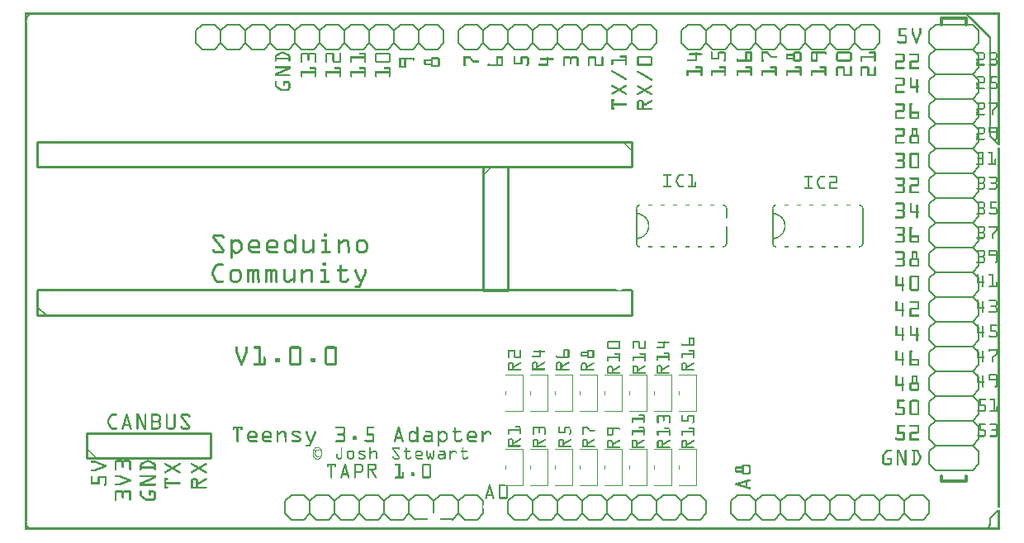
<source format=gto>
G04 MADE WITH FRITZING*
G04 WWW.FRITZING.ORG*
G04 DOUBLE SIDED*
G04 HOLES PLATED*
G04 CONTOUR ON CENTER OF CONTOUR VECTOR*
%ASAXBY*%
%FSLAX23Y23*%
%MOIN*%
%OFA0B0*%
%SFA1.0B1.0*%
%ADD10C,0.012000*%
%ADD11C,0.006000*%
%ADD12C,0.010000*%
%ADD13C,0.005000*%
%ADD14R,0.001000X0.001000*%
%LNSILK1*%
G90*
G70*
G54D10*
X3702Y217D02*
X3702Y197D01*
D02*
X3702Y197D02*
X3802Y197D01*
D02*
X3802Y197D02*
X3802Y217D01*
D02*
X3702Y2042D02*
X3702Y2067D01*
D02*
X3702Y2067D02*
X3802Y2067D01*
D02*
X3802Y2067D02*
X3802Y2042D01*
G54D11*
D02*
X3477Y142D02*
X3527Y142D01*
D02*
X3527Y142D02*
X3552Y117D01*
D02*
X3552Y117D02*
X3552Y67D01*
D02*
X3552Y67D02*
X3527Y42D01*
D02*
X3352Y117D02*
X3377Y142D01*
D02*
X3377Y142D02*
X3427Y142D01*
D02*
X3427Y142D02*
X3452Y117D01*
D02*
X3452Y117D02*
X3452Y67D01*
D02*
X3452Y67D02*
X3427Y42D01*
D02*
X3427Y42D02*
X3377Y42D01*
D02*
X3377Y42D02*
X3352Y67D01*
D02*
X3477Y142D02*
X3452Y117D01*
D02*
X3452Y67D02*
X3477Y42D01*
D02*
X3527Y42D02*
X3477Y42D01*
D02*
X3177Y142D02*
X3227Y142D01*
D02*
X3227Y142D02*
X3252Y117D01*
D02*
X3252Y117D02*
X3252Y67D01*
D02*
X3252Y67D02*
X3227Y42D01*
D02*
X3252Y117D02*
X3277Y142D01*
D02*
X3277Y142D02*
X3327Y142D01*
D02*
X3327Y142D02*
X3352Y117D01*
D02*
X3352Y117D02*
X3352Y67D01*
D02*
X3352Y67D02*
X3327Y42D01*
D02*
X3327Y42D02*
X3277Y42D01*
D02*
X3277Y42D02*
X3252Y67D01*
D02*
X3052Y117D02*
X3077Y142D01*
D02*
X3077Y142D02*
X3127Y142D01*
D02*
X3127Y142D02*
X3152Y117D01*
D02*
X3152Y117D02*
X3152Y67D01*
D02*
X3152Y67D02*
X3127Y42D01*
D02*
X3127Y42D02*
X3077Y42D01*
D02*
X3077Y42D02*
X3052Y67D01*
D02*
X3177Y142D02*
X3152Y117D01*
D02*
X3152Y67D02*
X3177Y42D01*
D02*
X3227Y42D02*
X3177Y42D01*
D02*
X2877Y142D02*
X2927Y142D01*
D02*
X2927Y142D02*
X2952Y117D01*
D02*
X2952Y117D02*
X2952Y67D01*
D02*
X2952Y67D02*
X2927Y42D01*
D02*
X2952Y117D02*
X2977Y142D01*
D02*
X2977Y142D02*
X3027Y142D01*
D02*
X3027Y142D02*
X3052Y117D01*
D02*
X3052Y117D02*
X3052Y67D01*
D02*
X3052Y67D02*
X3027Y42D01*
D02*
X3027Y42D02*
X2977Y42D01*
D02*
X2977Y42D02*
X2952Y67D01*
D02*
X2852Y117D02*
X2852Y67D01*
D02*
X2877Y142D02*
X2852Y117D01*
D02*
X2852Y67D02*
X2877Y42D01*
D02*
X2927Y42D02*
X2877Y42D01*
D02*
X3577Y142D02*
X3627Y142D01*
D02*
X3627Y142D02*
X3652Y117D01*
D02*
X3652Y117D02*
X3652Y67D01*
D02*
X3652Y67D02*
X3627Y42D01*
D02*
X3577Y142D02*
X3552Y117D01*
D02*
X3552Y67D02*
X3577Y42D01*
D02*
X3627Y42D02*
X3577Y42D01*
D02*
X2577Y142D02*
X2627Y142D01*
D02*
X2627Y142D02*
X2652Y117D01*
D02*
X2652Y117D02*
X2652Y67D01*
D02*
X2652Y67D02*
X2627Y42D01*
D02*
X2452Y117D02*
X2477Y142D01*
D02*
X2477Y142D02*
X2527Y142D01*
D02*
X2527Y142D02*
X2552Y117D01*
D02*
X2552Y117D02*
X2552Y67D01*
D02*
X2552Y67D02*
X2527Y42D01*
D02*
X2527Y42D02*
X2477Y42D01*
D02*
X2477Y42D02*
X2452Y67D01*
D02*
X2577Y142D02*
X2552Y117D01*
D02*
X2552Y67D02*
X2577Y42D01*
D02*
X2627Y42D02*
X2577Y42D01*
D02*
X2277Y142D02*
X2327Y142D01*
D02*
X2327Y142D02*
X2352Y117D01*
D02*
X2352Y117D02*
X2352Y67D01*
D02*
X2352Y67D02*
X2327Y42D01*
D02*
X2352Y117D02*
X2377Y142D01*
D02*
X2377Y142D02*
X2427Y142D01*
D02*
X2427Y142D02*
X2452Y117D01*
D02*
X2452Y117D02*
X2452Y67D01*
D02*
X2452Y67D02*
X2427Y42D01*
D02*
X2427Y42D02*
X2377Y42D01*
D02*
X2377Y42D02*
X2352Y67D01*
D02*
X2152Y117D02*
X2177Y142D01*
D02*
X2177Y142D02*
X2227Y142D01*
D02*
X2227Y142D02*
X2252Y117D01*
D02*
X2252Y117D02*
X2252Y67D01*
D02*
X2252Y67D02*
X2227Y42D01*
D02*
X2227Y42D02*
X2177Y42D01*
D02*
X2177Y42D02*
X2152Y67D01*
D02*
X2277Y142D02*
X2252Y117D01*
D02*
X2252Y67D02*
X2277Y42D01*
D02*
X2327Y42D02*
X2277Y42D01*
D02*
X1977Y142D02*
X2027Y142D01*
D02*
X2027Y142D02*
X2052Y117D01*
D02*
X2052Y117D02*
X2052Y67D01*
D02*
X2052Y67D02*
X2027Y42D01*
D02*
X2052Y117D02*
X2077Y142D01*
D02*
X2077Y142D02*
X2127Y142D01*
D02*
X2127Y142D02*
X2152Y117D01*
D02*
X2152Y117D02*
X2152Y67D01*
D02*
X2152Y67D02*
X2127Y42D01*
D02*
X2127Y42D02*
X2077Y42D01*
D02*
X2077Y42D02*
X2052Y67D01*
D02*
X1952Y117D02*
X1952Y67D01*
D02*
X1977Y142D02*
X1952Y117D01*
D02*
X1952Y67D02*
X1977Y42D01*
D02*
X2027Y42D02*
X1977Y42D01*
D02*
X2677Y142D02*
X2727Y142D01*
D02*
X2727Y142D02*
X2752Y117D01*
D02*
X2752Y117D02*
X2752Y67D01*
D02*
X2752Y67D02*
X2727Y42D01*
D02*
X2677Y142D02*
X2652Y117D01*
D02*
X2652Y67D02*
X2677Y42D01*
D02*
X2727Y42D02*
X2677Y42D01*
D02*
X2827Y1942D02*
X2777Y1942D01*
D02*
X2777Y1942D02*
X2752Y1967D01*
D02*
X2752Y1967D02*
X2752Y2017D01*
D02*
X2752Y2017D02*
X2777Y2042D01*
D02*
X2952Y1967D02*
X2927Y1942D01*
D02*
X2927Y1942D02*
X2877Y1942D01*
D02*
X2877Y1942D02*
X2852Y1967D01*
D02*
X2852Y1967D02*
X2852Y2017D01*
D02*
X2852Y2017D02*
X2877Y2042D01*
D02*
X2877Y2042D02*
X2927Y2042D01*
D02*
X2927Y2042D02*
X2952Y2017D01*
D02*
X2827Y1942D02*
X2852Y1967D01*
D02*
X2852Y2017D02*
X2827Y2042D01*
D02*
X2777Y2042D02*
X2827Y2042D01*
D02*
X3127Y1942D02*
X3077Y1942D01*
D02*
X3077Y1942D02*
X3052Y1967D01*
D02*
X3052Y1967D02*
X3052Y2017D01*
D02*
X3052Y2017D02*
X3077Y2042D01*
D02*
X3052Y1967D02*
X3027Y1942D01*
D02*
X3027Y1942D02*
X2977Y1942D01*
D02*
X2977Y1942D02*
X2952Y1967D01*
D02*
X2952Y1967D02*
X2952Y2017D01*
D02*
X2952Y2017D02*
X2977Y2042D01*
D02*
X2977Y2042D02*
X3027Y2042D01*
D02*
X3027Y2042D02*
X3052Y2017D01*
D02*
X3252Y1967D02*
X3227Y1942D01*
D02*
X3227Y1942D02*
X3177Y1942D01*
D02*
X3177Y1942D02*
X3152Y1967D01*
D02*
X3152Y1967D02*
X3152Y2017D01*
D02*
X3152Y2017D02*
X3177Y2042D01*
D02*
X3177Y2042D02*
X3227Y2042D01*
D02*
X3227Y2042D02*
X3252Y2017D01*
D02*
X3127Y1942D02*
X3152Y1967D01*
D02*
X3152Y2017D02*
X3127Y2042D01*
D02*
X3077Y2042D02*
X3127Y2042D01*
D02*
X3427Y1942D02*
X3377Y1942D01*
D02*
X3377Y1942D02*
X3352Y1967D01*
D02*
X3352Y1967D02*
X3352Y2017D01*
D02*
X3352Y2017D02*
X3377Y2042D01*
D02*
X3352Y1967D02*
X3327Y1942D01*
D02*
X3327Y1942D02*
X3277Y1942D01*
D02*
X3277Y1942D02*
X3252Y1967D01*
D02*
X3252Y1967D02*
X3252Y2017D01*
D02*
X3252Y2017D02*
X3277Y2042D01*
D02*
X3277Y2042D02*
X3327Y2042D01*
D02*
X3327Y2042D02*
X3352Y2017D01*
D02*
X3452Y1967D02*
X3452Y2017D01*
D02*
X3427Y1942D02*
X3452Y1967D01*
D02*
X3452Y2017D02*
X3427Y2042D01*
D02*
X3377Y2042D02*
X3427Y2042D01*
D02*
X2727Y1942D02*
X2677Y1942D01*
D02*
X2677Y1942D02*
X2652Y1967D01*
D02*
X2652Y1967D02*
X2652Y2017D01*
D02*
X2652Y2017D02*
X2677Y2042D01*
D02*
X2727Y1942D02*
X2752Y1967D01*
D02*
X2752Y2017D02*
X2727Y2042D01*
D02*
X2677Y2042D02*
X2727Y2042D01*
D02*
X1492Y2017D02*
X1517Y2042D01*
D02*
X1517Y2042D02*
X1567Y2042D01*
D02*
X1567Y2042D02*
X1592Y2017D01*
D02*
X1592Y2017D02*
X1592Y1967D01*
D02*
X1592Y1967D02*
X1567Y1942D01*
D02*
X1567Y1942D02*
X1517Y1942D01*
D02*
X1517Y1942D02*
X1492Y1967D01*
D02*
X1317Y2042D02*
X1367Y2042D01*
D02*
X1367Y2042D02*
X1392Y2017D01*
D02*
X1392Y2017D02*
X1392Y1967D01*
D02*
X1392Y1967D02*
X1367Y1942D01*
D02*
X1392Y2017D02*
X1417Y2042D01*
D02*
X1417Y2042D02*
X1467Y2042D01*
D02*
X1467Y2042D02*
X1492Y2017D01*
D02*
X1492Y2017D02*
X1492Y1967D01*
D02*
X1492Y1967D02*
X1467Y1942D01*
D02*
X1467Y1942D02*
X1417Y1942D01*
D02*
X1417Y1942D02*
X1392Y1967D01*
D02*
X1192Y2017D02*
X1217Y2042D01*
D02*
X1217Y2042D02*
X1267Y2042D01*
D02*
X1267Y2042D02*
X1292Y2017D01*
D02*
X1292Y2017D02*
X1292Y1967D01*
D02*
X1292Y1967D02*
X1267Y1942D01*
D02*
X1267Y1942D02*
X1217Y1942D01*
D02*
X1217Y1942D02*
X1192Y1967D01*
D02*
X1317Y2042D02*
X1292Y2017D01*
D02*
X1292Y1967D02*
X1317Y1942D01*
D02*
X1367Y1942D02*
X1317Y1942D01*
D02*
X1017Y2042D02*
X1067Y2042D01*
D02*
X1067Y2042D02*
X1092Y2017D01*
D02*
X1092Y2017D02*
X1092Y1967D01*
D02*
X1092Y1967D02*
X1067Y1942D01*
D02*
X1092Y2017D02*
X1117Y2042D01*
D02*
X1117Y2042D02*
X1167Y2042D01*
D02*
X1167Y2042D02*
X1192Y2017D01*
D02*
X1192Y2017D02*
X1192Y1967D01*
D02*
X1192Y1967D02*
X1167Y1942D01*
D02*
X1167Y1942D02*
X1117Y1942D01*
D02*
X1117Y1942D02*
X1092Y1967D01*
D02*
X892Y2017D02*
X917Y2042D01*
D02*
X917Y2042D02*
X967Y2042D01*
D02*
X967Y2042D02*
X992Y2017D01*
D02*
X992Y2017D02*
X992Y1967D01*
D02*
X992Y1967D02*
X967Y1942D01*
D02*
X967Y1942D02*
X917Y1942D01*
D02*
X917Y1942D02*
X892Y1967D01*
D02*
X1017Y2042D02*
X992Y2017D01*
D02*
X992Y1967D02*
X1017Y1942D01*
D02*
X1067Y1942D02*
X1017Y1942D01*
D02*
X717Y2042D02*
X767Y2042D01*
D02*
X767Y2042D02*
X792Y2017D01*
D02*
X792Y2017D02*
X792Y1967D01*
D02*
X792Y1967D02*
X767Y1942D01*
D02*
X792Y2017D02*
X817Y2042D01*
D02*
X817Y2042D02*
X867Y2042D01*
D02*
X867Y2042D02*
X892Y2017D01*
D02*
X892Y2017D02*
X892Y1967D01*
D02*
X892Y1967D02*
X867Y1942D01*
D02*
X867Y1942D02*
X817Y1942D01*
D02*
X817Y1942D02*
X792Y1967D01*
D02*
X692Y2017D02*
X692Y1967D01*
D02*
X717Y2042D02*
X692Y2017D01*
D02*
X692Y1967D02*
X717Y1942D01*
D02*
X767Y1942D02*
X717Y1942D01*
D02*
X1617Y2042D02*
X1667Y2042D01*
D02*
X1667Y2042D02*
X1692Y2017D01*
D02*
X1692Y2017D02*
X1692Y1967D01*
D02*
X1692Y1967D02*
X1667Y1942D01*
D02*
X1617Y2042D02*
X1592Y2017D01*
D02*
X1592Y1967D02*
X1617Y1942D01*
D02*
X1667Y1942D02*
X1617Y1942D01*
D02*
X1677Y142D02*
X1727Y142D01*
D02*
X1727Y142D02*
X1752Y117D01*
D02*
X1752Y117D02*
X1752Y67D01*
D02*
X1752Y67D02*
X1727Y42D01*
D02*
X1552Y117D02*
X1577Y142D01*
D02*
X1577Y142D02*
X1627Y142D01*
D02*
X1627Y142D02*
X1652Y117D01*
D02*
X1577Y42D02*
X1552Y67D01*
D02*
X1677Y142D02*
X1652Y117D01*
D02*
X1377Y142D02*
X1427Y142D01*
D02*
X1427Y142D02*
X1452Y117D01*
D02*
X1452Y117D02*
X1452Y67D01*
D02*
X1452Y67D02*
X1427Y42D01*
D02*
X1452Y117D02*
X1477Y142D01*
D02*
X1477Y142D02*
X1527Y142D01*
D02*
X1527Y142D02*
X1552Y117D01*
D02*
X1552Y117D02*
X1552Y67D01*
D02*
X1552Y67D02*
X1527Y42D01*
D02*
X1527Y42D02*
X1477Y42D01*
D02*
X1477Y42D02*
X1452Y67D01*
D02*
X1252Y117D02*
X1277Y142D01*
D02*
X1277Y142D02*
X1327Y142D01*
D02*
X1327Y142D02*
X1352Y117D01*
D02*
X1352Y117D02*
X1352Y67D01*
D02*
X1352Y67D02*
X1327Y42D01*
D02*
X1327Y42D02*
X1277Y42D01*
D02*
X1277Y42D02*
X1252Y67D01*
D02*
X1377Y142D02*
X1352Y117D01*
D02*
X1352Y67D02*
X1377Y42D01*
D02*
X1427Y42D02*
X1377Y42D01*
D02*
X1077Y142D02*
X1127Y142D01*
D02*
X1127Y142D02*
X1152Y117D01*
D02*
X1152Y117D02*
X1152Y67D01*
D02*
X1152Y67D02*
X1127Y42D01*
D02*
X1152Y117D02*
X1177Y142D01*
D02*
X1177Y142D02*
X1227Y142D01*
D02*
X1227Y142D02*
X1252Y117D01*
D02*
X1252Y117D02*
X1252Y67D01*
D02*
X1252Y67D02*
X1227Y42D01*
D02*
X1227Y42D02*
X1177Y42D01*
D02*
X1177Y42D02*
X1152Y67D01*
D02*
X1052Y117D02*
X1052Y67D01*
D02*
X1077Y142D02*
X1052Y117D01*
D02*
X1052Y67D02*
X1077Y42D01*
D02*
X1127Y42D02*
X1077Y42D01*
D02*
X1777Y142D02*
X1827Y142D01*
D02*
X1827Y142D02*
X1852Y117D01*
D02*
X1852Y67D02*
X1827Y42D01*
D02*
X1777Y142D02*
X1752Y117D01*
D02*
X1752Y67D02*
X1777Y42D01*
D02*
X1827Y42D02*
X1777Y42D01*
D02*
X1927Y1942D02*
X1877Y1942D01*
D02*
X1877Y1942D02*
X1852Y1967D01*
D02*
X1852Y1967D02*
X1852Y2017D01*
D02*
X1852Y2017D02*
X1877Y2042D01*
D02*
X2052Y1967D02*
X2027Y1942D01*
D02*
X2027Y1942D02*
X1977Y1942D01*
D02*
X1977Y1942D02*
X1952Y1967D01*
D02*
X1952Y1967D02*
X1952Y2017D01*
D02*
X1952Y2017D02*
X1977Y2042D01*
D02*
X1977Y2042D02*
X2027Y2042D01*
D02*
X2027Y2042D02*
X2052Y2017D01*
D02*
X1927Y1942D02*
X1952Y1967D01*
D02*
X1952Y2017D02*
X1927Y2042D01*
D02*
X1877Y2042D02*
X1927Y2042D01*
D02*
X2227Y1942D02*
X2177Y1942D01*
D02*
X2177Y1942D02*
X2152Y1967D01*
D02*
X2152Y1967D02*
X2152Y2017D01*
D02*
X2152Y2017D02*
X2177Y2042D01*
D02*
X2152Y1967D02*
X2127Y1942D01*
D02*
X2127Y1942D02*
X2077Y1942D01*
D02*
X2077Y1942D02*
X2052Y1967D01*
D02*
X2052Y1967D02*
X2052Y2017D01*
D02*
X2052Y2017D02*
X2077Y2042D01*
D02*
X2077Y2042D02*
X2127Y2042D01*
D02*
X2127Y2042D02*
X2152Y2017D01*
D02*
X2352Y1967D02*
X2327Y1942D01*
D02*
X2327Y1942D02*
X2277Y1942D01*
D02*
X2277Y1942D02*
X2252Y1967D01*
D02*
X2252Y1967D02*
X2252Y2017D01*
D02*
X2252Y2017D02*
X2277Y2042D01*
D02*
X2277Y2042D02*
X2327Y2042D01*
D02*
X2327Y2042D02*
X2352Y2017D01*
D02*
X2227Y1942D02*
X2252Y1967D01*
D02*
X2252Y2017D02*
X2227Y2042D01*
D02*
X2177Y2042D02*
X2227Y2042D01*
D02*
X2527Y1942D02*
X2477Y1942D01*
D02*
X2477Y1942D02*
X2452Y1967D01*
D02*
X2452Y1967D02*
X2452Y2017D01*
D02*
X2452Y2017D02*
X2477Y2042D01*
D02*
X2452Y1967D02*
X2427Y1942D01*
D02*
X2427Y1942D02*
X2377Y1942D01*
D02*
X2377Y1942D02*
X2352Y1967D01*
D02*
X2352Y1967D02*
X2352Y2017D01*
D02*
X2352Y2017D02*
X2377Y2042D01*
D02*
X2377Y2042D02*
X2427Y2042D01*
D02*
X2427Y2042D02*
X2452Y2017D01*
D02*
X2552Y1967D02*
X2552Y2017D01*
D02*
X2527Y1942D02*
X2552Y1967D01*
D02*
X2552Y2017D02*
X2527Y2042D01*
D02*
X2477Y2042D02*
X2527Y2042D01*
D02*
X1827Y1942D02*
X1777Y1942D01*
D02*
X1777Y1942D02*
X1752Y1967D01*
D02*
X1752Y1967D02*
X1752Y2017D01*
D02*
X1752Y2017D02*
X1777Y2042D01*
D02*
X1827Y1942D02*
X1852Y1967D01*
D02*
X1852Y2017D02*
X1827Y2042D01*
D02*
X1777Y2042D02*
X1827Y2042D01*
D02*
X3677Y2042D02*
X3652Y2017D01*
D02*
X3652Y2017D02*
X3652Y1967D01*
D02*
X3652Y1967D02*
X3677Y1942D01*
D02*
X3677Y1942D02*
X3652Y1917D01*
D02*
X3652Y1917D02*
X3652Y1867D01*
D02*
X3652Y1867D02*
X3677Y1842D01*
D02*
X3677Y1842D02*
X3652Y1817D01*
D02*
X3652Y1817D02*
X3652Y1767D01*
D02*
X3652Y1767D02*
X3677Y1742D01*
D02*
X3677Y1742D02*
X3652Y1717D01*
D02*
X3652Y1717D02*
X3652Y1667D01*
D02*
X3652Y1667D02*
X3677Y1642D01*
D02*
X3677Y1642D02*
X3652Y1617D01*
D02*
X3652Y1617D02*
X3652Y1567D01*
D02*
X3652Y1567D02*
X3677Y1542D01*
D02*
X3677Y1542D02*
X3652Y1517D01*
D02*
X3652Y1517D02*
X3652Y1467D01*
D02*
X3652Y1467D02*
X3677Y1442D01*
D02*
X3677Y2042D02*
X3827Y2042D01*
D02*
X3827Y2042D02*
X3852Y2017D01*
D02*
X3852Y2017D02*
X3852Y1967D01*
D02*
X3852Y1967D02*
X3827Y1942D01*
D02*
X3827Y1942D02*
X3852Y1917D01*
D02*
X3852Y1917D02*
X3852Y1867D01*
D02*
X3852Y1867D02*
X3827Y1842D01*
D02*
X3827Y1842D02*
X3852Y1817D01*
D02*
X3852Y1817D02*
X3852Y1767D01*
D02*
X3852Y1767D02*
X3827Y1742D01*
D02*
X3827Y1742D02*
X3852Y1717D01*
D02*
X3852Y1717D02*
X3852Y1667D01*
D02*
X3852Y1667D02*
X3827Y1642D01*
D02*
X3827Y1642D02*
X3852Y1617D01*
D02*
X3852Y1617D02*
X3852Y1567D01*
D02*
X3852Y1567D02*
X3827Y1542D01*
D02*
X3827Y1542D02*
X3852Y1517D01*
D02*
X3852Y1517D02*
X3852Y1467D01*
D02*
X3852Y1467D02*
X3827Y1442D01*
D02*
X3827Y1442D02*
X3852Y1417D01*
D02*
X3852Y1417D02*
X3852Y1367D01*
D02*
X3852Y1367D02*
X3827Y1342D01*
D02*
X3827Y1342D02*
X3852Y1317D01*
D02*
X3852Y1317D02*
X3852Y1267D01*
D02*
X3852Y1267D02*
X3827Y1242D01*
D02*
X3827Y1242D02*
X3852Y1217D01*
D02*
X3852Y1217D02*
X3852Y1167D01*
D02*
X3852Y1167D02*
X3827Y1142D01*
D02*
X3827Y1142D02*
X3852Y1117D01*
D02*
X3852Y1117D02*
X3852Y1067D01*
D02*
X3852Y1067D02*
X3827Y1042D01*
D02*
X3827Y1042D02*
X3852Y1017D01*
D02*
X3852Y1017D02*
X3852Y967D01*
D02*
X3852Y967D02*
X3827Y942D01*
D02*
X3827Y942D02*
X3852Y917D01*
D02*
X3852Y917D02*
X3852Y867D01*
D02*
X3827Y842D02*
X3852Y867D01*
D02*
X3827Y842D02*
X3852Y817D01*
D02*
X3852Y767D02*
X3852Y817D01*
D02*
X3852Y767D02*
X3827Y742D01*
D02*
X3827Y742D02*
X3852Y717D01*
D02*
X3852Y667D02*
X3852Y717D01*
D02*
X3852Y667D02*
X3827Y642D01*
D02*
X3827Y642D02*
X3852Y617D01*
D02*
X3852Y567D02*
X3852Y617D01*
D02*
X3852Y567D02*
X3827Y542D01*
D02*
X3827Y542D02*
X3852Y517D01*
D02*
X3852Y467D02*
X3852Y517D01*
D02*
X3852Y467D02*
X3827Y442D01*
D02*
X3827Y442D02*
X3852Y417D01*
D02*
X3852Y367D02*
X3852Y417D01*
D02*
X3852Y367D02*
X3827Y342D01*
D02*
X3827Y342D02*
X3852Y317D01*
D02*
X3852Y267D02*
X3852Y317D01*
D02*
X3852Y267D02*
X3827Y242D01*
D02*
X3677Y242D02*
X3652Y267D01*
D02*
X3652Y267D02*
X3652Y317D01*
D02*
X3677Y342D02*
X3652Y317D01*
D02*
X3677Y342D02*
X3652Y367D01*
D02*
X3652Y367D02*
X3652Y417D01*
D02*
X3677Y442D02*
X3652Y417D01*
D02*
X3677Y442D02*
X3652Y467D01*
D02*
X3652Y517D02*
X3652Y467D01*
D02*
X3652Y517D02*
X3677Y542D01*
D02*
X3677Y542D02*
X3652Y567D01*
D02*
X3652Y617D02*
X3652Y567D01*
D02*
X3652Y617D02*
X3677Y642D01*
D02*
X3677Y642D02*
X3652Y667D01*
D02*
X3652Y667D02*
X3652Y717D01*
D02*
X3677Y742D02*
X3652Y717D01*
D02*
X3677Y742D02*
X3652Y767D01*
D02*
X3652Y767D02*
X3652Y817D01*
D02*
X3677Y842D02*
X3652Y817D01*
D02*
X3677Y842D02*
X3652Y867D01*
D02*
X3652Y867D02*
X3652Y917D01*
D02*
X3677Y942D02*
X3652Y917D01*
D02*
X3677Y942D02*
X3652Y967D01*
D02*
X3652Y967D02*
X3652Y1017D01*
D02*
X3677Y1042D02*
X3652Y1017D01*
D02*
X3677Y1042D02*
X3652Y1067D01*
D02*
X3652Y1067D02*
X3652Y1117D01*
D02*
X3677Y1142D02*
X3652Y1117D01*
D02*
X3677Y1142D02*
X3652Y1167D01*
D02*
X3652Y1167D02*
X3652Y1217D01*
D02*
X3677Y1242D02*
X3652Y1217D01*
D02*
X3677Y1242D02*
X3652Y1267D01*
D02*
X3652Y1267D02*
X3652Y1317D01*
D02*
X3677Y1342D02*
X3652Y1317D01*
D02*
X3677Y1342D02*
X3652Y1367D01*
D02*
X3652Y1367D02*
X3652Y1417D01*
D02*
X3677Y1442D02*
X3652Y1417D01*
D02*
X3827Y1942D02*
X3677Y1942D01*
D02*
X3827Y1842D02*
X3677Y1842D01*
D02*
X3827Y1742D02*
X3677Y1742D01*
D02*
X3827Y1642D02*
X3677Y1642D01*
D02*
X3827Y1542D02*
X3677Y1542D01*
D02*
X3827Y1442D02*
X3677Y1442D01*
D02*
X3827Y1342D02*
X3677Y1342D01*
D02*
X3827Y1242D02*
X3677Y1242D01*
D02*
X3827Y1142D02*
X3677Y1142D01*
D02*
X3827Y1042D02*
X3677Y1042D01*
D02*
X3827Y942D02*
X3677Y942D01*
D02*
X3827Y842D02*
X3677Y842D01*
D02*
X3827Y742D02*
X3677Y742D01*
D02*
X3827Y642D02*
X3677Y642D01*
D02*
X3827Y542D02*
X3677Y542D01*
D02*
X3827Y442D02*
X3677Y442D01*
D02*
X3827Y342D02*
X3677Y342D01*
D02*
X3827Y242D02*
X3677Y242D01*
D02*
X3384Y1157D02*
X3384Y1296D01*
D02*
X3020Y1296D02*
X3020Y1277D01*
D02*
X3020Y1277D02*
X3020Y1177D01*
D02*
X3020Y1177D02*
X3020Y1157D01*
D02*
X2470Y1296D02*
X2470Y1277D01*
D02*
X2470Y1277D02*
X2470Y1177D01*
D02*
X2470Y1177D02*
X2470Y1157D01*
G54D12*
D02*
X2452Y1567D02*
X52Y1567D01*
D02*
X52Y1567D02*
X52Y1467D01*
D02*
X52Y1467D02*
X2452Y1467D01*
D02*
X2452Y1467D02*
X2452Y1567D01*
D02*
X252Y292D02*
X752Y292D01*
D02*
X752Y292D02*
X752Y392D01*
D02*
X752Y392D02*
X252Y392D01*
D02*
X252Y392D02*
X252Y292D01*
D02*
X52Y867D02*
X2452Y867D01*
D02*
X2452Y867D02*
X2452Y967D01*
D02*
X52Y967D02*
X52Y867D01*
G54D13*
D02*
X87Y867D02*
X52Y902D01*
G54D12*
D02*
X1852Y1467D02*
X1852Y967D01*
D02*
X1852Y967D02*
X1952Y967D01*
D02*
X1952Y967D02*
X1952Y1467D01*
D02*
X1952Y1467D02*
X1852Y1467D01*
G54D14*
X0Y2089D02*
X3936Y2089D01*
X0Y2088D02*
X3936Y2088D01*
X0Y2087D02*
X3936Y2087D01*
X0Y2086D02*
X3936Y2086D01*
X0Y2085D02*
X3936Y2085D01*
X0Y2084D02*
X3936Y2084D01*
X0Y2083D02*
X3936Y2083D01*
X0Y2082D02*
X3936Y2082D01*
X0Y2081D02*
X7Y2081D01*
X13Y2081D02*
X25Y2081D01*
X3800Y2081D02*
X3810Y2081D01*
X3929Y2081D02*
X3936Y2081D01*
X0Y2080D02*
X7Y2080D01*
X12Y2080D02*
X23Y2080D01*
X3801Y2080D02*
X3811Y2080D01*
X3929Y2080D02*
X3936Y2080D01*
X0Y2079D02*
X7Y2079D01*
X11Y2079D02*
X22Y2079D01*
X3802Y2079D02*
X3812Y2079D01*
X3929Y2079D02*
X3936Y2079D01*
X0Y2078D02*
X7Y2078D01*
X10Y2078D02*
X21Y2078D01*
X3803Y2078D02*
X3813Y2078D01*
X3929Y2078D02*
X3936Y2078D01*
X0Y2077D02*
X7Y2077D01*
X9Y2077D02*
X19Y2077D01*
X3804Y2077D02*
X3814Y2077D01*
X3929Y2077D02*
X3936Y2077D01*
X0Y2076D02*
X7Y2076D01*
X9Y2076D02*
X18Y2076D01*
X3805Y2076D02*
X3815Y2076D01*
X3929Y2076D02*
X3936Y2076D01*
X0Y2075D02*
X17Y2075D01*
X3806Y2075D02*
X3816Y2075D01*
X3929Y2075D02*
X3936Y2075D01*
X0Y2074D02*
X16Y2074D01*
X3807Y2074D02*
X3817Y2074D01*
X3929Y2074D02*
X3936Y2074D01*
X0Y2073D02*
X15Y2073D01*
X3808Y2073D02*
X3818Y2073D01*
X3929Y2073D02*
X3936Y2073D01*
X0Y2072D02*
X15Y2072D01*
X3809Y2072D02*
X3819Y2072D01*
X3929Y2072D02*
X3936Y2072D01*
X0Y2071D02*
X14Y2071D01*
X3810Y2071D02*
X3820Y2071D01*
X3929Y2071D02*
X3936Y2071D01*
X0Y2070D02*
X13Y2070D01*
X3811Y2070D02*
X3821Y2070D01*
X3929Y2070D02*
X3936Y2070D01*
X0Y2069D02*
X13Y2069D01*
X3812Y2069D02*
X3823Y2069D01*
X3929Y2069D02*
X3936Y2069D01*
X0Y2068D02*
X12Y2068D01*
X3813Y2068D02*
X3824Y2068D01*
X3929Y2068D02*
X3936Y2068D01*
X0Y2067D02*
X12Y2067D01*
X3814Y2067D02*
X3825Y2067D01*
X3929Y2067D02*
X3936Y2067D01*
X0Y2066D02*
X11Y2066D01*
X3815Y2066D02*
X3826Y2066D01*
X3929Y2066D02*
X3936Y2066D01*
X0Y2065D02*
X11Y2065D01*
X3816Y2065D02*
X3827Y2065D01*
X3929Y2065D02*
X3936Y2065D01*
X0Y2064D02*
X10Y2064D01*
X3817Y2064D02*
X3828Y2064D01*
X3929Y2064D02*
X3936Y2064D01*
X0Y2063D02*
X10Y2063D01*
X3818Y2063D02*
X3829Y2063D01*
X3929Y2063D02*
X3936Y2063D01*
X0Y2062D02*
X10Y2062D01*
X3819Y2062D02*
X3830Y2062D01*
X3929Y2062D02*
X3936Y2062D01*
X0Y2061D02*
X9Y2061D01*
X3820Y2061D02*
X3831Y2061D01*
X3929Y2061D02*
X3936Y2061D01*
X0Y2060D02*
X9Y2060D01*
X3821Y2060D02*
X3832Y2060D01*
X3929Y2060D02*
X3936Y2060D01*
X0Y2059D02*
X9Y2059D01*
X3822Y2059D02*
X3833Y2059D01*
X3929Y2059D02*
X3936Y2059D01*
X0Y2058D02*
X9Y2058D01*
X3823Y2058D02*
X3834Y2058D01*
X3929Y2058D02*
X3936Y2058D01*
X0Y2057D02*
X9Y2057D01*
X3824Y2057D02*
X3835Y2057D01*
X3929Y2057D02*
X3936Y2057D01*
X0Y2056D02*
X9Y2056D01*
X3825Y2056D02*
X3836Y2056D01*
X3929Y2056D02*
X3936Y2056D01*
X0Y2055D02*
X8Y2055D01*
X3826Y2055D02*
X3837Y2055D01*
X3929Y2055D02*
X3936Y2055D01*
X0Y2054D02*
X8Y2054D01*
X3827Y2054D02*
X3838Y2054D01*
X3929Y2054D02*
X3936Y2054D01*
X0Y2053D02*
X8Y2053D01*
X3828Y2053D02*
X3839Y2053D01*
X3929Y2053D02*
X3936Y2053D01*
X0Y2052D02*
X8Y2052D01*
X3829Y2052D02*
X3840Y2052D01*
X3929Y2052D02*
X3936Y2052D01*
X0Y2051D02*
X9Y2051D01*
X3830Y2051D02*
X3841Y2051D01*
X3929Y2051D02*
X3936Y2051D01*
X0Y2050D02*
X9Y2050D01*
X3831Y2050D02*
X3842Y2050D01*
X3929Y2050D02*
X3936Y2050D01*
X0Y2049D02*
X9Y2049D01*
X3832Y2049D02*
X3843Y2049D01*
X3929Y2049D02*
X3936Y2049D01*
X0Y2048D02*
X9Y2048D01*
X3833Y2048D02*
X3844Y2048D01*
X3929Y2048D02*
X3936Y2048D01*
X0Y2047D02*
X9Y2047D01*
X3834Y2047D02*
X3845Y2047D01*
X3929Y2047D02*
X3936Y2047D01*
X0Y2046D02*
X9Y2046D01*
X3835Y2046D02*
X3846Y2046D01*
X3929Y2046D02*
X3936Y2046D01*
X0Y2045D02*
X9Y2045D01*
X3836Y2045D02*
X3847Y2045D01*
X3929Y2045D02*
X3936Y2045D01*
X0Y2044D02*
X9Y2044D01*
X3837Y2044D02*
X3848Y2044D01*
X3929Y2044D02*
X3936Y2044D01*
X0Y2043D02*
X9Y2043D01*
X3838Y2043D02*
X3849Y2043D01*
X3929Y2043D02*
X3936Y2043D01*
X0Y2042D02*
X9Y2042D01*
X3839Y2042D02*
X3850Y2042D01*
X3929Y2042D02*
X3936Y2042D01*
X0Y2041D02*
X9Y2041D01*
X3840Y2041D02*
X3851Y2041D01*
X3929Y2041D02*
X3936Y2041D01*
X0Y2040D02*
X9Y2040D01*
X3841Y2040D02*
X3852Y2040D01*
X3929Y2040D02*
X3936Y2040D01*
X0Y2039D02*
X9Y2039D01*
X3842Y2039D02*
X3853Y2039D01*
X3929Y2039D02*
X3936Y2039D01*
X0Y2038D02*
X9Y2038D01*
X3843Y2038D02*
X3854Y2038D01*
X3929Y2038D02*
X3936Y2038D01*
X0Y2037D02*
X9Y2037D01*
X3844Y2037D02*
X3855Y2037D01*
X3929Y2037D02*
X3936Y2037D01*
X0Y2036D02*
X9Y2036D01*
X3845Y2036D02*
X3856Y2036D01*
X3929Y2036D02*
X3936Y2036D01*
X0Y2035D02*
X9Y2035D01*
X3846Y2035D02*
X3857Y2035D01*
X3929Y2035D02*
X3936Y2035D01*
X0Y2034D02*
X9Y2034D01*
X3847Y2034D02*
X3858Y2034D01*
X3929Y2034D02*
X3936Y2034D01*
X0Y2033D02*
X9Y2033D01*
X3848Y2033D02*
X3859Y2033D01*
X3929Y2033D02*
X3936Y2033D01*
X0Y2032D02*
X9Y2032D01*
X3849Y2032D02*
X3860Y2032D01*
X3929Y2032D02*
X3936Y2032D01*
X0Y2031D02*
X9Y2031D01*
X3850Y2031D02*
X3861Y2031D01*
X3929Y2031D02*
X3936Y2031D01*
X0Y2030D02*
X9Y2030D01*
X3851Y2030D02*
X3862Y2030D01*
X3929Y2030D02*
X3936Y2030D01*
X0Y2029D02*
X9Y2029D01*
X3852Y2029D02*
X3863Y2029D01*
X3929Y2029D02*
X3936Y2029D01*
X0Y2028D02*
X9Y2028D01*
X3529Y2028D02*
X3559Y2028D01*
X3583Y2028D02*
X3585Y2028D01*
X3615Y2028D02*
X3618Y2028D01*
X3853Y2028D02*
X3864Y2028D01*
X3929Y2028D02*
X3936Y2028D01*
X0Y2027D02*
X9Y2027D01*
X3529Y2027D02*
X3560Y2027D01*
X3582Y2027D02*
X3587Y2027D01*
X3614Y2027D02*
X3619Y2027D01*
X3854Y2027D02*
X3865Y2027D01*
X3929Y2027D02*
X3936Y2027D01*
X0Y2026D02*
X9Y2026D01*
X3529Y2026D02*
X3561Y2026D01*
X3581Y2026D02*
X3587Y2026D01*
X3613Y2026D02*
X3620Y2026D01*
X3855Y2026D02*
X3866Y2026D01*
X3929Y2026D02*
X3936Y2026D01*
X0Y2025D02*
X9Y2025D01*
X3529Y2025D02*
X3561Y2025D01*
X3581Y2025D02*
X3588Y2025D01*
X3613Y2025D02*
X3620Y2025D01*
X3856Y2025D02*
X3867Y2025D01*
X3929Y2025D02*
X3936Y2025D01*
X0Y2024D02*
X9Y2024D01*
X3529Y2024D02*
X3561Y2024D01*
X3580Y2024D02*
X3588Y2024D01*
X3613Y2024D02*
X3620Y2024D01*
X3857Y2024D02*
X3868Y2024D01*
X3929Y2024D02*
X3936Y2024D01*
X0Y2023D02*
X9Y2023D01*
X3529Y2023D02*
X3561Y2023D01*
X3580Y2023D02*
X3588Y2023D01*
X3613Y2023D02*
X3620Y2023D01*
X3858Y2023D02*
X3869Y2023D01*
X3929Y2023D02*
X3936Y2023D01*
X0Y2022D02*
X9Y2022D01*
X3529Y2022D02*
X3560Y2022D01*
X3580Y2022D02*
X3588Y2022D01*
X3613Y2022D02*
X3620Y2022D01*
X3859Y2022D02*
X3870Y2022D01*
X3929Y2022D02*
X3936Y2022D01*
X0Y2021D02*
X9Y2021D01*
X3529Y2021D02*
X3559Y2021D01*
X3580Y2021D02*
X3588Y2021D01*
X3613Y2021D02*
X3620Y2021D01*
X3860Y2021D02*
X3871Y2021D01*
X3929Y2021D02*
X3936Y2021D01*
X0Y2020D02*
X9Y2020D01*
X3529Y2020D02*
X3537Y2020D01*
X3580Y2020D02*
X3588Y2020D01*
X3613Y2020D02*
X3620Y2020D01*
X3861Y2020D02*
X3872Y2020D01*
X3929Y2020D02*
X3936Y2020D01*
X0Y2019D02*
X9Y2019D01*
X3529Y2019D02*
X3537Y2019D01*
X3580Y2019D02*
X3588Y2019D01*
X3613Y2019D02*
X3620Y2019D01*
X3862Y2019D02*
X3873Y2019D01*
X3929Y2019D02*
X3936Y2019D01*
X0Y2018D02*
X9Y2018D01*
X3529Y2018D02*
X3537Y2018D01*
X3580Y2018D02*
X3588Y2018D01*
X3613Y2018D02*
X3620Y2018D01*
X3863Y2018D02*
X3874Y2018D01*
X3929Y2018D02*
X3936Y2018D01*
X0Y2017D02*
X9Y2017D01*
X3529Y2017D02*
X3537Y2017D01*
X3580Y2017D02*
X3588Y2017D01*
X3613Y2017D02*
X3620Y2017D01*
X3864Y2017D02*
X3875Y2017D01*
X3929Y2017D02*
X3936Y2017D01*
X0Y2016D02*
X9Y2016D01*
X3529Y2016D02*
X3537Y2016D01*
X3580Y2016D02*
X3588Y2016D01*
X3613Y2016D02*
X3620Y2016D01*
X3865Y2016D02*
X3876Y2016D01*
X3929Y2016D02*
X3936Y2016D01*
X0Y2015D02*
X9Y2015D01*
X3529Y2015D02*
X3537Y2015D01*
X3580Y2015D02*
X3588Y2015D01*
X3613Y2015D02*
X3620Y2015D01*
X3866Y2015D02*
X3877Y2015D01*
X3929Y2015D02*
X3936Y2015D01*
X0Y2014D02*
X9Y2014D01*
X3529Y2014D02*
X3537Y2014D01*
X3580Y2014D02*
X3588Y2014D01*
X3613Y2014D02*
X3620Y2014D01*
X3867Y2014D02*
X3878Y2014D01*
X3929Y2014D02*
X3936Y2014D01*
X0Y2013D02*
X9Y2013D01*
X3529Y2013D02*
X3537Y2013D01*
X3580Y2013D02*
X3588Y2013D01*
X3613Y2013D02*
X3620Y2013D01*
X3868Y2013D02*
X3879Y2013D01*
X3929Y2013D02*
X3936Y2013D01*
X0Y2012D02*
X9Y2012D01*
X3529Y2012D02*
X3537Y2012D01*
X3580Y2012D02*
X3588Y2012D01*
X3613Y2012D02*
X3620Y2012D01*
X3869Y2012D02*
X3880Y2012D01*
X3929Y2012D02*
X3936Y2012D01*
X0Y2011D02*
X9Y2011D01*
X3529Y2011D02*
X3537Y2011D01*
X3580Y2011D02*
X3588Y2011D01*
X3613Y2011D02*
X3620Y2011D01*
X3870Y2011D02*
X3881Y2011D01*
X3929Y2011D02*
X3936Y2011D01*
X0Y2010D02*
X9Y2010D01*
X3529Y2010D02*
X3537Y2010D01*
X3580Y2010D02*
X3588Y2010D01*
X3612Y2010D02*
X3620Y2010D01*
X3871Y2010D02*
X3882Y2010D01*
X3929Y2010D02*
X3936Y2010D01*
X0Y2009D02*
X9Y2009D01*
X3529Y2009D02*
X3537Y2009D01*
X3581Y2009D02*
X3589Y2009D01*
X3612Y2009D02*
X3620Y2009D01*
X3872Y2009D02*
X3883Y2009D01*
X3929Y2009D02*
X3936Y2009D01*
X0Y2008D02*
X9Y2008D01*
X3529Y2008D02*
X3537Y2008D01*
X3581Y2008D02*
X3589Y2008D01*
X3612Y2008D02*
X3620Y2008D01*
X3873Y2008D02*
X3884Y2008D01*
X3929Y2008D02*
X3936Y2008D01*
X0Y2007D02*
X9Y2007D01*
X3529Y2007D02*
X3537Y2007D01*
X3581Y2007D02*
X3589Y2007D01*
X3611Y2007D02*
X3619Y2007D01*
X3874Y2007D02*
X3885Y2007D01*
X3929Y2007D02*
X3936Y2007D01*
X0Y2006D02*
X9Y2006D01*
X3529Y2006D02*
X3537Y2006D01*
X3582Y2006D02*
X3590Y2006D01*
X3611Y2006D02*
X3619Y2006D01*
X3875Y2006D02*
X3886Y2006D01*
X3929Y2006D02*
X3936Y2006D01*
X0Y2005D02*
X9Y2005D01*
X3529Y2005D02*
X3537Y2005D01*
X3582Y2005D02*
X3590Y2005D01*
X3611Y2005D02*
X3618Y2005D01*
X3876Y2005D02*
X3887Y2005D01*
X3929Y2005D02*
X3936Y2005D01*
X0Y2004D02*
X9Y2004D01*
X3529Y2004D02*
X3537Y2004D01*
X3583Y2004D02*
X3591Y2004D01*
X3610Y2004D02*
X3618Y2004D01*
X3877Y2004D02*
X3888Y2004D01*
X3929Y2004D02*
X3936Y2004D01*
X0Y2003D02*
X9Y2003D01*
X3529Y2003D02*
X3537Y2003D01*
X3583Y2003D02*
X3591Y2003D01*
X3610Y2003D02*
X3618Y2003D01*
X3878Y2003D02*
X3889Y2003D01*
X3929Y2003D02*
X3936Y2003D01*
X0Y2002D02*
X9Y2002D01*
X3529Y2002D02*
X3537Y2002D01*
X3583Y2002D02*
X3591Y2002D01*
X3609Y2002D02*
X3617Y2002D01*
X3879Y2002D02*
X3890Y2002D01*
X3929Y2002D02*
X3936Y2002D01*
X0Y2001D02*
X9Y2001D01*
X3529Y2001D02*
X3537Y2001D01*
X3584Y2001D02*
X3592Y2001D01*
X3609Y2001D02*
X3617Y2001D01*
X3880Y2001D02*
X3891Y2001D01*
X3929Y2001D02*
X3936Y2001D01*
X0Y2000D02*
X9Y2000D01*
X3529Y2000D02*
X3556Y2000D01*
X3584Y2000D02*
X3592Y2000D01*
X3609Y2000D02*
X3616Y2000D01*
X3881Y2000D02*
X3892Y2000D01*
X3929Y2000D02*
X3936Y2000D01*
X0Y1999D02*
X9Y1999D01*
X3529Y1999D02*
X3558Y1999D01*
X3585Y1999D02*
X3593Y1999D01*
X3608Y1999D02*
X3616Y1999D01*
X3882Y1999D02*
X3893Y1999D01*
X3929Y1999D02*
X3936Y1999D01*
X0Y1998D02*
X9Y1998D01*
X3529Y1998D02*
X3559Y1998D01*
X3585Y1998D02*
X3593Y1998D01*
X3608Y1998D02*
X3616Y1998D01*
X3883Y1998D02*
X3894Y1998D01*
X3929Y1998D02*
X3936Y1998D01*
X0Y1997D02*
X9Y1997D01*
X3529Y1997D02*
X3560Y1997D01*
X3585Y1997D02*
X3593Y1997D01*
X3607Y1997D02*
X3615Y1997D01*
X3884Y1997D02*
X3895Y1997D01*
X3929Y1997D02*
X3936Y1997D01*
X0Y1996D02*
X9Y1996D01*
X3529Y1996D02*
X3560Y1996D01*
X3586Y1996D02*
X3594Y1996D01*
X3607Y1996D02*
X3615Y1996D01*
X3885Y1996D02*
X3896Y1996D01*
X3929Y1996D02*
X3936Y1996D01*
X0Y1995D02*
X9Y1995D01*
X3529Y1995D02*
X3561Y1995D01*
X3586Y1995D02*
X3594Y1995D01*
X3607Y1995D02*
X3614Y1995D01*
X3886Y1995D02*
X3897Y1995D01*
X3929Y1995D02*
X3936Y1995D01*
X0Y1994D02*
X9Y1994D01*
X3529Y1994D02*
X3561Y1994D01*
X3587Y1994D02*
X3594Y1994D01*
X3606Y1994D02*
X3614Y1994D01*
X3887Y1994D02*
X3898Y1994D01*
X3929Y1994D02*
X3936Y1994D01*
X0Y1993D02*
X9Y1993D01*
X3529Y1993D02*
X3561Y1993D01*
X3587Y1993D02*
X3595Y1993D01*
X3606Y1993D02*
X3614Y1993D01*
X3888Y1993D02*
X3899Y1993D01*
X3929Y1993D02*
X3936Y1993D01*
X0Y1992D02*
X9Y1992D01*
X3554Y1992D02*
X3561Y1992D01*
X3587Y1992D02*
X3595Y1992D01*
X3605Y1992D02*
X3613Y1992D01*
X3889Y1992D02*
X3900Y1992D01*
X3929Y1992D02*
X3936Y1992D01*
X0Y1991D02*
X9Y1991D01*
X3554Y1991D02*
X3561Y1991D01*
X3588Y1991D02*
X3596Y1991D01*
X3605Y1991D02*
X3613Y1991D01*
X3890Y1991D02*
X3901Y1991D01*
X3929Y1991D02*
X3936Y1991D01*
X0Y1990D02*
X9Y1990D01*
X3554Y1990D02*
X3561Y1990D01*
X3588Y1990D02*
X3596Y1990D01*
X3605Y1990D02*
X3613Y1990D01*
X3891Y1990D02*
X3901Y1990D01*
X3929Y1990D02*
X3936Y1990D01*
X0Y1989D02*
X9Y1989D01*
X3554Y1989D02*
X3561Y1989D01*
X3588Y1989D02*
X3596Y1989D01*
X3604Y1989D02*
X3612Y1989D01*
X3892Y1989D02*
X3901Y1989D01*
X3929Y1989D02*
X3936Y1989D01*
X0Y1988D02*
X9Y1988D01*
X3554Y1988D02*
X3561Y1988D01*
X3589Y1988D02*
X3597Y1988D01*
X3604Y1988D02*
X3612Y1988D01*
X3893Y1988D02*
X3901Y1988D01*
X3929Y1988D02*
X3936Y1988D01*
X0Y1987D02*
X9Y1987D01*
X3554Y1987D02*
X3561Y1987D01*
X3589Y1987D02*
X3597Y1987D01*
X3603Y1987D02*
X3611Y1987D01*
X3894Y1987D02*
X3901Y1987D01*
X3929Y1987D02*
X3936Y1987D01*
X0Y1986D02*
X9Y1986D01*
X3554Y1986D02*
X3561Y1986D01*
X3590Y1986D02*
X3598Y1986D01*
X3603Y1986D02*
X3611Y1986D01*
X3894Y1986D02*
X3901Y1986D01*
X3929Y1986D02*
X3936Y1986D01*
X0Y1985D02*
X9Y1985D01*
X3554Y1985D02*
X3561Y1985D01*
X3590Y1985D02*
X3598Y1985D01*
X3603Y1985D02*
X3611Y1985D01*
X3894Y1985D02*
X3901Y1985D01*
X3929Y1985D02*
X3936Y1985D01*
X0Y1984D02*
X9Y1984D01*
X3554Y1984D02*
X3561Y1984D01*
X3590Y1984D02*
X3598Y1984D01*
X3602Y1984D02*
X3610Y1984D01*
X3894Y1984D02*
X3901Y1984D01*
X3929Y1984D02*
X3936Y1984D01*
X0Y1983D02*
X9Y1983D01*
X3554Y1983D02*
X3561Y1983D01*
X3591Y1983D02*
X3599Y1983D01*
X3602Y1983D02*
X3610Y1983D01*
X3894Y1983D02*
X3901Y1983D01*
X3929Y1983D02*
X3936Y1983D01*
X0Y1982D02*
X9Y1982D01*
X3554Y1982D02*
X3561Y1982D01*
X3591Y1982D02*
X3599Y1982D01*
X3602Y1982D02*
X3609Y1982D01*
X3894Y1982D02*
X3901Y1982D01*
X3929Y1982D02*
X3936Y1982D01*
X0Y1981D02*
X9Y1981D01*
X3554Y1981D02*
X3561Y1981D01*
X3592Y1981D02*
X3609Y1981D01*
X3894Y1981D02*
X3901Y1981D01*
X3929Y1981D02*
X3936Y1981D01*
X0Y1980D02*
X9Y1980D01*
X3554Y1980D02*
X3561Y1980D01*
X3592Y1980D02*
X3609Y1980D01*
X3894Y1980D02*
X3901Y1980D01*
X3929Y1980D02*
X3936Y1980D01*
X0Y1979D02*
X9Y1979D01*
X3554Y1979D02*
X3561Y1979D01*
X3592Y1979D02*
X3608Y1979D01*
X3894Y1979D02*
X3901Y1979D01*
X3929Y1979D02*
X3936Y1979D01*
X0Y1978D02*
X9Y1978D01*
X3554Y1978D02*
X3561Y1978D01*
X3593Y1978D02*
X3608Y1978D01*
X3894Y1978D02*
X3901Y1978D01*
X3929Y1978D02*
X3936Y1978D01*
X0Y1977D02*
X9Y1977D01*
X3554Y1977D02*
X3561Y1977D01*
X3593Y1977D02*
X3607Y1977D01*
X3894Y1977D02*
X3901Y1977D01*
X3929Y1977D02*
X3936Y1977D01*
X0Y1976D02*
X9Y1976D01*
X3524Y1976D02*
X3526Y1976D01*
X3554Y1976D02*
X3561Y1976D01*
X3594Y1976D02*
X3607Y1976D01*
X3894Y1976D02*
X3901Y1976D01*
X3929Y1976D02*
X3936Y1976D01*
X0Y1975D02*
X9Y1975D01*
X3522Y1975D02*
X3529Y1975D01*
X3554Y1975D02*
X3561Y1975D01*
X3594Y1975D02*
X3607Y1975D01*
X3894Y1975D02*
X3901Y1975D01*
X3929Y1975D02*
X3936Y1975D01*
X0Y1974D02*
X9Y1974D01*
X3522Y1974D02*
X3531Y1974D01*
X3554Y1974D02*
X3561Y1974D01*
X3594Y1974D02*
X3606Y1974D01*
X3894Y1974D02*
X3901Y1974D01*
X3929Y1974D02*
X3936Y1974D01*
X0Y1973D02*
X9Y1973D01*
X3521Y1973D02*
X3533Y1973D01*
X3553Y1973D02*
X3561Y1973D01*
X3595Y1973D02*
X3606Y1973D01*
X3894Y1973D02*
X3901Y1973D01*
X3929Y1973D02*
X3936Y1973D01*
X0Y1972D02*
X9Y1972D01*
X3521Y1972D02*
X3561Y1972D01*
X3595Y1972D02*
X3606Y1972D01*
X3894Y1972D02*
X3901Y1972D01*
X3929Y1972D02*
X3936Y1972D01*
X0Y1971D02*
X9Y1971D01*
X3522Y1971D02*
X3561Y1971D01*
X3595Y1971D02*
X3605Y1971D01*
X3894Y1971D02*
X3901Y1971D01*
X3929Y1971D02*
X3936Y1971D01*
X0Y1970D02*
X9Y1970D01*
X3522Y1970D02*
X3561Y1970D01*
X3596Y1970D02*
X3605Y1970D01*
X3894Y1970D02*
X3901Y1970D01*
X3929Y1970D02*
X3936Y1970D01*
X0Y1969D02*
X9Y1969D01*
X3523Y1969D02*
X3560Y1969D01*
X3596Y1969D02*
X3604Y1969D01*
X3894Y1969D02*
X3901Y1969D01*
X3929Y1969D02*
X3936Y1969D01*
X0Y1968D02*
X9Y1968D01*
X3525Y1968D02*
X3559Y1968D01*
X3597Y1968D02*
X3604Y1968D01*
X3894Y1968D02*
X3901Y1968D01*
X3929Y1968D02*
X3936Y1968D01*
X0Y1967D02*
X9Y1967D01*
X3527Y1967D02*
X3558Y1967D01*
X3597Y1967D02*
X3604Y1967D01*
X3894Y1967D02*
X3901Y1967D01*
X3929Y1967D02*
X3936Y1967D01*
X0Y1966D02*
X9Y1966D01*
X3529Y1966D02*
X3557Y1966D01*
X3598Y1966D02*
X3603Y1966D01*
X3894Y1966D02*
X3901Y1966D01*
X3929Y1966D02*
X3936Y1966D01*
X0Y1965D02*
X9Y1965D01*
X3533Y1965D02*
X3555Y1965D01*
X3599Y1965D02*
X3601Y1965D01*
X3894Y1965D02*
X3901Y1965D01*
X3929Y1965D02*
X3936Y1965D01*
X0Y1964D02*
X9Y1964D01*
X3894Y1964D02*
X3901Y1964D01*
X3929Y1964D02*
X3936Y1964D01*
X0Y1963D02*
X9Y1963D01*
X3894Y1963D02*
X3901Y1963D01*
X3929Y1963D02*
X3936Y1963D01*
X0Y1962D02*
X9Y1962D01*
X3894Y1962D02*
X3901Y1962D01*
X3929Y1962D02*
X3936Y1962D01*
X0Y1961D02*
X9Y1961D01*
X3894Y1961D02*
X3901Y1961D01*
X3929Y1961D02*
X3936Y1961D01*
X0Y1960D02*
X9Y1960D01*
X3894Y1960D02*
X3901Y1960D01*
X3929Y1960D02*
X3936Y1960D01*
X0Y1959D02*
X9Y1959D01*
X3894Y1959D02*
X3901Y1959D01*
X3929Y1959D02*
X3936Y1959D01*
X0Y1958D02*
X9Y1958D01*
X3894Y1958D02*
X3901Y1958D01*
X3929Y1958D02*
X3936Y1958D01*
X0Y1957D02*
X9Y1957D01*
X3894Y1957D02*
X3901Y1957D01*
X3929Y1957D02*
X3936Y1957D01*
X0Y1956D02*
X9Y1956D01*
X3894Y1956D02*
X3901Y1956D01*
X3929Y1956D02*
X3936Y1956D01*
X0Y1955D02*
X9Y1955D01*
X3894Y1955D02*
X3901Y1955D01*
X3929Y1955D02*
X3936Y1955D01*
X0Y1954D02*
X9Y1954D01*
X3894Y1954D02*
X3901Y1954D01*
X3929Y1954D02*
X3936Y1954D01*
X0Y1953D02*
X9Y1953D01*
X3894Y1953D02*
X3901Y1953D01*
X3929Y1953D02*
X3936Y1953D01*
X0Y1952D02*
X9Y1952D01*
X3894Y1952D02*
X3901Y1952D01*
X3929Y1952D02*
X3936Y1952D01*
X0Y1951D02*
X9Y1951D01*
X3894Y1951D02*
X3901Y1951D01*
X3929Y1951D02*
X3936Y1951D01*
X0Y1950D02*
X9Y1950D01*
X3894Y1950D02*
X3901Y1950D01*
X3929Y1950D02*
X3936Y1950D01*
X0Y1949D02*
X9Y1949D01*
X3894Y1949D02*
X3901Y1949D01*
X3929Y1949D02*
X3936Y1949D01*
X0Y1948D02*
X9Y1948D01*
X3894Y1948D02*
X3901Y1948D01*
X3929Y1948D02*
X3936Y1948D01*
X0Y1947D02*
X9Y1947D01*
X3894Y1947D02*
X3901Y1947D01*
X3929Y1947D02*
X3936Y1947D01*
X0Y1946D02*
X9Y1946D01*
X3894Y1946D02*
X3901Y1946D01*
X3929Y1946D02*
X3936Y1946D01*
X0Y1945D02*
X9Y1945D01*
X3894Y1945D02*
X3901Y1945D01*
X3929Y1945D02*
X3936Y1945D01*
X0Y1944D02*
X9Y1944D01*
X3894Y1944D02*
X3901Y1944D01*
X3929Y1944D02*
X3936Y1944D01*
X0Y1943D02*
X9Y1943D01*
X3894Y1943D02*
X3901Y1943D01*
X3929Y1943D02*
X3936Y1943D01*
X0Y1942D02*
X9Y1942D01*
X3894Y1942D02*
X3901Y1942D01*
X3929Y1942D02*
X3936Y1942D01*
X0Y1941D02*
X9Y1941D01*
X3894Y1941D02*
X3901Y1941D01*
X3929Y1941D02*
X3936Y1941D01*
X0Y1940D02*
X9Y1940D01*
X3894Y1940D02*
X3901Y1940D01*
X3929Y1940D02*
X3936Y1940D01*
X0Y1939D02*
X9Y1939D01*
X3894Y1939D02*
X3901Y1939D01*
X3929Y1939D02*
X3936Y1939D01*
X0Y1938D02*
X9Y1938D01*
X3894Y1938D02*
X3901Y1938D01*
X3929Y1938D02*
X3936Y1938D01*
X0Y1937D02*
X9Y1937D01*
X3894Y1937D02*
X3901Y1937D01*
X3929Y1937D02*
X3936Y1937D01*
X0Y1936D02*
X9Y1936D01*
X3894Y1936D02*
X3901Y1936D01*
X3929Y1936D02*
X3936Y1936D01*
X0Y1935D02*
X9Y1935D01*
X3894Y1935D02*
X3901Y1935D01*
X3929Y1935D02*
X3936Y1935D01*
X0Y1934D02*
X9Y1934D01*
X3894Y1934D02*
X3901Y1934D01*
X3929Y1934D02*
X3936Y1934D01*
X0Y1933D02*
X9Y1933D01*
X3894Y1933D02*
X3901Y1933D01*
X3929Y1933D02*
X3936Y1933D01*
X0Y1932D02*
X9Y1932D01*
X1040Y1932D02*
X1044Y1932D01*
X2773Y1932D02*
X2773Y1932D01*
X2804Y1932D02*
X2825Y1932D01*
X2912Y1932D02*
X2933Y1932D01*
X2974Y1932D02*
X2999Y1932D01*
X3109Y1932D02*
X3130Y1932D01*
X3177Y1932D02*
X3233Y1932D01*
X3283Y1932D02*
X3332Y1932D01*
X3412Y1932D02*
X3433Y1932D01*
X3894Y1932D02*
X3901Y1932D01*
X3929Y1932D02*
X3936Y1932D01*
X0Y1931D02*
X9Y1931D01*
X1036Y1931D02*
X1047Y1931D01*
X2771Y1931D02*
X2775Y1931D01*
X2802Y1931D02*
X2828Y1931D01*
X2910Y1931D02*
X2935Y1931D01*
X2974Y1931D02*
X3001Y1931D01*
X3106Y1931D02*
X3133Y1931D01*
X3175Y1931D02*
X3235Y1931D01*
X3280Y1931D02*
X3335Y1931D01*
X3410Y1931D02*
X3435Y1931D01*
X3894Y1931D02*
X3901Y1931D01*
X3929Y1931D02*
X3936Y1931D01*
X0Y1930D02*
X9Y1930D01*
X1033Y1930D02*
X1050Y1930D01*
X2770Y1930D02*
X2776Y1930D01*
X2800Y1930D02*
X2829Y1930D01*
X2909Y1930D02*
X2936Y1930D01*
X2974Y1930D02*
X3002Y1930D01*
X3105Y1930D02*
X3134Y1930D01*
X3175Y1930D02*
X3236Y1930D01*
X3279Y1930D02*
X3336Y1930D01*
X3409Y1930D02*
X3436Y1930D01*
X3894Y1930D02*
X3901Y1930D01*
X3929Y1930D02*
X3936Y1930D01*
X0Y1929D02*
X9Y1929D01*
X1031Y1929D02*
X1052Y1929D01*
X2709Y1929D02*
X2714Y1929D01*
X2770Y1929D02*
X2777Y1929D01*
X2799Y1929D02*
X2830Y1929D01*
X2909Y1929D02*
X2937Y1929D01*
X2974Y1929D02*
X3003Y1929D01*
X3104Y1929D02*
X3135Y1929D01*
X3174Y1929D02*
X3237Y1929D01*
X3278Y1929D02*
X3337Y1929D01*
X3409Y1929D02*
X3437Y1929D01*
X3845Y1929D02*
X3871Y1929D01*
X3894Y1929D02*
X3921Y1929D01*
X3929Y1929D02*
X3936Y1929D01*
X0Y1928D02*
X9Y1928D01*
X1029Y1928D02*
X1054Y1928D01*
X1120Y1928D02*
X1140Y1928D01*
X1152Y1928D02*
X1172Y1928D01*
X1220Y1928D02*
X1244Y1928D01*
X1273Y1928D02*
X1275Y1928D01*
X1352Y1928D02*
X1375Y1928D01*
X1420Y1928D02*
X1472Y1928D01*
X2708Y1928D02*
X2715Y1928D01*
X2770Y1928D02*
X2777Y1928D01*
X2798Y1928D02*
X2831Y1928D01*
X2909Y1928D02*
X2937Y1928D01*
X2974Y1928D02*
X3003Y1928D01*
X3103Y1928D02*
X3136Y1928D01*
X3174Y1928D02*
X3237Y1928D01*
X3277Y1928D02*
X3338Y1928D01*
X3409Y1928D02*
X3437Y1928D01*
X3843Y1928D02*
X3873Y1928D01*
X3893Y1928D02*
X3922Y1928D01*
X3929Y1928D02*
X3936Y1928D01*
X0Y1927D02*
X9Y1927D01*
X1027Y1927D02*
X1056Y1927D01*
X1118Y1927D02*
X1143Y1927D01*
X1149Y1927D02*
X1174Y1927D01*
X1218Y1927D02*
X1246Y1927D01*
X1271Y1927D02*
X1276Y1927D01*
X1351Y1927D02*
X1376Y1927D01*
X1418Y1927D02*
X1474Y1927D01*
X2708Y1927D02*
X2715Y1927D01*
X2770Y1927D02*
X2777Y1927D01*
X2798Y1927D02*
X2832Y1927D01*
X2909Y1927D02*
X2937Y1927D01*
X2974Y1927D02*
X3004Y1927D01*
X3102Y1927D02*
X3136Y1927D01*
X3174Y1927D02*
X3237Y1927D01*
X3277Y1927D02*
X3338Y1927D01*
X3409Y1927D02*
X3437Y1927D01*
X3843Y1927D02*
X3874Y1927D01*
X3893Y1927D02*
X3924Y1927D01*
X3929Y1927D02*
X3936Y1927D01*
X0Y1926D02*
X9Y1926D01*
X1025Y1926D02*
X1058Y1926D01*
X1117Y1926D02*
X1145Y1926D01*
X1148Y1926D02*
X1175Y1926D01*
X1217Y1926D02*
X1247Y1926D01*
X1271Y1926D02*
X1277Y1926D01*
X1350Y1926D02*
X1377Y1926D01*
X1417Y1926D02*
X1475Y1926D01*
X2685Y1926D02*
X2732Y1926D01*
X2770Y1926D02*
X2777Y1926D01*
X2798Y1926D02*
X2832Y1926D01*
X2909Y1926D02*
X2937Y1926D01*
X2974Y1926D02*
X3005Y1926D01*
X3102Y1926D02*
X3136Y1926D01*
X3174Y1926D02*
X3237Y1926D01*
X3277Y1926D02*
X3339Y1926D01*
X3409Y1926D02*
X3437Y1926D01*
X3843Y1926D02*
X3875Y1926D01*
X3892Y1926D02*
X3925Y1926D01*
X3929Y1926D02*
X3936Y1926D01*
X0Y1925D02*
X9Y1925D01*
X1023Y1925D02*
X1060Y1925D01*
X1116Y1925D02*
X1176Y1925D01*
X1216Y1925D02*
X1248Y1925D01*
X1270Y1925D02*
X1277Y1925D01*
X1350Y1925D02*
X1377Y1925D01*
X1416Y1925D02*
X1476Y1925D01*
X2682Y1925D02*
X2734Y1925D01*
X2770Y1925D02*
X2777Y1925D01*
X2797Y1925D02*
X2832Y1925D01*
X2909Y1925D02*
X2937Y1925D01*
X2974Y1925D02*
X3006Y1925D01*
X3102Y1925D02*
X3137Y1925D01*
X3174Y1925D02*
X3237Y1925D01*
X3276Y1925D02*
X3339Y1925D01*
X3410Y1925D02*
X3437Y1925D01*
X3843Y1925D02*
X3875Y1925D01*
X3893Y1925D02*
X3925Y1925D01*
X3929Y1925D02*
X3936Y1925D01*
X0Y1924D02*
X9Y1924D01*
X1021Y1924D02*
X1062Y1924D01*
X1116Y1924D02*
X1176Y1924D01*
X1216Y1924D02*
X1249Y1924D01*
X1270Y1924D02*
X1277Y1924D01*
X1349Y1924D02*
X1377Y1924D01*
X1416Y1924D02*
X1476Y1924D01*
X2681Y1924D02*
X2735Y1924D01*
X2770Y1924D02*
X2777Y1924D01*
X2797Y1924D02*
X2832Y1924D01*
X2909Y1924D02*
X2937Y1924D01*
X2974Y1924D02*
X3007Y1924D01*
X3101Y1924D02*
X3137Y1924D01*
X3174Y1924D02*
X3237Y1924D01*
X3276Y1924D02*
X3339Y1924D01*
X3412Y1924D02*
X3437Y1924D01*
X3515Y1924D02*
X3548Y1924D01*
X3575Y1924D02*
X3608Y1924D01*
X3843Y1924D02*
X3876Y1924D01*
X3893Y1924D02*
X3925Y1924D01*
X3929Y1924D02*
X3936Y1924D01*
X0Y1923D02*
X9Y1923D01*
X1019Y1923D02*
X1037Y1923D01*
X1046Y1923D02*
X1064Y1923D01*
X1115Y1923D02*
X1177Y1923D01*
X1215Y1923D02*
X1249Y1923D01*
X1270Y1923D02*
X1278Y1923D01*
X1350Y1923D02*
X1378Y1923D01*
X1415Y1923D02*
X1477Y1923D01*
X2680Y1923D02*
X2736Y1923D01*
X2770Y1923D02*
X2777Y1923D01*
X2797Y1923D02*
X2805Y1923D01*
X2825Y1923D02*
X2832Y1923D01*
X2909Y1923D02*
X2916Y1923D01*
X2929Y1923D02*
X2937Y1923D01*
X2974Y1923D02*
X2981Y1923D01*
X2998Y1923D02*
X3008Y1923D01*
X3076Y1923D02*
X3109Y1923D01*
X3129Y1923D02*
X3137Y1923D01*
X3174Y1923D02*
X3181Y1923D01*
X3195Y1923D02*
X3202Y1923D01*
X3230Y1923D02*
X3237Y1923D01*
X3276Y1923D02*
X3283Y1923D01*
X3332Y1923D02*
X3339Y1923D01*
X3429Y1923D02*
X3437Y1923D01*
X3514Y1923D02*
X3550Y1923D01*
X3574Y1923D02*
X3609Y1923D01*
X3844Y1923D02*
X3876Y1923D01*
X3894Y1923D02*
X3926Y1923D01*
X3929Y1923D02*
X3936Y1923D01*
X0Y1922D02*
X9Y1922D01*
X1017Y1922D02*
X1035Y1922D01*
X1049Y1922D02*
X1066Y1922D01*
X1115Y1922D02*
X1177Y1922D01*
X1215Y1922D02*
X1249Y1922D01*
X1270Y1922D02*
X1278Y1922D01*
X1350Y1922D02*
X1378Y1922D01*
X1415Y1922D02*
X1477Y1922D01*
X2680Y1922D02*
X2736Y1922D01*
X2770Y1922D02*
X2777Y1922D01*
X2797Y1922D02*
X2805Y1922D01*
X2825Y1922D02*
X2832Y1922D01*
X2909Y1922D02*
X2916Y1922D01*
X2929Y1922D02*
X2937Y1922D01*
X2974Y1922D02*
X2981Y1922D01*
X2999Y1922D02*
X3008Y1922D01*
X3075Y1922D02*
X3109Y1922D01*
X3129Y1922D02*
X3137Y1922D01*
X3174Y1922D02*
X3181Y1922D01*
X3195Y1922D02*
X3202Y1922D01*
X3230Y1922D02*
X3236Y1922D01*
X3276Y1922D02*
X3283Y1922D01*
X3332Y1922D02*
X3339Y1922D01*
X3429Y1922D02*
X3437Y1922D01*
X3514Y1922D02*
X3551Y1922D01*
X3573Y1922D02*
X3610Y1922D01*
X3870Y1922D02*
X3876Y1922D01*
X3894Y1922D02*
X3901Y1922D01*
X3920Y1922D02*
X3926Y1922D01*
X3929Y1922D02*
X3936Y1922D01*
X0Y1921D02*
X9Y1921D01*
X1016Y1921D02*
X1033Y1921D01*
X1050Y1921D02*
X1068Y1921D01*
X1115Y1921D02*
X1177Y1921D01*
X1215Y1921D02*
X1250Y1921D01*
X1270Y1921D02*
X1278Y1921D01*
X1351Y1921D02*
X1378Y1921D01*
X1415Y1921D02*
X1477Y1921D01*
X2680Y1921D02*
X2736Y1921D01*
X2770Y1921D02*
X2777Y1921D01*
X2797Y1921D02*
X2805Y1921D01*
X2825Y1921D02*
X2832Y1921D01*
X2909Y1921D02*
X2916Y1921D01*
X2929Y1921D02*
X2937Y1921D01*
X2974Y1921D02*
X2981Y1921D01*
X2999Y1921D02*
X3009Y1921D01*
X3074Y1921D02*
X3109Y1921D01*
X3129Y1921D02*
X3137Y1921D01*
X3174Y1921D02*
X3181Y1921D01*
X3195Y1921D02*
X3202Y1921D01*
X3231Y1921D02*
X3235Y1921D01*
X3276Y1921D02*
X3283Y1921D01*
X3332Y1921D02*
X3339Y1921D01*
X3429Y1921D02*
X3437Y1921D01*
X3514Y1921D02*
X3552Y1921D01*
X3573Y1921D02*
X3611Y1921D01*
X3870Y1921D02*
X3876Y1921D01*
X3894Y1921D02*
X3901Y1921D01*
X3920Y1921D02*
X3926Y1921D01*
X3929Y1921D02*
X3936Y1921D01*
X0Y1920D02*
X9Y1920D01*
X1015Y1920D02*
X1031Y1920D01*
X1052Y1920D02*
X1069Y1920D01*
X1115Y1920D02*
X1122Y1920D01*
X1139Y1920D02*
X1153Y1920D01*
X1170Y1920D02*
X1177Y1920D01*
X1215Y1920D02*
X1222Y1920D01*
X1242Y1920D02*
X1250Y1920D01*
X1270Y1920D02*
X1278Y1920D01*
X1370Y1920D02*
X1378Y1920D01*
X1415Y1920D02*
X1422Y1920D01*
X1470Y1920D02*
X1477Y1920D01*
X2681Y1920D02*
X2735Y1920D01*
X2770Y1920D02*
X2777Y1920D01*
X2797Y1920D02*
X2805Y1920D01*
X2825Y1920D02*
X2832Y1920D01*
X2909Y1920D02*
X2916Y1920D01*
X2929Y1920D02*
X2937Y1920D01*
X2974Y1920D02*
X2981Y1920D01*
X3000Y1920D02*
X3010Y1920D01*
X3074Y1920D02*
X3109Y1920D01*
X3129Y1920D02*
X3137Y1920D01*
X3174Y1920D02*
X3181Y1920D01*
X3195Y1920D02*
X3202Y1920D01*
X3232Y1920D02*
X3234Y1920D01*
X3276Y1920D02*
X3283Y1920D01*
X3332Y1920D02*
X3339Y1920D01*
X3429Y1920D02*
X3437Y1920D01*
X3514Y1920D02*
X3553Y1920D01*
X3573Y1920D02*
X3612Y1920D01*
X3870Y1920D02*
X3876Y1920D01*
X3894Y1920D02*
X3901Y1920D01*
X3920Y1920D02*
X3926Y1920D01*
X3929Y1920D02*
X3936Y1920D01*
X0Y1919D02*
X9Y1919D01*
X1014Y1919D02*
X1029Y1919D01*
X1054Y1919D02*
X1070Y1919D01*
X1115Y1919D02*
X1122Y1919D01*
X1141Y1919D02*
X1151Y1919D01*
X1170Y1919D02*
X1178Y1919D01*
X1215Y1919D02*
X1222Y1919D01*
X1243Y1919D02*
X1250Y1919D01*
X1270Y1919D02*
X1278Y1919D01*
X1370Y1919D02*
X1378Y1919D01*
X1415Y1919D02*
X1422Y1919D01*
X1470Y1919D02*
X1478Y1919D01*
X2681Y1919D02*
X2735Y1919D01*
X2770Y1919D02*
X2777Y1919D01*
X2797Y1919D02*
X2805Y1919D01*
X2825Y1919D02*
X2832Y1919D01*
X2909Y1919D02*
X2916Y1919D01*
X2929Y1919D02*
X2937Y1919D01*
X2974Y1919D02*
X2981Y1919D01*
X3001Y1919D02*
X3011Y1919D01*
X3074Y1919D02*
X3109Y1919D01*
X3129Y1919D02*
X3137Y1919D01*
X3174Y1919D02*
X3181Y1919D01*
X3195Y1919D02*
X3202Y1919D01*
X3276Y1919D02*
X3283Y1919D01*
X3332Y1919D02*
X3339Y1919D01*
X3429Y1919D02*
X3437Y1919D01*
X3514Y1919D02*
X3553Y1919D01*
X3573Y1919D02*
X3612Y1919D01*
X3870Y1919D02*
X3876Y1919D01*
X3894Y1919D02*
X3901Y1919D01*
X3920Y1919D02*
X3926Y1919D01*
X3929Y1919D02*
X3936Y1919D01*
X0Y1918D02*
X9Y1918D01*
X1013Y1918D02*
X1027Y1918D01*
X1056Y1918D02*
X1071Y1918D01*
X1115Y1918D02*
X1122Y1918D01*
X1142Y1918D02*
X1150Y1918D01*
X1170Y1918D02*
X1178Y1918D01*
X1215Y1918D02*
X1222Y1918D01*
X1243Y1918D02*
X1250Y1918D01*
X1270Y1918D02*
X1278Y1918D01*
X1370Y1918D02*
X1378Y1918D01*
X1415Y1918D02*
X1422Y1918D01*
X1470Y1918D02*
X1478Y1918D01*
X2683Y1918D02*
X2733Y1918D01*
X2770Y1918D02*
X2777Y1918D01*
X2797Y1918D02*
X2805Y1918D01*
X2825Y1918D02*
X2832Y1918D01*
X2909Y1918D02*
X2916Y1918D01*
X2929Y1918D02*
X2937Y1918D01*
X2974Y1918D02*
X2981Y1918D01*
X3002Y1918D02*
X3012Y1918D01*
X3074Y1918D02*
X3109Y1918D01*
X3129Y1918D02*
X3137Y1918D01*
X3174Y1918D02*
X3181Y1918D01*
X3195Y1918D02*
X3202Y1918D01*
X3276Y1918D02*
X3283Y1918D01*
X3332Y1918D02*
X3339Y1918D01*
X3429Y1918D02*
X3437Y1918D01*
X3515Y1918D02*
X3553Y1918D01*
X3574Y1918D02*
X3612Y1918D01*
X3870Y1918D02*
X3876Y1918D01*
X3894Y1918D02*
X3901Y1918D01*
X3920Y1918D02*
X3926Y1918D01*
X3929Y1918D02*
X3936Y1918D01*
X0Y1917D02*
X9Y1917D01*
X1012Y1917D02*
X1025Y1917D01*
X1058Y1917D02*
X1071Y1917D01*
X1115Y1917D02*
X1122Y1917D01*
X1142Y1917D02*
X1150Y1917D01*
X1170Y1917D02*
X1178Y1917D01*
X1215Y1917D02*
X1222Y1917D01*
X1243Y1917D02*
X1250Y1917D01*
X1270Y1917D02*
X1278Y1917D01*
X1370Y1917D02*
X1378Y1917D01*
X1415Y1917D02*
X1422Y1917D01*
X1470Y1917D02*
X1478Y1917D01*
X2708Y1917D02*
X2715Y1917D01*
X2770Y1917D02*
X2777Y1917D01*
X2797Y1917D02*
X2805Y1917D01*
X2825Y1917D02*
X2832Y1917D01*
X2909Y1917D02*
X2916Y1917D01*
X2929Y1917D02*
X2937Y1917D01*
X2974Y1917D02*
X2981Y1917D01*
X3003Y1917D02*
X3013Y1917D01*
X3074Y1917D02*
X3109Y1917D01*
X3129Y1917D02*
X3137Y1917D01*
X3174Y1917D02*
X3181Y1917D01*
X3195Y1917D02*
X3202Y1917D01*
X3276Y1917D02*
X3283Y1917D01*
X3332Y1917D02*
X3339Y1917D01*
X3429Y1917D02*
X3437Y1917D01*
X3516Y1917D02*
X3553Y1917D01*
X3575Y1917D02*
X3612Y1917D01*
X3870Y1917D02*
X3876Y1917D01*
X3894Y1917D02*
X3901Y1917D01*
X3920Y1917D02*
X3926Y1917D01*
X3929Y1917D02*
X3936Y1917D01*
X0Y1916D02*
X9Y1916D01*
X1011Y1916D02*
X1023Y1916D01*
X1060Y1916D02*
X1072Y1916D01*
X1115Y1916D02*
X1122Y1916D01*
X1142Y1916D02*
X1150Y1916D01*
X1170Y1916D02*
X1178Y1916D01*
X1215Y1916D02*
X1222Y1916D01*
X1243Y1916D02*
X1250Y1916D01*
X1270Y1916D02*
X1278Y1916D01*
X1370Y1916D02*
X1378Y1916D01*
X1415Y1916D02*
X1422Y1916D01*
X1470Y1916D02*
X1478Y1916D01*
X2405Y1916D02*
X2429Y1916D01*
X2708Y1916D02*
X2715Y1916D01*
X2770Y1916D02*
X2777Y1916D01*
X2797Y1916D02*
X2805Y1916D01*
X2825Y1916D02*
X2832Y1916D01*
X2909Y1916D02*
X2916Y1916D01*
X2929Y1916D02*
X2937Y1916D01*
X2974Y1916D02*
X2981Y1916D01*
X3004Y1916D02*
X3014Y1916D01*
X3074Y1916D02*
X3109Y1916D01*
X3129Y1916D02*
X3137Y1916D01*
X3174Y1916D02*
X3181Y1916D01*
X3195Y1916D02*
X3202Y1916D01*
X3276Y1916D02*
X3283Y1916D01*
X3332Y1916D02*
X3339Y1916D01*
X3429Y1916D02*
X3437Y1916D01*
X3546Y1916D02*
X3553Y1916D01*
X3605Y1916D02*
X3612Y1916D01*
X3870Y1916D02*
X3876Y1916D01*
X3894Y1916D02*
X3901Y1916D01*
X3920Y1916D02*
X3926Y1916D01*
X3929Y1916D02*
X3936Y1916D01*
X0Y1915D02*
X9Y1915D01*
X1011Y1915D02*
X1021Y1915D01*
X1062Y1915D02*
X1072Y1915D01*
X1115Y1915D02*
X1122Y1915D01*
X1142Y1915D02*
X1150Y1915D01*
X1170Y1915D02*
X1178Y1915D01*
X1215Y1915D02*
X1222Y1915D01*
X1243Y1915D02*
X1250Y1915D01*
X1270Y1915D02*
X1278Y1915D01*
X1370Y1915D02*
X1378Y1915D01*
X1415Y1915D02*
X1422Y1915D01*
X1470Y1915D02*
X1478Y1915D01*
X2404Y1915D02*
X2430Y1915D01*
X2708Y1915D02*
X2715Y1915D01*
X2770Y1915D02*
X2777Y1915D01*
X2797Y1915D02*
X2805Y1915D01*
X2825Y1915D02*
X2832Y1915D01*
X2909Y1915D02*
X2916Y1915D01*
X2929Y1915D02*
X2937Y1915D01*
X2974Y1915D02*
X2981Y1915D01*
X3005Y1915D02*
X3035Y1915D01*
X3074Y1915D02*
X3081Y1915D01*
X3102Y1915D02*
X3109Y1915D01*
X3129Y1915D02*
X3137Y1915D01*
X3174Y1915D02*
X3181Y1915D01*
X3195Y1915D02*
X3202Y1915D01*
X3276Y1915D02*
X3283Y1915D01*
X3332Y1915D02*
X3339Y1915D01*
X3374Y1915D02*
X3437Y1915D01*
X3546Y1915D02*
X3553Y1915D01*
X3605Y1915D02*
X3612Y1915D01*
X3870Y1915D02*
X3876Y1915D01*
X3894Y1915D02*
X3901Y1915D01*
X3920Y1915D02*
X3926Y1915D01*
X3929Y1915D02*
X3936Y1915D01*
X0Y1914D02*
X9Y1914D01*
X1011Y1914D02*
X1019Y1914D01*
X1064Y1914D02*
X1073Y1914D01*
X1115Y1914D02*
X1122Y1914D01*
X1142Y1914D02*
X1150Y1914D01*
X1170Y1914D02*
X1178Y1914D01*
X1215Y1914D02*
X1222Y1914D01*
X1243Y1914D02*
X1250Y1914D01*
X1270Y1914D02*
X1278Y1914D01*
X1370Y1914D02*
X1378Y1914D01*
X1415Y1914D02*
X1422Y1914D01*
X1470Y1914D02*
X1478Y1914D01*
X2403Y1914D02*
X2431Y1914D01*
X2476Y1914D02*
X2530Y1914D01*
X2708Y1914D02*
X2715Y1914D01*
X2770Y1914D02*
X2777Y1914D01*
X2797Y1914D02*
X2805Y1914D01*
X2825Y1914D02*
X2832Y1914D01*
X2909Y1914D02*
X2916Y1914D01*
X2929Y1914D02*
X2937Y1914D01*
X2974Y1914D02*
X2981Y1914D01*
X3005Y1914D02*
X3036Y1914D01*
X3074Y1914D02*
X3081Y1914D01*
X3102Y1914D02*
X3109Y1914D01*
X3129Y1914D02*
X3137Y1914D01*
X3174Y1914D02*
X3181Y1914D01*
X3195Y1914D02*
X3202Y1914D01*
X3276Y1914D02*
X3283Y1914D01*
X3332Y1914D02*
X3339Y1914D01*
X3374Y1914D02*
X3437Y1914D01*
X3546Y1914D02*
X3553Y1914D01*
X3605Y1914D02*
X3612Y1914D01*
X3870Y1914D02*
X3876Y1914D01*
X3894Y1914D02*
X3901Y1914D01*
X3920Y1914D02*
X3926Y1914D01*
X3929Y1914D02*
X3936Y1914D01*
X0Y1913D02*
X9Y1913D01*
X1010Y1913D02*
X1018Y1913D01*
X1065Y1913D02*
X1073Y1913D01*
X1115Y1913D02*
X1122Y1913D01*
X1142Y1913D02*
X1150Y1913D01*
X1170Y1913D02*
X1178Y1913D01*
X1215Y1913D02*
X1222Y1913D01*
X1243Y1913D02*
X1250Y1913D01*
X1270Y1913D02*
X1278Y1913D01*
X1370Y1913D02*
X1378Y1913D01*
X1415Y1913D02*
X1422Y1913D01*
X1470Y1913D02*
X1478Y1913D01*
X2403Y1913D02*
X2431Y1913D01*
X2475Y1913D02*
X2531Y1913D01*
X2708Y1913D02*
X2715Y1913D01*
X2770Y1913D02*
X2777Y1913D01*
X2797Y1913D02*
X2805Y1913D01*
X2825Y1913D02*
X2832Y1913D01*
X2909Y1913D02*
X2916Y1913D01*
X2929Y1913D02*
X2937Y1913D01*
X2974Y1913D02*
X2981Y1913D01*
X3006Y1913D02*
X3036Y1913D01*
X3074Y1913D02*
X3081Y1913D01*
X3102Y1913D02*
X3109Y1913D01*
X3129Y1913D02*
X3137Y1913D01*
X3174Y1913D02*
X3181Y1913D01*
X3195Y1913D02*
X3202Y1913D01*
X3276Y1913D02*
X3283Y1913D01*
X3332Y1913D02*
X3339Y1913D01*
X3374Y1913D02*
X3437Y1913D01*
X3546Y1913D02*
X3553Y1913D01*
X3605Y1913D02*
X3612Y1913D01*
X3870Y1913D02*
X3876Y1913D01*
X3894Y1913D02*
X3901Y1913D01*
X3920Y1913D02*
X3926Y1913D01*
X3929Y1913D02*
X3936Y1913D01*
X0Y1912D02*
X9Y1912D01*
X1010Y1912D02*
X1018Y1912D01*
X1066Y1912D02*
X1073Y1912D01*
X1115Y1912D02*
X1122Y1912D01*
X1142Y1912D02*
X1150Y1912D01*
X1170Y1912D02*
X1178Y1912D01*
X1215Y1912D02*
X1222Y1912D01*
X1243Y1912D02*
X1250Y1912D01*
X1270Y1912D02*
X1278Y1912D01*
X1315Y1912D02*
X1378Y1912D01*
X1415Y1912D02*
X1422Y1912D01*
X1470Y1912D02*
X1478Y1912D01*
X1773Y1912D02*
X1799Y1912D01*
X1906Y1912D02*
X1930Y1912D01*
X1975Y1912D02*
X1979Y1912D01*
X2006Y1912D02*
X2031Y1912D01*
X2178Y1912D02*
X2200Y1912D01*
X2209Y1912D02*
X2231Y1912D01*
X2278Y1912D02*
X2304Y1912D01*
X2331Y1912D02*
X2334Y1912D01*
X2403Y1912D02*
X2431Y1912D01*
X2474Y1912D02*
X2532Y1912D01*
X2708Y1912D02*
X2715Y1912D01*
X2770Y1912D02*
X2777Y1912D01*
X2797Y1912D02*
X2805Y1912D01*
X2825Y1912D02*
X2832Y1912D01*
X2909Y1912D02*
X2916Y1912D01*
X2929Y1912D02*
X2937Y1912D01*
X2974Y1912D02*
X2981Y1912D01*
X3007Y1912D02*
X3037Y1912D01*
X3074Y1912D02*
X3081Y1912D01*
X3102Y1912D02*
X3109Y1912D01*
X3129Y1912D02*
X3137Y1912D01*
X3174Y1912D02*
X3181Y1912D01*
X3195Y1912D02*
X3202Y1912D01*
X3276Y1912D02*
X3283Y1912D01*
X3332Y1912D02*
X3339Y1912D01*
X3374Y1912D02*
X3437Y1912D01*
X3546Y1912D02*
X3553Y1912D01*
X3605Y1912D02*
X3612Y1912D01*
X3870Y1912D02*
X3876Y1912D01*
X3894Y1912D02*
X3901Y1912D01*
X3920Y1912D02*
X3926Y1912D01*
X3929Y1912D02*
X3936Y1912D01*
X0Y1911D02*
X9Y1911D01*
X1010Y1911D02*
X1018Y1911D01*
X1066Y1911D02*
X1073Y1911D01*
X1115Y1911D02*
X1122Y1911D01*
X1142Y1911D02*
X1150Y1911D01*
X1170Y1911D02*
X1178Y1911D01*
X1215Y1911D02*
X1222Y1911D01*
X1243Y1911D02*
X1250Y1911D01*
X1270Y1911D02*
X1278Y1911D01*
X1315Y1911D02*
X1378Y1911D01*
X1415Y1911D02*
X1422Y1911D01*
X1470Y1911D02*
X1478Y1911D01*
X1773Y1911D02*
X1800Y1911D01*
X1905Y1911D02*
X1931Y1911D01*
X1974Y1911D02*
X1980Y1911D01*
X2005Y1911D02*
X2033Y1911D01*
X2177Y1911D02*
X2202Y1911D01*
X2207Y1911D02*
X2233Y1911D01*
X2277Y1911D02*
X2305Y1911D01*
X2330Y1911D02*
X2335Y1911D01*
X2403Y1911D02*
X2431Y1911D01*
X2473Y1911D02*
X2533Y1911D01*
X2708Y1911D02*
X2715Y1911D01*
X2770Y1911D02*
X2777Y1911D01*
X2797Y1911D02*
X2805Y1911D01*
X2825Y1911D02*
X2832Y1911D01*
X2909Y1911D02*
X2916Y1911D01*
X2929Y1911D02*
X2937Y1911D01*
X2974Y1911D02*
X2981Y1911D01*
X3008Y1911D02*
X3037Y1911D01*
X3074Y1911D02*
X3081Y1911D01*
X3102Y1911D02*
X3109Y1911D01*
X3129Y1911D02*
X3137Y1911D01*
X3174Y1911D02*
X3181Y1911D01*
X3195Y1911D02*
X3202Y1911D01*
X3276Y1911D02*
X3283Y1911D01*
X3332Y1911D02*
X3339Y1911D01*
X3374Y1911D02*
X3437Y1911D01*
X3546Y1911D02*
X3553Y1911D01*
X3605Y1911D02*
X3612Y1911D01*
X3870Y1911D02*
X3876Y1911D01*
X3894Y1911D02*
X3901Y1911D01*
X3920Y1911D02*
X3926Y1911D01*
X3929Y1911D02*
X3936Y1911D01*
X0Y1910D02*
X9Y1910D01*
X1010Y1910D02*
X1018Y1910D01*
X1066Y1910D02*
X1073Y1910D01*
X1115Y1910D02*
X1122Y1910D01*
X1142Y1910D02*
X1150Y1910D01*
X1170Y1910D02*
X1178Y1910D01*
X1215Y1910D02*
X1222Y1910D01*
X1243Y1910D02*
X1250Y1910D01*
X1270Y1910D02*
X1278Y1910D01*
X1315Y1910D02*
X1378Y1910D01*
X1415Y1910D02*
X1422Y1910D01*
X1470Y1910D02*
X1478Y1910D01*
X1773Y1910D02*
X1801Y1910D01*
X1904Y1910D02*
X1932Y1910D01*
X1974Y1910D02*
X1980Y1910D01*
X2003Y1910D02*
X2034Y1910D01*
X2110Y1910D02*
X2114Y1910D01*
X2176Y1910D02*
X2204Y1910D01*
X2206Y1910D02*
X2234Y1910D01*
X2276Y1910D02*
X2306Y1910D01*
X2329Y1910D02*
X2336Y1910D01*
X2404Y1910D02*
X2431Y1910D01*
X2472Y1910D02*
X2534Y1910D01*
X2708Y1910D02*
X2715Y1910D01*
X2770Y1910D02*
X2777Y1910D01*
X2797Y1910D02*
X2805Y1910D01*
X2825Y1910D02*
X2832Y1910D01*
X2909Y1910D02*
X2916Y1910D01*
X2929Y1910D02*
X2937Y1910D01*
X2974Y1910D02*
X2981Y1910D01*
X3009Y1910D02*
X3036Y1910D01*
X3074Y1910D02*
X3081Y1910D01*
X3102Y1910D02*
X3109Y1910D01*
X3129Y1910D02*
X3137Y1910D01*
X3174Y1910D02*
X3181Y1910D01*
X3195Y1910D02*
X3202Y1910D01*
X3276Y1910D02*
X3283Y1910D01*
X3332Y1910D02*
X3339Y1910D01*
X3374Y1910D02*
X3437Y1910D01*
X3546Y1910D02*
X3553Y1910D01*
X3605Y1910D02*
X3612Y1910D01*
X3870Y1910D02*
X3876Y1910D01*
X3894Y1910D02*
X3901Y1910D01*
X3920Y1910D02*
X3926Y1910D01*
X3929Y1910D02*
X3936Y1910D01*
X0Y1909D02*
X9Y1909D01*
X1010Y1909D02*
X1018Y1909D01*
X1066Y1909D02*
X1073Y1909D01*
X1115Y1909D02*
X1122Y1909D01*
X1142Y1909D02*
X1150Y1909D01*
X1170Y1909D02*
X1178Y1909D01*
X1215Y1909D02*
X1222Y1909D01*
X1243Y1909D02*
X1250Y1909D01*
X1270Y1909D02*
X1278Y1909D01*
X1315Y1909D02*
X1378Y1909D01*
X1415Y1909D02*
X1422Y1909D01*
X1470Y1909D02*
X1478Y1909D01*
X1645Y1909D02*
X1671Y1909D01*
X1773Y1909D02*
X1802Y1909D01*
X1904Y1909D02*
X1932Y1909D01*
X1974Y1909D02*
X1981Y1909D01*
X2003Y1909D02*
X2035Y1909D01*
X2109Y1909D02*
X2115Y1909D01*
X2175Y1909D02*
X2235Y1909D01*
X2275Y1909D02*
X2307Y1909D01*
X2329Y1909D02*
X2336Y1909D01*
X2405Y1909D02*
X2431Y1909D01*
X2472Y1909D02*
X2534Y1909D01*
X2708Y1909D02*
X2715Y1909D01*
X2770Y1909D02*
X2777Y1909D01*
X2797Y1909D02*
X2805Y1909D01*
X2825Y1909D02*
X2832Y1909D01*
X2909Y1909D02*
X2916Y1909D01*
X2929Y1909D02*
X2937Y1909D01*
X2974Y1909D02*
X2981Y1909D01*
X3010Y1909D02*
X3036Y1909D01*
X3074Y1909D02*
X3081Y1909D01*
X3102Y1909D02*
X3109Y1909D01*
X3129Y1909D02*
X3137Y1909D01*
X3174Y1909D02*
X3181Y1909D01*
X3195Y1909D02*
X3202Y1909D01*
X3276Y1909D02*
X3283Y1909D01*
X3332Y1909D02*
X3339Y1909D01*
X3374Y1909D02*
X3437Y1909D01*
X3546Y1909D02*
X3553Y1909D01*
X3605Y1909D02*
X3612Y1909D01*
X3870Y1909D02*
X3876Y1909D01*
X3894Y1909D02*
X3901Y1909D01*
X3920Y1909D02*
X3926Y1909D01*
X3929Y1909D02*
X3936Y1909D01*
X0Y1908D02*
X9Y1908D01*
X1010Y1908D02*
X1018Y1908D01*
X1066Y1908D02*
X1073Y1908D01*
X1115Y1908D02*
X1122Y1908D01*
X1142Y1908D02*
X1150Y1908D01*
X1170Y1908D02*
X1178Y1908D01*
X1215Y1908D02*
X1222Y1908D01*
X1243Y1908D02*
X1250Y1908D01*
X1270Y1908D02*
X1278Y1908D01*
X1315Y1908D02*
X1378Y1908D01*
X1415Y1908D02*
X1422Y1908D01*
X1470Y1908D02*
X1478Y1908D01*
X1644Y1908D02*
X1672Y1908D01*
X1773Y1908D02*
X1803Y1908D01*
X1904Y1908D02*
X1932Y1908D01*
X1974Y1908D02*
X1981Y1908D01*
X2002Y1908D02*
X2035Y1908D01*
X2108Y1908D02*
X2115Y1908D01*
X2174Y1908D02*
X2235Y1908D01*
X2274Y1908D02*
X2308Y1908D01*
X2329Y1908D02*
X2336Y1908D01*
X2424Y1908D02*
X2431Y1908D01*
X2472Y1908D02*
X2534Y1908D01*
X2708Y1908D02*
X2715Y1908D01*
X2770Y1908D02*
X2777Y1908D01*
X2797Y1908D02*
X2805Y1908D01*
X2825Y1908D02*
X2832Y1908D01*
X2909Y1908D02*
X2916Y1908D01*
X2929Y1908D02*
X2937Y1908D01*
X2974Y1908D02*
X2981Y1908D01*
X3011Y1908D02*
X3034Y1908D01*
X3074Y1908D02*
X3081Y1908D01*
X3102Y1908D02*
X3109Y1908D01*
X3129Y1908D02*
X3137Y1908D01*
X3174Y1908D02*
X3181Y1908D01*
X3195Y1908D02*
X3202Y1908D01*
X3276Y1908D02*
X3283Y1908D01*
X3332Y1908D02*
X3339Y1908D01*
X3374Y1908D02*
X3437Y1908D01*
X3546Y1908D02*
X3553Y1908D01*
X3605Y1908D02*
X3612Y1908D01*
X3870Y1908D02*
X3876Y1908D01*
X3894Y1908D02*
X3901Y1908D01*
X3919Y1908D02*
X3926Y1908D01*
X3929Y1908D02*
X3936Y1908D01*
X0Y1907D02*
X9Y1907D01*
X1010Y1907D02*
X1073Y1907D01*
X1115Y1907D02*
X1122Y1907D01*
X1142Y1907D02*
X1150Y1907D01*
X1170Y1907D02*
X1178Y1907D01*
X1215Y1907D02*
X1222Y1907D01*
X1243Y1907D02*
X1250Y1907D01*
X1270Y1907D02*
X1278Y1907D01*
X1315Y1907D02*
X1378Y1907D01*
X1415Y1907D02*
X1422Y1907D01*
X1470Y1907D02*
X1478Y1907D01*
X1513Y1907D02*
X1573Y1907D01*
X1643Y1907D02*
X1673Y1907D01*
X1773Y1907D02*
X1804Y1907D01*
X1904Y1907D02*
X1932Y1907D01*
X1974Y1907D02*
X1981Y1907D01*
X2002Y1907D02*
X2036Y1907D01*
X2108Y1907D02*
X2115Y1907D01*
X2174Y1907D02*
X2236Y1907D01*
X2274Y1907D02*
X2308Y1907D01*
X2329Y1907D02*
X2336Y1907D01*
X2424Y1907D02*
X2431Y1907D01*
X2472Y1907D02*
X2534Y1907D01*
X2708Y1907D02*
X2715Y1907D01*
X2770Y1907D02*
X2805Y1907D01*
X2825Y1907D02*
X2832Y1907D01*
X2909Y1907D02*
X2916Y1907D01*
X2929Y1907D02*
X2937Y1907D01*
X2974Y1907D02*
X2981Y1907D01*
X3074Y1907D02*
X3109Y1907D01*
X3129Y1907D02*
X3137Y1907D01*
X3174Y1907D02*
X3181Y1907D01*
X3195Y1907D02*
X3202Y1907D01*
X3276Y1907D02*
X3283Y1907D01*
X3332Y1907D02*
X3339Y1907D01*
X3374Y1907D02*
X3381Y1907D01*
X3429Y1907D02*
X3437Y1907D01*
X3546Y1907D02*
X3553Y1907D01*
X3605Y1907D02*
X3612Y1907D01*
X3870Y1907D02*
X3876Y1907D01*
X3894Y1907D02*
X3901Y1907D01*
X3919Y1907D02*
X3925Y1907D01*
X3929Y1907D02*
X3936Y1907D01*
X0Y1906D02*
X9Y1906D01*
X1010Y1906D02*
X1073Y1906D01*
X1115Y1906D02*
X1122Y1906D01*
X1142Y1906D02*
X1150Y1906D01*
X1170Y1906D02*
X1178Y1906D01*
X1215Y1906D02*
X1222Y1906D01*
X1243Y1906D02*
X1250Y1906D01*
X1270Y1906D02*
X1278Y1906D01*
X1315Y1906D02*
X1378Y1906D01*
X1415Y1906D02*
X1422Y1906D01*
X1470Y1906D02*
X1478Y1906D01*
X1512Y1906D02*
X1573Y1906D01*
X1642Y1906D02*
X1674Y1906D01*
X1773Y1906D02*
X1804Y1906D01*
X1904Y1906D02*
X1932Y1906D01*
X1974Y1906D02*
X1981Y1906D01*
X2001Y1906D02*
X2036Y1906D01*
X2082Y1906D02*
X2134Y1906D01*
X2174Y1906D02*
X2236Y1906D01*
X2274Y1906D02*
X2308Y1906D01*
X2329Y1906D02*
X2336Y1906D01*
X2424Y1906D02*
X2431Y1906D01*
X2472Y1906D02*
X2479Y1906D01*
X2527Y1906D02*
X2534Y1906D01*
X2708Y1906D02*
X2715Y1906D01*
X2770Y1906D02*
X2805Y1906D01*
X2825Y1906D02*
X2832Y1906D01*
X2909Y1906D02*
X2916Y1906D01*
X2929Y1906D02*
X2937Y1906D01*
X2974Y1906D02*
X2981Y1906D01*
X3074Y1906D02*
X3109Y1906D01*
X3129Y1906D02*
X3137Y1906D01*
X3174Y1906D02*
X3181Y1906D01*
X3195Y1906D02*
X3202Y1906D01*
X3276Y1906D02*
X3283Y1906D01*
X3332Y1906D02*
X3339Y1906D01*
X3374Y1906D02*
X3381Y1906D01*
X3429Y1906D02*
X3437Y1906D01*
X3546Y1906D02*
X3553Y1906D01*
X3605Y1906D02*
X3612Y1906D01*
X3870Y1906D02*
X3876Y1906D01*
X3894Y1906D02*
X3901Y1906D01*
X3917Y1906D02*
X3925Y1906D01*
X3929Y1906D02*
X3936Y1906D01*
X0Y1905D02*
X9Y1905D01*
X1010Y1905D02*
X1073Y1905D01*
X1115Y1905D02*
X1122Y1905D01*
X1142Y1905D02*
X1150Y1905D01*
X1170Y1905D02*
X1178Y1905D01*
X1215Y1905D02*
X1222Y1905D01*
X1243Y1905D02*
X1250Y1905D01*
X1270Y1905D02*
X1278Y1905D01*
X1315Y1905D02*
X1378Y1905D01*
X1415Y1905D02*
X1422Y1905D01*
X1470Y1905D02*
X1478Y1905D01*
X1512Y1905D02*
X1574Y1905D01*
X1641Y1905D02*
X1675Y1905D01*
X1773Y1905D02*
X1805Y1905D01*
X1904Y1905D02*
X1932Y1905D01*
X1974Y1905D02*
X1981Y1905D01*
X2001Y1905D02*
X2036Y1905D01*
X2081Y1905D02*
X2135Y1905D01*
X2174Y1905D02*
X2236Y1905D01*
X2274Y1905D02*
X2308Y1905D01*
X2329Y1905D02*
X2336Y1905D01*
X2424Y1905D02*
X2431Y1905D01*
X2472Y1905D02*
X2479Y1905D01*
X2527Y1905D02*
X2534Y1905D01*
X2708Y1905D02*
X2715Y1905D01*
X2770Y1905D02*
X2805Y1905D01*
X2825Y1905D02*
X2832Y1905D01*
X2909Y1905D02*
X2916Y1905D01*
X2929Y1905D02*
X2937Y1905D01*
X2974Y1905D02*
X2981Y1905D01*
X3074Y1905D02*
X3109Y1905D01*
X3129Y1905D02*
X3137Y1905D01*
X3174Y1905D02*
X3181Y1905D01*
X3195Y1905D02*
X3202Y1905D01*
X3276Y1905D02*
X3283Y1905D01*
X3332Y1905D02*
X3339Y1905D01*
X3374Y1905D02*
X3381Y1905D01*
X3429Y1905D02*
X3437Y1905D01*
X3546Y1905D02*
X3553Y1905D01*
X3605Y1905D02*
X3612Y1905D01*
X3846Y1905D02*
X3876Y1905D01*
X3894Y1905D02*
X3925Y1905D01*
X3929Y1905D02*
X3936Y1905D01*
X0Y1904D02*
X9Y1904D01*
X1010Y1904D02*
X1073Y1904D01*
X1115Y1904D02*
X1122Y1904D01*
X1142Y1904D02*
X1150Y1904D01*
X1170Y1904D02*
X1178Y1904D01*
X1215Y1904D02*
X1222Y1904D01*
X1243Y1904D02*
X1250Y1904D01*
X1270Y1904D02*
X1278Y1904D01*
X1315Y1904D02*
X1378Y1904D01*
X1415Y1904D02*
X1422Y1904D01*
X1470Y1904D02*
X1478Y1904D01*
X1511Y1904D02*
X1574Y1904D01*
X1641Y1904D02*
X1675Y1904D01*
X1773Y1904D02*
X1780Y1904D01*
X1796Y1904D02*
X1806Y1904D01*
X1904Y1904D02*
X1911Y1904D01*
X1925Y1904D02*
X1932Y1904D01*
X1974Y1904D02*
X1981Y1904D01*
X2001Y1904D02*
X2009Y1904D01*
X2029Y1904D02*
X2036Y1904D01*
X2081Y1904D02*
X2136Y1904D01*
X2174Y1904D02*
X2181Y1904D01*
X2199Y1904D02*
X2211Y1904D01*
X2229Y1904D02*
X2236Y1904D01*
X2274Y1904D02*
X2281Y1904D01*
X2301Y1904D02*
X2308Y1904D01*
X2329Y1904D02*
X2336Y1904D01*
X2424Y1904D02*
X2431Y1904D01*
X2472Y1904D02*
X2479Y1904D01*
X2527Y1904D02*
X2534Y1904D01*
X2708Y1904D02*
X2715Y1904D01*
X2770Y1904D02*
X2805Y1904D01*
X2825Y1904D02*
X2832Y1904D01*
X2909Y1904D02*
X2916Y1904D01*
X2929Y1904D02*
X2937Y1904D01*
X2974Y1904D02*
X2981Y1904D01*
X3074Y1904D02*
X3109Y1904D01*
X3129Y1904D02*
X3137Y1904D01*
X3174Y1904D02*
X3181Y1904D01*
X3195Y1904D02*
X3202Y1904D01*
X3276Y1904D02*
X3283Y1904D01*
X3332Y1904D02*
X3339Y1904D01*
X3374Y1904D02*
X3381Y1904D01*
X3429Y1904D02*
X3437Y1904D01*
X3546Y1904D02*
X3553Y1904D01*
X3605Y1904D02*
X3612Y1904D01*
X3845Y1904D02*
X3876Y1904D01*
X3894Y1904D02*
X3924Y1904D01*
X3929Y1904D02*
X3936Y1904D01*
X0Y1903D02*
X9Y1903D01*
X1010Y1903D02*
X1073Y1903D01*
X1115Y1903D02*
X1122Y1903D01*
X1142Y1903D02*
X1150Y1903D01*
X1170Y1903D02*
X1178Y1903D01*
X1215Y1903D02*
X1222Y1903D01*
X1243Y1903D02*
X1250Y1903D01*
X1270Y1903D02*
X1278Y1903D01*
X1315Y1903D02*
X1322Y1903D01*
X1370Y1903D02*
X1378Y1903D01*
X1415Y1903D02*
X1422Y1903D01*
X1470Y1903D02*
X1478Y1903D01*
X1511Y1903D02*
X1574Y1903D01*
X1641Y1903D02*
X1675Y1903D01*
X1773Y1903D02*
X1780Y1903D01*
X1797Y1903D02*
X1807Y1903D01*
X1904Y1903D02*
X1911Y1903D01*
X1925Y1903D02*
X1932Y1903D01*
X1974Y1903D02*
X1981Y1903D01*
X2001Y1903D02*
X2009Y1903D01*
X2029Y1903D02*
X2036Y1903D01*
X2081Y1903D02*
X2136Y1903D01*
X2174Y1903D02*
X2181Y1903D01*
X2200Y1903D02*
X2210Y1903D01*
X2229Y1903D02*
X2236Y1903D01*
X2274Y1903D02*
X2281Y1903D01*
X2301Y1903D02*
X2308Y1903D01*
X2329Y1903D02*
X2336Y1903D01*
X2424Y1903D02*
X2431Y1903D01*
X2472Y1903D02*
X2479Y1903D01*
X2527Y1903D02*
X2534Y1903D01*
X2708Y1903D02*
X2715Y1903D01*
X2770Y1903D02*
X2805Y1903D01*
X2824Y1903D02*
X2832Y1903D01*
X2876Y1903D02*
X2879Y1903D01*
X2909Y1903D02*
X2916Y1903D01*
X2929Y1903D02*
X2937Y1903D01*
X2974Y1903D02*
X2981Y1903D01*
X3074Y1903D02*
X3109Y1903D01*
X3129Y1903D02*
X3137Y1903D01*
X3174Y1903D02*
X3181Y1903D01*
X3195Y1903D02*
X3202Y1903D01*
X3276Y1903D02*
X3283Y1903D01*
X3332Y1903D02*
X3339Y1903D01*
X3374Y1903D02*
X3381Y1903D01*
X3429Y1903D02*
X3437Y1903D01*
X3546Y1903D02*
X3553Y1903D01*
X3605Y1903D02*
X3612Y1903D01*
X3844Y1903D02*
X3875Y1903D01*
X3894Y1903D02*
X3923Y1903D01*
X3929Y1903D02*
X3936Y1903D01*
X0Y1902D02*
X9Y1902D01*
X1010Y1902D02*
X1073Y1902D01*
X1115Y1902D02*
X1122Y1902D01*
X1142Y1902D02*
X1150Y1902D01*
X1170Y1902D02*
X1178Y1902D01*
X1215Y1902D02*
X1222Y1902D01*
X1243Y1902D02*
X1250Y1902D01*
X1270Y1902D02*
X1278Y1902D01*
X1315Y1902D02*
X1322Y1902D01*
X1370Y1902D02*
X1378Y1902D01*
X1415Y1902D02*
X1422Y1902D01*
X1470Y1902D02*
X1478Y1902D01*
X1511Y1902D02*
X1574Y1902D01*
X1641Y1902D02*
X1676Y1902D01*
X1773Y1902D02*
X1780Y1902D01*
X1798Y1902D02*
X1808Y1902D01*
X1904Y1902D02*
X1911Y1902D01*
X1925Y1902D02*
X1932Y1902D01*
X1974Y1902D02*
X1981Y1902D01*
X2001Y1902D02*
X2009Y1902D01*
X2029Y1902D02*
X2036Y1902D01*
X2081Y1902D02*
X2136Y1902D01*
X2174Y1902D02*
X2181Y1902D01*
X2201Y1902D02*
X2209Y1902D01*
X2229Y1902D02*
X2236Y1902D01*
X2274Y1902D02*
X2281Y1902D01*
X2301Y1902D02*
X2308Y1902D01*
X2329Y1902D02*
X2336Y1902D01*
X2424Y1902D02*
X2431Y1902D01*
X2472Y1902D02*
X2479Y1902D01*
X2527Y1902D02*
X2534Y1902D01*
X2708Y1902D02*
X2715Y1902D01*
X2770Y1902D02*
X2805Y1902D01*
X2824Y1902D02*
X2832Y1902D01*
X2875Y1902D02*
X2880Y1902D01*
X2909Y1902D02*
X2916Y1902D01*
X2929Y1902D02*
X2937Y1902D01*
X2974Y1902D02*
X2981Y1902D01*
X3074Y1902D02*
X3109Y1902D01*
X3129Y1902D02*
X3137Y1902D01*
X3174Y1902D02*
X3181Y1902D01*
X3195Y1902D02*
X3202Y1902D01*
X3276Y1902D02*
X3283Y1902D01*
X3332Y1902D02*
X3339Y1902D01*
X3374Y1902D02*
X3381Y1902D01*
X3429Y1902D02*
X3437Y1902D01*
X3546Y1902D02*
X3553Y1902D01*
X3605Y1902D02*
X3612Y1902D01*
X3843Y1902D02*
X3875Y1902D01*
X3894Y1902D02*
X3923Y1902D01*
X3929Y1902D02*
X3936Y1902D01*
X0Y1901D02*
X9Y1901D01*
X1010Y1901D02*
X1073Y1901D01*
X1115Y1901D02*
X1122Y1901D01*
X1142Y1901D02*
X1150Y1901D01*
X1170Y1901D02*
X1178Y1901D01*
X1215Y1901D02*
X1222Y1901D01*
X1243Y1901D02*
X1250Y1901D01*
X1270Y1901D02*
X1278Y1901D01*
X1315Y1901D02*
X1322Y1901D01*
X1370Y1901D02*
X1378Y1901D01*
X1415Y1901D02*
X1422Y1901D01*
X1470Y1901D02*
X1478Y1901D01*
X1511Y1901D02*
X1574Y1901D01*
X1615Y1901D02*
X1648Y1901D01*
X1668Y1901D02*
X1676Y1901D01*
X1773Y1901D02*
X1780Y1901D01*
X1799Y1901D02*
X1809Y1901D01*
X1904Y1901D02*
X1911Y1901D01*
X1925Y1901D02*
X1932Y1901D01*
X1974Y1901D02*
X1981Y1901D01*
X2001Y1901D02*
X2009Y1901D01*
X2029Y1901D02*
X2036Y1901D01*
X2081Y1901D02*
X2136Y1901D01*
X2174Y1901D02*
X2181Y1901D01*
X2201Y1901D02*
X2209Y1901D01*
X2229Y1901D02*
X2236Y1901D01*
X2274Y1901D02*
X2281Y1901D01*
X2301Y1901D02*
X2308Y1901D01*
X2329Y1901D02*
X2336Y1901D01*
X2424Y1901D02*
X2431Y1901D01*
X2472Y1901D02*
X2479Y1901D01*
X2527Y1901D02*
X2534Y1901D01*
X2675Y1901D02*
X2715Y1901D01*
X2770Y1901D02*
X2805Y1901D01*
X2824Y1901D02*
X2832Y1901D01*
X2874Y1901D02*
X2881Y1901D01*
X2909Y1901D02*
X2916Y1901D01*
X2929Y1901D02*
X2937Y1901D01*
X2974Y1901D02*
X2981Y1901D01*
X3075Y1901D02*
X3109Y1901D01*
X3129Y1901D02*
X3137Y1901D01*
X3174Y1901D02*
X3181Y1901D01*
X3195Y1901D02*
X3202Y1901D01*
X3276Y1901D02*
X3283Y1901D01*
X3332Y1901D02*
X3339Y1901D01*
X3374Y1901D02*
X3381Y1901D01*
X3429Y1901D02*
X3437Y1901D01*
X3546Y1901D02*
X3553Y1901D01*
X3605Y1901D02*
X3612Y1901D01*
X3843Y1901D02*
X3874Y1901D01*
X3894Y1901D02*
X3924Y1901D01*
X3929Y1901D02*
X3936Y1901D01*
X0Y1900D02*
X9Y1900D01*
X1010Y1900D02*
X1073Y1900D01*
X1115Y1900D02*
X1122Y1900D01*
X1142Y1900D02*
X1150Y1900D01*
X1170Y1900D02*
X1178Y1900D01*
X1215Y1900D02*
X1222Y1900D01*
X1243Y1900D02*
X1250Y1900D01*
X1270Y1900D02*
X1278Y1900D01*
X1315Y1900D02*
X1322Y1900D01*
X1370Y1900D02*
X1378Y1900D01*
X1415Y1900D02*
X1422Y1900D01*
X1470Y1900D02*
X1478Y1900D01*
X1511Y1900D02*
X1574Y1900D01*
X1614Y1900D02*
X1648Y1900D01*
X1668Y1900D02*
X1676Y1900D01*
X1773Y1900D02*
X1780Y1900D01*
X1800Y1900D02*
X1810Y1900D01*
X1904Y1900D02*
X1911Y1900D01*
X1925Y1900D02*
X1932Y1900D01*
X1974Y1900D02*
X1981Y1900D01*
X2001Y1900D02*
X2009Y1900D01*
X2029Y1900D02*
X2036Y1900D01*
X2081Y1900D02*
X2135Y1900D01*
X2174Y1900D02*
X2181Y1900D01*
X2201Y1900D02*
X2208Y1900D01*
X2229Y1900D02*
X2236Y1900D01*
X2274Y1900D02*
X2281Y1900D01*
X2301Y1900D02*
X2308Y1900D01*
X2329Y1900D02*
X2336Y1900D01*
X2368Y1900D02*
X2431Y1900D01*
X2472Y1900D02*
X2479Y1900D01*
X2527Y1900D02*
X2534Y1900D01*
X2674Y1900D02*
X2715Y1900D01*
X2770Y1900D02*
X2804Y1900D01*
X2823Y1900D02*
X2831Y1900D01*
X2874Y1900D02*
X2881Y1900D01*
X2909Y1900D02*
X2916Y1900D01*
X2929Y1900D02*
X2937Y1900D01*
X2974Y1900D02*
X2981Y1900D01*
X3076Y1900D02*
X3109Y1900D01*
X3129Y1900D02*
X3137Y1900D01*
X3174Y1900D02*
X3181Y1900D01*
X3195Y1900D02*
X3202Y1900D01*
X3276Y1900D02*
X3284Y1900D01*
X3332Y1900D02*
X3339Y1900D01*
X3374Y1900D02*
X3381Y1900D01*
X3429Y1900D02*
X3437Y1900D01*
X3546Y1900D02*
X3553Y1900D01*
X3605Y1900D02*
X3612Y1900D01*
X3843Y1900D02*
X3873Y1900D01*
X3894Y1900D02*
X3925Y1900D01*
X3929Y1900D02*
X3936Y1900D01*
X0Y1899D02*
X9Y1899D01*
X1010Y1899D02*
X1018Y1899D01*
X1066Y1899D02*
X1073Y1899D01*
X1115Y1899D02*
X1122Y1899D01*
X1143Y1899D02*
X1150Y1899D01*
X1170Y1899D02*
X1178Y1899D01*
X1215Y1899D02*
X1222Y1899D01*
X1243Y1899D02*
X1250Y1899D01*
X1270Y1899D02*
X1278Y1899D01*
X1315Y1899D02*
X1322Y1899D01*
X1370Y1899D02*
X1378Y1899D01*
X1415Y1899D02*
X1422Y1899D01*
X1470Y1899D02*
X1478Y1899D01*
X1511Y1899D02*
X1519Y1899D01*
X1532Y1899D02*
X1540Y1899D01*
X1567Y1899D02*
X1574Y1899D01*
X1613Y1899D02*
X1648Y1899D01*
X1668Y1899D02*
X1676Y1899D01*
X1773Y1899D02*
X1780Y1899D01*
X1801Y1899D02*
X1810Y1899D01*
X1904Y1899D02*
X1911Y1899D01*
X1925Y1899D02*
X1932Y1899D01*
X1974Y1899D02*
X1981Y1899D01*
X2001Y1899D02*
X2009Y1899D01*
X2029Y1899D02*
X2036Y1899D01*
X2083Y1899D02*
X2134Y1899D01*
X2174Y1899D02*
X2181Y1899D01*
X2201Y1899D02*
X2208Y1899D01*
X2229Y1899D02*
X2236Y1899D01*
X2274Y1899D02*
X2281Y1899D01*
X2301Y1899D02*
X2308Y1899D01*
X2329Y1899D02*
X2336Y1899D01*
X2368Y1899D02*
X2431Y1899D01*
X2472Y1899D02*
X2479Y1899D01*
X2527Y1899D02*
X2534Y1899D01*
X2674Y1899D02*
X2715Y1899D01*
X2823Y1899D02*
X2831Y1899D01*
X2874Y1899D02*
X2937Y1899D01*
X2974Y1899D02*
X2983Y1899D01*
X3102Y1899D02*
X3137Y1899D01*
X3174Y1899D02*
X3202Y1899D01*
X3276Y1899D02*
X3339Y1899D01*
X3374Y1899D02*
X3381Y1899D01*
X3429Y1899D02*
X3437Y1899D01*
X3546Y1899D02*
X3553Y1899D01*
X3605Y1899D02*
X3612Y1899D01*
X3843Y1899D02*
X3869Y1899D01*
X3894Y1899D02*
X3901Y1899D01*
X3903Y1899D02*
X3925Y1899D01*
X3929Y1899D02*
X3936Y1899D01*
X0Y1898D02*
X9Y1898D01*
X1010Y1898D02*
X1018Y1898D01*
X1066Y1898D02*
X1073Y1898D01*
X1115Y1898D02*
X1122Y1898D01*
X1143Y1898D02*
X1149Y1898D01*
X1170Y1898D02*
X1178Y1898D01*
X1215Y1898D02*
X1222Y1898D01*
X1243Y1898D02*
X1250Y1898D01*
X1270Y1898D02*
X1278Y1898D01*
X1315Y1898D02*
X1322Y1898D01*
X1370Y1898D02*
X1378Y1898D01*
X1415Y1898D02*
X1422Y1898D01*
X1470Y1898D02*
X1478Y1898D01*
X1511Y1898D02*
X1519Y1898D01*
X1532Y1898D02*
X1540Y1898D01*
X1567Y1898D02*
X1574Y1898D01*
X1613Y1898D02*
X1648Y1898D01*
X1668Y1898D02*
X1676Y1898D01*
X1773Y1898D02*
X1780Y1898D01*
X1801Y1898D02*
X1811Y1898D01*
X1904Y1898D02*
X1911Y1898D01*
X1925Y1898D02*
X1932Y1898D01*
X1974Y1898D02*
X1981Y1898D01*
X2001Y1898D02*
X2009Y1898D01*
X2029Y1898D02*
X2036Y1898D01*
X2108Y1898D02*
X2115Y1898D01*
X2174Y1898D02*
X2181Y1898D01*
X2201Y1898D02*
X2208Y1898D01*
X2229Y1898D02*
X2236Y1898D01*
X2274Y1898D02*
X2281Y1898D01*
X2301Y1898D02*
X2308Y1898D01*
X2329Y1898D02*
X2336Y1898D01*
X2368Y1898D02*
X2431Y1898D01*
X2472Y1898D02*
X2479Y1898D01*
X2527Y1898D02*
X2534Y1898D01*
X2673Y1898D02*
X2715Y1898D01*
X2822Y1898D02*
X2830Y1898D01*
X2874Y1898D02*
X2937Y1898D01*
X2974Y1898D02*
X2984Y1898D01*
X3102Y1898D02*
X3137Y1898D01*
X3174Y1898D02*
X3202Y1898D01*
X3276Y1898D02*
X3339Y1898D01*
X3374Y1898D02*
X3381Y1898D01*
X3429Y1898D02*
X3437Y1898D01*
X3546Y1898D02*
X3553Y1898D01*
X3605Y1898D02*
X3612Y1898D01*
X3843Y1898D02*
X3849Y1898D01*
X3894Y1898D02*
X3901Y1898D01*
X3918Y1898D02*
X3925Y1898D01*
X3929Y1898D02*
X3936Y1898D01*
X0Y1897D02*
X9Y1897D01*
X1010Y1897D02*
X1018Y1897D01*
X1066Y1897D02*
X1073Y1897D01*
X1115Y1897D02*
X1122Y1897D01*
X1144Y1897D02*
X1148Y1897D01*
X1170Y1897D02*
X1178Y1897D01*
X1215Y1897D02*
X1222Y1897D01*
X1243Y1897D02*
X1250Y1897D01*
X1270Y1897D02*
X1278Y1897D01*
X1315Y1897D02*
X1322Y1897D01*
X1370Y1897D02*
X1378Y1897D01*
X1415Y1897D02*
X1422Y1897D01*
X1470Y1897D02*
X1478Y1897D01*
X1511Y1897D02*
X1519Y1897D01*
X1532Y1897D02*
X1540Y1897D01*
X1568Y1897D02*
X1573Y1897D01*
X1613Y1897D02*
X1648Y1897D01*
X1668Y1897D02*
X1676Y1897D01*
X1773Y1897D02*
X1780Y1897D01*
X1802Y1897D02*
X1812Y1897D01*
X1904Y1897D02*
X1911Y1897D01*
X1925Y1897D02*
X1932Y1897D01*
X1974Y1897D02*
X1981Y1897D01*
X2001Y1897D02*
X2009Y1897D01*
X2029Y1897D02*
X2036Y1897D01*
X2108Y1897D02*
X2115Y1897D01*
X2174Y1897D02*
X2181Y1897D01*
X2201Y1897D02*
X2208Y1897D01*
X2229Y1897D02*
X2236Y1897D01*
X2274Y1897D02*
X2281Y1897D01*
X2301Y1897D02*
X2308Y1897D01*
X2329Y1897D02*
X2336Y1897D01*
X2368Y1897D02*
X2431Y1897D01*
X2472Y1897D02*
X2479Y1897D01*
X2527Y1897D02*
X2534Y1897D01*
X2673Y1897D02*
X2715Y1897D01*
X2822Y1897D02*
X2830Y1897D01*
X2874Y1897D02*
X2937Y1897D01*
X2974Y1897D02*
X2984Y1897D01*
X3102Y1897D02*
X3136Y1897D01*
X3174Y1897D02*
X3202Y1897D01*
X3277Y1897D02*
X3338Y1897D01*
X3374Y1897D02*
X3381Y1897D01*
X3429Y1897D02*
X3437Y1897D01*
X3546Y1897D02*
X3553Y1897D01*
X3605Y1897D02*
X3612Y1897D01*
X3843Y1897D02*
X3849Y1897D01*
X3894Y1897D02*
X3901Y1897D01*
X3919Y1897D02*
X3926Y1897D01*
X3929Y1897D02*
X3936Y1897D01*
X0Y1896D02*
X9Y1896D01*
X1010Y1896D02*
X1018Y1896D01*
X1066Y1896D02*
X1073Y1896D01*
X1115Y1896D02*
X1122Y1896D01*
X1146Y1896D02*
X1147Y1896D01*
X1170Y1896D02*
X1178Y1896D01*
X1215Y1896D02*
X1222Y1896D01*
X1243Y1896D02*
X1250Y1896D01*
X1270Y1896D02*
X1278Y1896D01*
X1315Y1896D02*
X1322Y1896D01*
X1370Y1896D02*
X1378Y1896D01*
X1415Y1896D02*
X1422Y1896D01*
X1470Y1896D02*
X1477Y1896D01*
X1511Y1896D02*
X1519Y1896D01*
X1532Y1896D02*
X1540Y1896D01*
X1569Y1896D02*
X1572Y1896D01*
X1613Y1896D02*
X1648Y1896D01*
X1668Y1896D02*
X1676Y1896D01*
X1773Y1896D02*
X1780Y1896D01*
X1803Y1896D02*
X1833Y1896D01*
X1904Y1896D02*
X1911Y1896D01*
X1925Y1896D02*
X1932Y1896D01*
X1974Y1896D02*
X1981Y1896D01*
X2001Y1896D02*
X2009Y1896D01*
X2029Y1896D02*
X2036Y1896D01*
X2108Y1896D02*
X2115Y1896D01*
X2174Y1896D02*
X2181Y1896D01*
X2201Y1896D02*
X2208Y1896D01*
X2229Y1896D02*
X2236Y1896D01*
X2274Y1896D02*
X2281Y1896D01*
X2301Y1896D02*
X2308Y1896D01*
X2329Y1896D02*
X2336Y1896D01*
X2368Y1896D02*
X2431Y1896D01*
X2472Y1896D02*
X2479Y1896D01*
X2527Y1896D02*
X2534Y1896D01*
X2674Y1896D02*
X2715Y1896D01*
X2822Y1896D02*
X2830Y1896D01*
X2874Y1896D02*
X2937Y1896D01*
X2974Y1896D02*
X2985Y1896D01*
X3103Y1896D02*
X3136Y1896D01*
X3174Y1896D02*
X3202Y1896D01*
X3277Y1896D02*
X3338Y1896D01*
X3374Y1896D02*
X3381Y1896D01*
X3429Y1896D02*
X3437Y1896D01*
X3518Y1896D02*
X3553Y1896D01*
X3577Y1896D02*
X3612Y1896D01*
X3843Y1896D02*
X3849Y1896D01*
X3894Y1896D02*
X3901Y1896D01*
X3920Y1896D02*
X3926Y1896D01*
X3929Y1896D02*
X3936Y1896D01*
X0Y1895D02*
X9Y1895D01*
X1010Y1895D02*
X1017Y1895D01*
X1066Y1895D02*
X1073Y1895D01*
X1115Y1895D02*
X1122Y1895D01*
X1170Y1895D02*
X1178Y1895D01*
X1215Y1895D02*
X1222Y1895D01*
X1243Y1895D02*
X1278Y1895D01*
X1315Y1895D02*
X1322Y1895D01*
X1370Y1895D02*
X1378Y1895D01*
X1415Y1895D02*
X1477Y1895D01*
X1511Y1895D02*
X1519Y1895D01*
X1532Y1895D02*
X1540Y1895D01*
X1613Y1895D02*
X1648Y1895D01*
X1668Y1895D02*
X1676Y1895D01*
X1773Y1895D02*
X1780Y1895D01*
X1804Y1895D02*
X1835Y1895D01*
X1904Y1895D02*
X1911Y1895D01*
X1925Y1895D02*
X1932Y1895D01*
X1974Y1895D02*
X1981Y1895D01*
X2001Y1895D02*
X2009Y1895D01*
X2029Y1895D02*
X2036Y1895D01*
X2108Y1895D02*
X2115Y1895D01*
X2174Y1895D02*
X2181Y1895D01*
X2201Y1895D02*
X2208Y1895D01*
X2229Y1895D02*
X2236Y1895D01*
X2274Y1895D02*
X2281Y1895D01*
X2301Y1895D02*
X2308Y1895D01*
X2329Y1895D02*
X2336Y1895D01*
X2368Y1895D02*
X2431Y1895D01*
X2472Y1895D02*
X2479Y1895D01*
X2527Y1895D02*
X2534Y1895D01*
X2674Y1895D02*
X2715Y1895D01*
X2822Y1895D02*
X2829Y1895D01*
X2874Y1895D02*
X2937Y1895D01*
X2974Y1895D02*
X2985Y1895D01*
X3103Y1895D02*
X3135Y1895D01*
X3174Y1895D02*
X3202Y1895D01*
X3278Y1895D02*
X3337Y1895D01*
X3374Y1895D02*
X3381Y1895D01*
X3430Y1895D02*
X3437Y1895D01*
X3517Y1895D02*
X3553Y1895D01*
X3576Y1895D02*
X3612Y1895D01*
X3843Y1895D02*
X3849Y1895D01*
X3894Y1895D02*
X3901Y1895D01*
X3920Y1895D02*
X3926Y1895D01*
X3929Y1895D02*
X3936Y1895D01*
X0Y1894D02*
X9Y1894D01*
X1011Y1894D02*
X1017Y1894D01*
X1066Y1894D02*
X1073Y1894D01*
X1115Y1894D02*
X1122Y1894D01*
X1170Y1894D02*
X1178Y1894D01*
X1215Y1894D02*
X1222Y1894D01*
X1243Y1894D02*
X1278Y1894D01*
X1315Y1894D02*
X1322Y1894D01*
X1370Y1894D02*
X1378Y1894D01*
X1415Y1894D02*
X1477Y1894D01*
X1511Y1894D02*
X1519Y1894D01*
X1532Y1894D02*
X1540Y1894D01*
X1613Y1894D02*
X1648Y1894D01*
X1668Y1894D02*
X1676Y1894D01*
X1773Y1894D02*
X1780Y1894D01*
X1805Y1894D02*
X1835Y1894D01*
X1904Y1894D02*
X1911Y1894D01*
X1925Y1894D02*
X1932Y1894D01*
X1974Y1894D02*
X1981Y1894D01*
X2001Y1894D02*
X2009Y1894D01*
X2029Y1894D02*
X2036Y1894D01*
X2108Y1894D02*
X2115Y1894D01*
X2174Y1894D02*
X2181Y1894D01*
X2201Y1894D02*
X2208Y1894D01*
X2229Y1894D02*
X2236Y1894D01*
X2274Y1894D02*
X2281Y1894D01*
X2301Y1894D02*
X2308Y1894D01*
X2329Y1894D02*
X2336Y1894D01*
X2368Y1894D02*
X2431Y1894D01*
X2472Y1894D02*
X2479Y1894D01*
X2527Y1894D02*
X2534Y1894D01*
X2675Y1894D02*
X2715Y1894D01*
X2822Y1894D02*
X2829Y1894D01*
X2874Y1894D02*
X2936Y1894D01*
X2974Y1894D02*
X2984Y1894D01*
X3104Y1894D02*
X3134Y1894D01*
X3174Y1894D02*
X3202Y1894D01*
X3279Y1894D02*
X3337Y1894D01*
X3374Y1894D02*
X3381Y1894D01*
X3430Y1894D02*
X3436Y1894D01*
X3516Y1894D02*
X3553Y1894D01*
X3575Y1894D02*
X3612Y1894D01*
X3843Y1894D02*
X3849Y1894D01*
X3894Y1894D02*
X3901Y1894D01*
X3920Y1894D02*
X3926Y1894D01*
X3929Y1894D02*
X3936Y1894D01*
X0Y1893D02*
X9Y1893D01*
X1011Y1893D02*
X1017Y1893D01*
X1067Y1893D02*
X1072Y1893D01*
X1115Y1893D02*
X1122Y1893D01*
X1170Y1893D02*
X1178Y1893D01*
X1215Y1893D02*
X1222Y1893D01*
X1243Y1893D02*
X1278Y1893D01*
X1315Y1893D02*
X1322Y1893D01*
X1370Y1893D02*
X1378Y1893D01*
X1415Y1893D02*
X1477Y1893D01*
X1511Y1893D02*
X1519Y1893D01*
X1532Y1893D02*
X1540Y1893D01*
X1613Y1893D02*
X1620Y1893D01*
X1641Y1893D02*
X1648Y1893D01*
X1668Y1893D02*
X1676Y1893D01*
X1773Y1893D02*
X1780Y1893D01*
X1806Y1893D02*
X1835Y1893D01*
X1904Y1893D02*
X1911Y1893D01*
X1925Y1893D02*
X1932Y1893D01*
X1974Y1893D02*
X1981Y1893D01*
X2001Y1893D02*
X2009Y1893D01*
X2029Y1893D02*
X2036Y1893D01*
X2108Y1893D02*
X2115Y1893D01*
X2174Y1893D02*
X2181Y1893D01*
X2201Y1893D02*
X2208Y1893D01*
X2229Y1893D02*
X2236Y1893D01*
X2274Y1893D02*
X2281Y1893D01*
X2301Y1893D02*
X2308Y1893D01*
X2329Y1893D02*
X2336Y1893D01*
X2368Y1893D02*
X2431Y1893D01*
X2472Y1893D02*
X2479Y1893D01*
X2527Y1893D02*
X2534Y1893D01*
X2823Y1893D02*
X2828Y1893D01*
X2875Y1893D02*
X2936Y1893D01*
X2975Y1893D02*
X2984Y1893D01*
X3105Y1893D02*
X3133Y1893D01*
X3175Y1893D02*
X3201Y1893D01*
X3280Y1893D02*
X3335Y1893D01*
X3375Y1893D02*
X3380Y1893D01*
X3430Y1893D02*
X3436Y1893D01*
X3515Y1893D02*
X3552Y1893D01*
X3574Y1893D02*
X3611Y1893D01*
X3844Y1893D02*
X3849Y1893D01*
X3894Y1893D02*
X3901Y1893D01*
X3920Y1893D02*
X3926Y1893D01*
X3929Y1893D02*
X3936Y1893D01*
X0Y1892D02*
X9Y1892D01*
X1013Y1892D02*
X1015Y1892D01*
X1068Y1892D02*
X1071Y1892D01*
X1115Y1892D02*
X1122Y1892D01*
X1170Y1892D02*
X1177Y1892D01*
X1215Y1892D02*
X1222Y1892D01*
X1244Y1892D02*
X1278Y1892D01*
X1315Y1892D02*
X1322Y1892D01*
X1370Y1892D02*
X1377Y1892D01*
X1416Y1892D02*
X1476Y1892D01*
X1511Y1892D02*
X1519Y1892D01*
X1532Y1892D02*
X1540Y1892D01*
X1613Y1892D02*
X1620Y1892D01*
X1641Y1892D02*
X1648Y1892D01*
X1668Y1892D02*
X1676Y1892D01*
X1773Y1892D02*
X1780Y1892D01*
X1807Y1892D02*
X1835Y1892D01*
X1904Y1892D02*
X1911Y1892D01*
X1925Y1892D02*
X1932Y1892D01*
X1974Y1892D02*
X1981Y1892D01*
X2001Y1892D02*
X2009Y1892D01*
X2029Y1892D02*
X2036Y1892D01*
X2108Y1892D02*
X2115Y1892D01*
X2174Y1892D02*
X2181Y1892D01*
X2201Y1892D02*
X2208Y1892D01*
X2229Y1892D02*
X2236Y1892D01*
X2274Y1892D02*
X2281Y1892D01*
X2301Y1892D02*
X2308Y1892D01*
X2329Y1892D02*
X2336Y1892D01*
X2368Y1892D02*
X2376Y1892D01*
X2424Y1892D02*
X2431Y1892D01*
X2472Y1892D02*
X2479Y1892D01*
X2527Y1892D02*
X2534Y1892D01*
X2824Y1892D02*
X2827Y1892D01*
X2876Y1892D02*
X2935Y1892D01*
X2976Y1892D02*
X2983Y1892D01*
X3107Y1892D02*
X3131Y1892D01*
X3176Y1892D02*
X3200Y1892D01*
X3281Y1892D02*
X3334Y1892D01*
X3376Y1892D02*
X3379Y1892D01*
X3432Y1892D02*
X3435Y1892D01*
X3514Y1892D02*
X3552Y1892D01*
X3573Y1892D02*
X3611Y1892D01*
X3844Y1892D02*
X3849Y1892D01*
X3894Y1892D02*
X3901Y1892D01*
X3920Y1892D02*
X3926Y1892D01*
X3929Y1892D02*
X3936Y1892D01*
X0Y1891D02*
X9Y1891D01*
X1115Y1891D02*
X1122Y1891D01*
X1170Y1891D02*
X1177Y1891D01*
X1215Y1891D02*
X1222Y1891D01*
X1244Y1891D02*
X1278Y1891D01*
X1315Y1891D02*
X1322Y1891D01*
X1370Y1891D02*
X1377Y1891D01*
X1416Y1891D02*
X1476Y1891D01*
X1511Y1891D02*
X1519Y1891D01*
X1532Y1891D02*
X1540Y1891D01*
X1613Y1891D02*
X1620Y1891D01*
X1641Y1891D02*
X1648Y1891D01*
X1668Y1891D02*
X1676Y1891D01*
X1773Y1891D02*
X1780Y1891D01*
X1807Y1891D02*
X1835Y1891D01*
X1904Y1891D02*
X1911Y1891D01*
X1925Y1891D02*
X1932Y1891D01*
X1974Y1891D02*
X1981Y1891D01*
X2001Y1891D02*
X2009Y1891D01*
X2029Y1891D02*
X2036Y1891D01*
X2108Y1891D02*
X2115Y1891D01*
X2174Y1891D02*
X2181Y1891D01*
X2201Y1891D02*
X2208Y1891D01*
X2229Y1891D02*
X2236Y1891D01*
X2274Y1891D02*
X2281Y1891D01*
X2301Y1891D02*
X2308Y1891D01*
X2329Y1891D02*
X2336Y1891D01*
X2368Y1891D02*
X2376Y1891D01*
X2424Y1891D02*
X2431Y1891D01*
X2472Y1891D02*
X2479Y1891D01*
X2527Y1891D02*
X2534Y1891D01*
X3514Y1891D02*
X3551Y1891D01*
X3573Y1891D02*
X3610Y1891D01*
X3843Y1891D02*
X3849Y1891D01*
X3894Y1891D02*
X3901Y1891D01*
X3920Y1891D02*
X3926Y1891D01*
X3929Y1891D02*
X3936Y1891D01*
X0Y1890D02*
X9Y1890D01*
X1115Y1890D02*
X1122Y1890D01*
X1171Y1890D02*
X1177Y1890D01*
X1215Y1890D02*
X1222Y1890D01*
X1245Y1890D02*
X1278Y1890D01*
X1315Y1890D02*
X1322Y1890D01*
X1371Y1890D02*
X1377Y1890D01*
X1417Y1890D02*
X1475Y1890D01*
X1511Y1890D02*
X1519Y1890D01*
X1532Y1890D02*
X1540Y1890D01*
X1613Y1890D02*
X1620Y1890D01*
X1641Y1890D02*
X1648Y1890D01*
X1668Y1890D02*
X1676Y1890D01*
X1773Y1890D02*
X1780Y1890D01*
X1808Y1890D02*
X1835Y1890D01*
X1904Y1890D02*
X1911Y1890D01*
X1925Y1890D02*
X1932Y1890D01*
X1974Y1890D02*
X1981Y1890D01*
X2001Y1890D02*
X2009Y1890D01*
X2029Y1890D02*
X2036Y1890D01*
X2108Y1890D02*
X2115Y1890D01*
X2174Y1890D02*
X2181Y1890D01*
X2201Y1890D02*
X2208Y1890D01*
X2229Y1890D02*
X2236Y1890D01*
X2274Y1890D02*
X2281Y1890D01*
X2301Y1890D02*
X2308Y1890D01*
X2329Y1890D02*
X2336Y1890D01*
X2368Y1890D02*
X2376Y1890D01*
X2424Y1890D02*
X2431Y1890D01*
X2472Y1890D02*
X2479Y1890D01*
X2527Y1890D02*
X2534Y1890D01*
X3514Y1890D02*
X3549Y1890D01*
X3573Y1890D02*
X3608Y1890D01*
X3843Y1890D02*
X3849Y1890D01*
X3894Y1890D02*
X3901Y1890D01*
X3920Y1890D02*
X3926Y1890D01*
X3929Y1890D02*
X3936Y1890D01*
X0Y1889D02*
X9Y1889D01*
X1116Y1889D02*
X1121Y1889D01*
X1171Y1889D02*
X1176Y1889D01*
X1216Y1889D02*
X1221Y1889D01*
X1246Y1889D02*
X1278Y1889D01*
X1316Y1889D02*
X1321Y1889D01*
X1371Y1889D02*
X1376Y1889D01*
X1419Y1889D02*
X1474Y1889D01*
X1511Y1889D02*
X1519Y1889D01*
X1532Y1889D02*
X1540Y1889D01*
X1613Y1889D02*
X1620Y1889D01*
X1641Y1889D02*
X1648Y1889D01*
X1668Y1889D02*
X1676Y1889D01*
X1773Y1889D02*
X1780Y1889D01*
X1809Y1889D02*
X1834Y1889D01*
X1904Y1889D02*
X1911Y1889D01*
X1925Y1889D02*
X1932Y1889D01*
X1974Y1889D02*
X1981Y1889D01*
X2001Y1889D02*
X2009Y1889D01*
X2029Y1889D02*
X2036Y1889D01*
X2108Y1889D02*
X2115Y1889D01*
X2174Y1889D02*
X2181Y1889D01*
X2201Y1889D02*
X2208Y1889D01*
X2229Y1889D02*
X2236Y1889D01*
X2274Y1889D02*
X2281Y1889D01*
X2301Y1889D02*
X2308Y1889D01*
X2329Y1889D02*
X2336Y1889D01*
X2368Y1889D02*
X2376Y1889D01*
X2424Y1889D02*
X2431Y1889D01*
X2472Y1889D02*
X2479Y1889D01*
X2527Y1889D02*
X2534Y1889D01*
X3514Y1889D02*
X3547Y1889D01*
X3573Y1889D02*
X3606Y1889D01*
X3843Y1889D02*
X3849Y1889D01*
X3894Y1889D02*
X3901Y1889D01*
X3920Y1889D02*
X3926Y1889D01*
X3929Y1889D02*
X3936Y1889D01*
X0Y1888D02*
X9Y1888D01*
X1117Y1888D02*
X1119Y1888D01*
X1173Y1888D02*
X1175Y1888D01*
X1217Y1888D02*
X1219Y1888D01*
X1249Y1888D02*
X1277Y1888D01*
X1317Y1888D02*
X1319Y1888D01*
X1373Y1888D02*
X1375Y1888D01*
X1421Y1888D02*
X1471Y1888D01*
X1511Y1888D02*
X1519Y1888D01*
X1532Y1888D02*
X1540Y1888D01*
X1613Y1888D02*
X1620Y1888D01*
X1641Y1888D02*
X1648Y1888D01*
X1668Y1888D02*
X1676Y1888D01*
X1773Y1888D02*
X1780Y1888D01*
X1904Y1888D02*
X1911Y1888D01*
X1925Y1888D02*
X1932Y1888D01*
X1974Y1888D02*
X2009Y1888D01*
X2029Y1888D02*
X2036Y1888D01*
X2108Y1888D02*
X2115Y1888D01*
X2174Y1888D02*
X2181Y1888D01*
X2201Y1888D02*
X2208Y1888D01*
X2229Y1888D02*
X2236Y1888D01*
X2274Y1888D02*
X2281Y1888D01*
X2301Y1888D02*
X2308Y1888D01*
X2329Y1888D02*
X2336Y1888D01*
X2368Y1888D02*
X2376Y1888D01*
X2424Y1888D02*
X2431Y1888D01*
X2472Y1888D02*
X2479Y1888D01*
X2527Y1888D02*
X2534Y1888D01*
X3514Y1888D02*
X3521Y1888D01*
X3573Y1888D02*
X3580Y1888D01*
X3843Y1888D02*
X3849Y1888D01*
X3894Y1888D02*
X3901Y1888D01*
X3920Y1888D02*
X3926Y1888D01*
X3929Y1888D02*
X3936Y1888D01*
X0Y1887D02*
X9Y1887D01*
X1511Y1887D02*
X1519Y1887D01*
X1532Y1887D02*
X1540Y1887D01*
X1613Y1887D02*
X1620Y1887D01*
X1641Y1887D02*
X1648Y1887D01*
X1668Y1887D02*
X1676Y1887D01*
X1773Y1887D02*
X1780Y1887D01*
X1904Y1887D02*
X1911Y1887D01*
X1925Y1887D02*
X1932Y1887D01*
X1974Y1887D02*
X2009Y1887D01*
X2029Y1887D02*
X2036Y1887D01*
X2108Y1887D02*
X2115Y1887D01*
X2174Y1887D02*
X2181Y1887D01*
X2201Y1887D02*
X2208Y1887D01*
X2229Y1887D02*
X2236Y1887D01*
X2274Y1887D02*
X2281Y1887D01*
X2301Y1887D02*
X2308Y1887D01*
X2329Y1887D02*
X2336Y1887D01*
X2368Y1887D02*
X2376Y1887D01*
X2424Y1887D02*
X2431Y1887D01*
X2472Y1887D02*
X2479Y1887D01*
X2527Y1887D02*
X2534Y1887D01*
X3514Y1887D02*
X3521Y1887D01*
X3573Y1887D02*
X3580Y1887D01*
X3843Y1887D02*
X3849Y1887D01*
X3894Y1887D02*
X3901Y1887D01*
X3920Y1887D02*
X3926Y1887D01*
X3929Y1887D02*
X3936Y1887D01*
X0Y1886D02*
X9Y1886D01*
X1511Y1886D02*
X1519Y1886D01*
X1532Y1886D02*
X1540Y1886D01*
X1613Y1886D02*
X1620Y1886D01*
X1641Y1886D02*
X1648Y1886D01*
X1668Y1886D02*
X1676Y1886D01*
X1773Y1886D02*
X1780Y1886D01*
X1904Y1886D02*
X1911Y1886D01*
X1925Y1886D02*
X1932Y1886D01*
X1974Y1886D02*
X2009Y1886D01*
X2029Y1886D02*
X2036Y1886D01*
X2108Y1886D02*
X2115Y1886D01*
X2174Y1886D02*
X2181Y1886D01*
X2201Y1886D02*
X2208Y1886D01*
X2229Y1886D02*
X2236Y1886D01*
X2274Y1886D02*
X2281Y1886D01*
X2301Y1886D02*
X2308Y1886D01*
X2329Y1886D02*
X2336Y1886D01*
X2368Y1886D02*
X2376Y1886D01*
X2424Y1886D02*
X2431Y1886D01*
X2472Y1886D02*
X2479Y1886D01*
X2527Y1886D02*
X2534Y1886D01*
X3514Y1886D02*
X3521Y1886D01*
X3573Y1886D02*
X3580Y1886D01*
X3843Y1886D02*
X3849Y1886D01*
X3894Y1886D02*
X3901Y1886D01*
X3920Y1886D02*
X3926Y1886D01*
X3929Y1886D02*
X3936Y1886D01*
X0Y1885D02*
X9Y1885D01*
X1511Y1885D02*
X1519Y1885D01*
X1532Y1885D02*
X1540Y1885D01*
X1613Y1885D02*
X1648Y1885D01*
X1668Y1885D02*
X1676Y1885D01*
X1773Y1885D02*
X1780Y1885D01*
X1904Y1885D02*
X1911Y1885D01*
X1925Y1885D02*
X1932Y1885D01*
X1974Y1885D02*
X2009Y1885D01*
X2029Y1885D02*
X2036Y1885D01*
X2108Y1885D02*
X2115Y1885D01*
X2174Y1885D02*
X2181Y1885D01*
X2201Y1885D02*
X2208Y1885D01*
X2229Y1885D02*
X2236Y1885D01*
X2274Y1885D02*
X2281Y1885D01*
X2301Y1885D02*
X2308Y1885D01*
X2329Y1885D02*
X2336Y1885D01*
X2368Y1885D02*
X2376Y1885D01*
X2424Y1885D02*
X2431Y1885D01*
X2472Y1885D02*
X2479Y1885D01*
X2527Y1885D02*
X2534Y1885D01*
X3514Y1885D02*
X3521Y1885D01*
X3573Y1885D02*
X3580Y1885D01*
X3843Y1885D02*
X3849Y1885D01*
X3894Y1885D02*
X3901Y1885D01*
X3920Y1885D02*
X3926Y1885D01*
X3929Y1885D02*
X3936Y1885D01*
X0Y1884D02*
X9Y1884D01*
X1511Y1884D02*
X1519Y1884D01*
X1532Y1884D02*
X1540Y1884D01*
X1613Y1884D02*
X1648Y1884D01*
X1668Y1884D02*
X1676Y1884D01*
X1773Y1884D02*
X1780Y1884D01*
X1872Y1884D02*
X1874Y1884D01*
X1904Y1884D02*
X1911Y1884D01*
X1925Y1884D02*
X1932Y1884D01*
X1974Y1884D02*
X2009Y1884D01*
X2029Y1884D02*
X2036Y1884D01*
X2108Y1884D02*
X2115Y1884D01*
X2174Y1884D02*
X2181Y1884D01*
X2201Y1884D02*
X2208Y1884D01*
X2229Y1884D02*
X2236Y1884D01*
X2274Y1884D02*
X2281Y1884D01*
X2301Y1884D02*
X2308Y1884D01*
X2329Y1884D02*
X2336Y1884D01*
X2368Y1884D02*
X2376Y1884D01*
X2424Y1884D02*
X2431Y1884D01*
X2472Y1884D02*
X2479Y1884D01*
X2527Y1884D02*
X2534Y1884D01*
X3514Y1884D02*
X3521Y1884D01*
X3573Y1884D02*
X3580Y1884D01*
X3843Y1884D02*
X3849Y1884D01*
X3894Y1884D02*
X3901Y1884D01*
X3920Y1884D02*
X3926Y1884D01*
X3929Y1884D02*
X3936Y1884D01*
X0Y1883D02*
X9Y1883D01*
X1511Y1883D02*
X1519Y1883D01*
X1532Y1883D02*
X1540Y1883D01*
X1613Y1883D02*
X1648Y1883D01*
X1668Y1883D02*
X1676Y1883D01*
X1773Y1883D02*
X1780Y1883D01*
X1870Y1883D02*
X1875Y1883D01*
X1904Y1883D02*
X1911Y1883D01*
X1925Y1883D02*
X1932Y1883D01*
X1974Y1883D02*
X2009Y1883D01*
X2028Y1883D02*
X2036Y1883D01*
X2108Y1883D02*
X2115Y1883D01*
X2174Y1883D02*
X2181Y1883D01*
X2201Y1883D02*
X2208Y1883D01*
X2229Y1883D02*
X2236Y1883D01*
X2274Y1883D02*
X2281Y1883D01*
X2301Y1883D02*
X2308Y1883D01*
X2329Y1883D02*
X2336Y1883D01*
X2368Y1883D02*
X2376Y1883D01*
X2424Y1883D02*
X2431Y1883D01*
X2472Y1883D02*
X2479Y1883D01*
X2527Y1883D02*
X2534Y1883D01*
X3514Y1883D02*
X3521Y1883D01*
X3573Y1883D02*
X3580Y1883D01*
X3843Y1883D02*
X3849Y1883D01*
X3894Y1883D02*
X3901Y1883D01*
X3920Y1883D02*
X3926Y1883D01*
X3929Y1883D02*
X3936Y1883D01*
X0Y1882D02*
X9Y1882D01*
X1511Y1882D02*
X1519Y1882D01*
X1532Y1882D02*
X1540Y1882D01*
X1613Y1882D02*
X1648Y1882D01*
X1668Y1882D02*
X1676Y1882D01*
X1773Y1882D02*
X1780Y1882D01*
X1870Y1882D02*
X1876Y1882D01*
X1904Y1882D02*
X1911Y1882D01*
X1925Y1882D02*
X1932Y1882D01*
X1974Y1882D02*
X2009Y1882D01*
X2028Y1882D02*
X2036Y1882D01*
X2076Y1882D02*
X2115Y1882D01*
X2174Y1882D02*
X2181Y1882D01*
X2202Y1882D02*
X2208Y1882D01*
X2229Y1882D02*
X2236Y1882D01*
X2274Y1882D02*
X2281Y1882D01*
X2301Y1882D02*
X2308Y1882D01*
X2329Y1882D02*
X2336Y1882D01*
X2368Y1882D02*
X2376Y1882D01*
X2424Y1882D02*
X2431Y1882D01*
X2472Y1882D02*
X2534Y1882D01*
X3514Y1882D02*
X3521Y1882D01*
X3573Y1882D02*
X3580Y1882D01*
X3843Y1882D02*
X3874Y1882D01*
X3894Y1882D02*
X3926Y1882D01*
X3929Y1882D02*
X3936Y1882D01*
X0Y1881D02*
X9Y1881D01*
X1511Y1881D02*
X1519Y1881D01*
X1532Y1881D02*
X1540Y1881D01*
X1613Y1881D02*
X1648Y1881D01*
X1668Y1881D02*
X1676Y1881D01*
X1773Y1881D02*
X1780Y1881D01*
X1869Y1881D02*
X1876Y1881D01*
X1904Y1881D02*
X1911Y1881D01*
X1925Y1881D02*
X1932Y1881D01*
X1974Y1881D02*
X2009Y1881D01*
X2027Y1881D02*
X2035Y1881D01*
X2075Y1881D02*
X2115Y1881D01*
X2174Y1881D02*
X2181Y1881D01*
X2203Y1881D02*
X2207Y1881D01*
X2229Y1881D02*
X2236Y1881D01*
X2274Y1881D02*
X2281Y1881D01*
X2301Y1881D02*
X2308Y1881D01*
X2329Y1881D02*
X2336Y1881D01*
X2368Y1881D02*
X2376Y1881D01*
X2424Y1881D02*
X2431Y1881D01*
X2472Y1881D02*
X2534Y1881D01*
X3514Y1881D02*
X3521Y1881D01*
X3573Y1881D02*
X3580Y1881D01*
X3843Y1881D02*
X3875Y1881D01*
X3893Y1881D02*
X3926Y1881D01*
X3929Y1881D02*
X3936Y1881D01*
X0Y1880D02*
X9Y1880D01*
X1511Y1880D02*
X1519Y1880D01*
X1532Y1880D02*
X1540Y1880D01*
X1613Y1880D02*
X1648Y1880D01*
X1668Y1880D02*
X1676Y1880D01*
X1773Y1880D02*
X1781Y1880D01*
X1869Y1880D02*
X1932Y1880D01*
X2027Y1880D02*
X2035Y1880D01*
X2074Y1880D02*
X2115Y1880D01*
X2174Y1880D02*
X2181Y1880D01*
X2229Y1880D02*
X2236Y1880D01*
X2274Y1880D02*
X2281Y1880D01*
X2301Y1880D02*
X2336Y1880D01*
X2368Y1880D02*
X2376Y1880D01*
X2424Y1880D02*
X2431Y1880D01*
X2472Y1880D02*
X2534Y1880D01*
X3514Y1880D02*
X3521Y1880D01*
X3573Y1880D02*
X3580Y1880D01*
X3843Y1880D02*
X3876Y1880D01*
X3893Y1880D02*
X3925Y1880D01*
X3929Y1880D02*
X3936Y1880D01*
X0Y1879D02*
X9Y1879D01*
X1511Y1879D02*
X1519Y1879D01*
X1532Y1879D02*
X1540Y1879D01*
X1614Y1879D02*
X1648Y1879D01*
X1668Y1879D02*
X1676Y1879D01*
X1773Y1879D02*
X1782Y1879D01*
X1869Y1879D02*
X1932Y1879D01*
X2026Y1879D02*
X2035Y1879D01*
X2074Y1879D02*
X2115Y1879D01*
X2174Y1879D02*
X2181Y1879D01*
X2229Y1879D02*
X2236Y1879D01*
X2274Y1879D02*
X2281Y1879D01*
X2301Y1879D02*
X2336Y1879D01*
X2369Y1879D02*
X2375Y1879D01*
X2424Y1879D02*
X2431Y1879D01*
X2472Y1879D02*
X2534Y1879D01*
X3514Y1879D02*
X3521Y1879D01*
X3573Y1879D02*
X3580Y1879D01*
X3843Y1879D02*
X3876Y1879D01*
X3892Y1879D02*
X3925Y1879D01*
X3929Y1879D02*
X3936Y1879D01*
X0Y1878D02*
X9Y1878D01*
X1511Y1878D02*
X1519Y1878D01*
X1532Y1878D02*
X1540Y1878D01*
X1615Y1878D02*
X1648Y1878D01*
X1668Y1878D02*
X1676Y1878D01*
X1773Y1878D02*
X1783Y1878D01*
X1869Y1878D02*
X1932Y1878D01*
X2026Y1878D02*
X2034Y1878D01*
X2074Y1878D02*
X2115Y1878D01*
X2174Y1878D02*
X2181Y1878D01*
X2229Y1878D02*
X2236Y1878D01*
X2274Y1878D02*
X2281Y1878D01*
X2302Y1878D02*
X2336Y1878D01*
X2369Y1878D02*
X2375Y1878D01*
X2425Y1878D02*
X2430Y1878D01*
X2473Y1878D02*
X2533Y1878D01*
X3514Y1878D02*
X3521Y1878D01*
X3573Y1878D02*
X3580Y1878D01*
X3843Y1878D02*
X3876Y1878D01*
X3893Y1878D02*
X3924Y1878D01*
X3929Y1878D02*
X3936Y1878D01*
X0Y1877D02*
X9Y1877D01*
X1511Y1877D02*
X1519Y1877D01*
X1532Y1877D02*
X1540Y1877D01*
X1640Y1877D02*
X1676Y1877D01*
X1773Y1877D02*
X1783Y1877D01*
X1869Y1877D02*
X1932Y1877D01*
X2026Y1877D02*
X2034Y1877D01*
X2074Y1877D02*
X2115Y1877D01*
X2174Y1877D02*
X2181Y1877D01*
X2229Y1877D02*
X2236Y1877D01*
X2274Y1877D02*
X2281Y1877D01*
X2302Y1877D02*
X2336Y1877D01*
X2370Y1877D02*
X2374Y1877D01*
X2425Y1877D02*
X2430Y1877D01*
X2474Y1877D02*
X2532Y1877D01*
X3514Y1877D02*
X3521Y1877D01*
X3573Y1877D02*
X3580Y1877D01*
X3843Y1877D02*
X3875Y1877D01*
X3893Y1877D02*
X3923Y1877D01*
X3929Y1877D02*
X3936Y1877D01*
X0Y1876D02*
X9Y1876D01*
X1511Y1876D02*
X1519Y1876D01*
X1532Y1876D02*
X1540Y1876D01*
X1641Y1876D02*
X1676Y1876D01*
X1773Y1876D02*
X1783Y1876D01*
X1869Y1876D02*
X1932Y1876D01*
X2026Y1876D02*
X2033Y1876D01*
X2074Y1876D02*
X2115Y1876D01*
X2174Y1876D02*
X2181Y1876D01*
X2229Y1876D02*
X2236Y1876D01*
X2274Y1876D02*
X2281Y1876D01*
X2303Y1876D02*
X2336Y1876D01*
X2475Y1876D02*
X2531Y1876D01*
X3514Y1876D02*
X3521Y1876D01*
X3573Y1876D02*
X3580Y1876D01*
X3843Y1876D02*
X3874Y1876D01*
X3894Y1876D02*
X3921Y1876D01*
X3929Y1876D02*
X3936Y1876D01*
X0Y1875D02*
X9Y1875D01*
X1511Y1875D02*
X1540Y1875D01*
X1641Y1875D02*
X1675Y1875D01*
X1773Y1875D02*
X1783Y1875D01*
X1869Y1875D02*
X1932Y1875D01*
X2026Y1875D02*
X2033Y1875D01*
X2075Y1875D02*
X2115Y1875D01*
X2174Y1875D02*
X2181Y1875D01*
X2229Y1875D02*
X2236Y1875D01*
X2274Y1875D02*
X2281Y1875D01*
X2303Y1875D02*
X2336Y1875D01*
X2476Y1875D02*
X2530Y1875D01*
X3514Y1875D02*
X3521Y1875D01*
X3573Y1875D02*
X3580Y1875D01*
X3894Y1875D02*
X3901Y1875D01*
X3929Y1875D02*
X3936Y1875D01*
X0Y1874D02*
X9Y1874D01*
X1511Y1874D02*
X1540Y1874D01*
X1641Y1874D02*
X1675Y1874D01*
X1773Y1874D02*
X1783Y1874D01*
X1870Y1874D02*
X1931Y1874D01*
X2026Y1874D02*
X2032Y1874D01*
X2174Y1874D02*
X2180Y1874D01*
X2230Y1874D02*
X2236Y1874D01*
X2274Y1874D02*
X2280Y1874D01*
X2304Y1874D02*
X2336Y1874D01*
X3514Y1874D02*
X3521Y1874D01*
X3573Y1874D02*
X3580Y1874D01*
X3894Y1874D02*
X3901Y1874D01*
X3929Y1874D02*
X3936Y1874D01*
X0Y1873D02*
X9Y1873D01*
X1014Y1873D02*
X1073Y1873D01*
X1511Y1873D02*
X1540Y1873D01*
X1642Y1873D02*
X1674Y1873D01*
X1774Y1873D02*
X1782Y1873D01*
X1871Y1873D02*
X1930Y1873D01*
X2027Y1873D02*
X2031Y1873D01*
X2175Y1873D02*
X2179Y1873D01*
X2231Y1873D02*
X2235Y1873D01*
X2275Y1873D02*
X2279Y1873D01*
X2306Y1873D02*
X2336Y1873D01*
X2712Y1873D02*
X2732Y1873D01*
X2808Y1873D02*
X2828Y1873D01*
X2913Y1873D02*
X2933Y1873D01*
X3013Y1873D02*
X3033Y1873D01*
X3113Y1873D02*
X3133Y1873D01*
X3213Y1873D02*
X3233Y1873D01*
X3284Y1873D02*
X3303Y1873D01*
X3382Y1873D02*
X3401Y1873D01*
X3514Y1873D02*
X3521Y1873D01*
X3573Y1873D02*
X3580Y1873D01*
X3894Y1873D02*
X3901Y1873D01*
X3929Y1873D02*
X3936Y1873D01*
X0Y1872D02*
X9Y1872D01*
X1012Y1872D02*
X1073Y1872D01*
X1511Y1872D02*
X1540Y1872D01*
X1643Y1872D02*
X1674Y1872D01*
X2709Y1872D02*
X2734Y1872D01*
X2806Y1872D02*
X2831Y1872D01*
X2910Y1872D02*
X2935Y1872D01*
X3010Y1872D02*
X3035Y1872D01*
X3110Y1872D02*
X3135Y1872D01*
X3210Y1872D02*
X3235Y1872D01*
X3281Y1872D02*
X3307Y1872D01*
X3333Y1872D02*
X3337Y1872D01*
X3378Y1872D02*
X3405Y1872D01*
X3431Y1872D02*
X3435Y1872D01*
X3514Y1872D02*
X3521Y1872D01*
X3573Y1872D02*
X3580Y1872D01*
X3894Y1872D02*
X3901Y1872D01*
X3929Y1872D02*
X3936Y1872D01*
X0Y1871D02*
X9Y1871D01*
X1011Y1871D02*
X1073Y1871D01*
X1511Y1871D02*
X1539Y1871D01*
X1644Y1871D02*
X1673Y1871D01*
X2709Y1871D02*
X2735Y1871D01*
X2805Y1871D02*
X2832Y1871D01*
X2909Y1871D02*
X2936Y1871D01*
X3009Y1871D02*
X3036Y1871D01*
X3109Y1871D02*
X3136Y1871D01*
X3209Y1871D02*
X3236Y1871D01*
X3279Y1871D02*
X3308Y1871D01*
X3332Y1871D02*
X3338Y1871D01*
X3377Y1871D02*
X3406Y1871D01*
X3430Y1871D02*
X3436Y1871D01*
X3514Y1871D02*
X3521Y1871D01*
X3573Y1871D02*
X3580Y1871D01*
X3894Y1871D02*
X3901Y1871D01*
X3929Y1871D02*
X3936Y1871D01*
X0Y1870D02*
X9Y1870D01*
X1010Y1870D02*
X1073Y1870D01*
X1512Y1870D02*
X1539Y1870D01*
X1645Y1870D02*
X1671Y1870D01*
X2708Y1870D02*
X2736Y1870D01*
X2804Y1870D02*
X2832Y1870D01*
X2909Y1870D02*
X2937Y1870D01*
X3009Y1870D02*
X3037Y1870D01*
X3109Y1870D02*
X3137Y1870D01*
X3209Y1870D02*
X3237Y1870D01*
X3278Y1870D02*
X3309Y1870D01*
X3332Y1870D02*
X3339Y1870D01*
X3376Y1870D02*
X3407Y1870D01*
X3430Y1870D02*
X3437Y1870D01*
X3514Y1870D02*
X3521Y1870D01*
X3573Y1870D02*
X3580Y1870D01*
X3894Y1870D02*
X3901Y1870D01*
X3929Y1870D02*
X3936Y1870D01*
X0Y1869D02*
X9Y1869D01*
X1010Y1869D02*
X1073Y1869D01*
X1152Y1869D02*
X1175Y1869D01*
X1252Y1869D02*
X1275Y1869D01*
X1352Y1869D02*
X1375Y1869D01*
X1452Y1869D02*
X1475Y1869D01*
X1512Y1869D02*
X1539Y1869D01*
X2708Y1869D02*
X2736Y1869D01*
X2804Y1869D02*
X2832Y1869D01*
X2909Y1869D02*
X2937Y1869D01*
X3009Y1869D02*
X3037Y1869D01*
X3109Y1869D02*
X3137Y1869D01*
X3209Y1869D02*
X3237Y1869D01*
X3277Y1869D02*
X3310Y1869D01*
X3332Y1869D02*
X3339Y1869D01*
X3375Y1869D02*
X3408Y1869D01*
X3430Y1869D02*
X3437Y1869D01*
X3514Y1869D02*
X3551Y1869D01*
X3573Y1869D02*
X3610Y1869D01*
X3894Y1869D02*
X3901Y1869D01*
X3929Y1869D02*
X3936Y1869D01*
X0Y1868D02*
X9Y1868D01*
X1010Y1868D02*
X1073Y1868D01*
X1151Y1868D02*
X1176Y1868D01*
X1251Y1868D02*
X1276Y1868D01*
X1351Y1868D02*
X1376Y1868D01*
X1451Y1868D02*
X1476Y1868D01*
X1513Y1868D02*
X1538Y1868D01*
X2708Y1868D02*
X2736Y1868D01*
X2804Y1868D02*
X2832Y1868D01*
X2909Y1868D02*
X2937Y1868D01*
X3009Y1868D02*
X3037Y1868D01*
X3109Y1868D02*
X3137Y1868D01*
X3209Y1868D02*
X3237Y1868D01*
X3277Y1868D02*
X3310Y1868D01*
X3332Y1868D02*
X3339Y1868D01*
X3375Y1868D02*
X3408Y1868D01*
X3429Y1868D02*
X3437Y1868D01*
X3514Y1868D02*
X3552Y1868D01*
X3573Y1868D02*
X3611Y1868D01*
X3894Y1868D02*
X3901Y1868D01*
X3929Y1868D02*
X3936Y1868D01*
X0Y1867D02*
X9Y1867D01*
X1011Y1867D02*
X1073Y1867D01*
X1150Y1867D02*
X1177Y1867D01*
X1250Y1867D02*
X1277Y1867D01*
X1350Y1867D02*
X1377Y1867D01*
X1450Y1867D02*
X1477Y1867D01*
X2708Y1867D02*
X2736Y1867D01*
X2805Y1867D02*
X2832Y1867D01*
X2909Y1867D02*
X2937Y1867D01*
X3009Y1867D02*
X3037Y1867D01*
X3109Y1867D02*
X3137Y1867D01*
X3209Y1867D02*
X3237Y1867D01*
X3277Y1867D02*
X3311Y1867D01*
X3332Y1867D02*
X3339Y1867D01*
X3374Y1867D02*
X3409Y1867D01*
X3429Y1867D02*
X3437Y1867D01*
X3514Y1867D02*
X3553Y1867D01*
X3573Y1867D02*
X3612Y1867D01*
X3894Y1867D02*
X3901Y1867D01*
X3929Y1867D02*
X3936Y1867D01*
X0Y1866D02*
X9Y1866D01*
X1012Y1866D02*
X1073Y1866D01*
X1150Y1866D02*
X1177Y1866D01*
X1250Y1866D02*
X1277Y1866D01*
X1350Y1866D02*
X1377Y1866D01*
X1450Y1866D02*
X1477Y1866D01*
X2709Y1866D02*
X2736Y1866D01*
X2805Y1866D02*
X2832Y1866D01*
X2910Y1866D02*
X2937Y1866D01*
X3010Y1866D02*
X3037Y1866D01*
X3110Y1866D02*
X3137Y1866D01*
X3210Y1866D02*
X3237Y1866D01*
X3276Y1866D02*
X3311Y1866D01*
X3332Y1866D02*
X3339Y1866D01*
X3374Y1866D02*
X3409Y1866D01*
X3429Y1866D02*
X3437Y1866D01*
X3514Y1866D02*
X3553Y1866D01*
X3573Y1866D02*
X3612Y1866D01*
X3894Y1866D02*
X3901Y1866D01*
X3929Y1866D02*
X3936Y1866D01*
X0Y1865D02*
X9Y1865D01*
X1014Y1865D02*
X1073Y1865D01*
X1149Y1865D02*
X1177Y1865D01*
X1249Y1865D02*
X1277Y1865D01*
X1349Y1865D02*
X1377Y1865D01*
X1449Y1865D02*
X1477Y1865D01*
X2711Y1865D02*
X2736Y1865D01*
X2807Y1865D02*
X2832Y1865D01*
X2912Y1865D02*
X2937Y1865D01*
X3012Y1865D02*
X3037Y1865D01*
X3112Y1865D02*
X3137Y1865D01*
X3212Y1865D02*
X3237Y1865D01*
X3276Y1865D02*
X3311Y1865D01*
X3332Y1865D02*
X3339Y1865D01*
X3374Y1865D02*
X3409Y1865D01*
X3429Y1865D02*
X3437Y1865D01*
X3514Y1865D02*
X3553Y1865D01*
X3573Y1865D02*
X3612Y1865D01*
X3894Y1865D02*
X3901Y1865D01*
X3929Y1865D02*
X3936Y1865D01*
X0Y1864D02*
X9Y1864D01*
X1058Y1864D02*
X1073Y1864D01*
X1150Y1864D02*
X1178Y1864D01*
X1250Y1864D02*
X1278Y1864D01*
X1350Y1864D02*
X1378Y1864D01*
X1450Y1864D02*
X1478Y1864D01*
X2729Y1864D02*
X2736Y1864D01*
X2825Y1864D02*
X2832Y1864D01*
X2929Y1864D02*
X2937Y1864D01*
X3029Y1864D02*
X3037Y1864D01*
X3129Y1864D02*
X3137Y1864D01*
X3229Y1864D02*
X3237Y1864D01*
X3276Y1864D02*
X3283Y1864D01*
X3304Y1864D02*
X3311Y1864D01*
X3332Y1864D02*
X3339Y1864D01*
X3374Y1864D02*
X3381Y1864D01*
X3402Y1864D02*
X3409Y1864D01*
X3429Y1864D02*
X3437Y1864D01*
X3514Y1864D02*
X3553Y1864D01*
X3573Y1864D02*
X3612Y1864D01*
X3894Y1864D02*
X3901Y1864D01*
X3929Y1864D02*
X3936Y1864D01*
X0Y1863D02*
X9Y1863D01*
X1055Y1863D02*
X1073Y1863D01*
X1150Y1863D02*
X1178Y1863D01*
X1250Y1863D02*
X1278Y1863D01*
X1350Y1863D02*
X1378Y1863D01*
X1450Y1863D02*
X1478Y1863D01*
X2729Y1863D02*
X2736Y1863D01*
X2825Y1863D02*
X2832Y1863D01*
X2929Y1863D02*
X2937Y1863D01*
X3029Y1863D02*
X3037Y1863D01*
X3129Y1863D02*
X3137Y1863D01*
X3229Y1863D02*
X3237Y1863D01*
X3276Y1863D02*
X3283Y1863D01*
X3304Y1863D02*
X3311Y1863D01*
X3332Y1863D02*
X3339Y1863D01*
X3374Y1863D02*
X3381Y1863D01*
X3402Y1863D02*
X3409Y1863D01*
X3429Y1863D02*
X3437Y1863D01*
X3514Y1863D02*
X3553Y1863D01*
X3573Y1863D02*
X3612Y1863D01*
X3894Y1863D02*
X3901Y1863D01*
X3929Y1863D02*
X3936Y1863D01*
X0Y1862D02*
X9Y1862D01*
X1053Y1862D02*
X1073Y1862D01*
X1151Y1862D02*
X1178Y1862D01*
X1251Y1862D02*
X1278Y1862D01*
X1351Y1862D02*
X1378Y1862D01*
X1451Y1862D02*
X1478Y1862D01*
X2729Y1862D02*
X2736Y1862D01*
X2825Y1862D02*
X2832Y1862D01*
X2929Y1862D02*
X2937Y1862D01*
X3029Y1862D02*
X3037Y1862D01*
X3129Y1862D02*
X3137Y1862D01*
X3229Y1862D02*
X3237Y1862D01*
X3276Y1862D02*
X3283Y1862D01*
X3304Y1862D02*
X3311Y1862D01*
X3332Y1862D02*
X3339Y1862D01*
X3374Y1862D02*
X3381Y1862D01*
X3402Y1862D02*
X3409Y1862D01*
X3429Y1862D02*
X3437Y1862D01*
X3514Y1862D02*
X3552Y1862D01*
X3573Y1862D02*
X3611Y1862D01*
X3894Y1862D02*
X3901Y1862D01*
X3929Y1862D02*
X3936Y1862D01*
X0Y1861D02*
X9Y1861D01*
X1051Y1861D02*
X1070Y1861D01*
X1170Y1861D02*
X1178Y1861D01*
X1270Y1861D02*
X1278Y1861D01*
X1370Y1861D02*
X1378Y1861D01*
X1470Y1861D02*
X1478Y1861D01*
X2729Y1861D02*
X2736Y1861D01*
X2825Y1861D02*
X2832Y1861D01*
X2929Y1861D02*
X2937Y1861D01*
X3029Y1861D02*
X3037Y1861D01*
X3129Y1861D02*
X3137Y1861D01*
X3229Y1861D02*
X3237Y1861D01*
X3276Y1861D02*
X3283Y1861D01*
X3304Y1861D02*
X3311Y1861D01*
X3332Y1861D02*
X3339Y1861D01*
X3374Y1861D02*
X3381Y1861D01*
X3402Y1861D02*
X3409Y1861D01*
X3429Y1861D02*
X3437Y1861D01*
X3894Y1861D02*
X3901Y1861D01*
X3929Y1861D02*
X3936Y1861D01*
X0Y1860D02*
X9Y1860D01*
X1048Y1860D02*
X1068Y1860D01*
X1170Y1860D02*
X1178Y1860D01*
X1270Y1860D02*
X1278Y1860D01*
X1370Y1860D02*
X1378Y1860D01*
X1470Y1860D02*
X1478Y1860D01*
X2729Y1860D02*
X2736Y1860D01*
X2825Y1860D02*
X2832Y1860D01*
X2929Y1860D02*
X2937Y1860D01*
X3029Y1860D02*
X3037Y1860D01*
X3129Y1860D02*
X3137Y1860D01*
X3229Y1860D02*
X3237Y1860D01*
X3276Y1860D02*
X3283Y1860D01*
X3304Y1860D02*
X3311Y1860D01*
X3332Y1860D02*
X3339Y1860D01*
X3374Y1860D02*
X3381Y1860D01*
X3402Y1860D02*
X3409Y1860D01*
X3429Y1860D02*
X3437Y1860D01*
X3894Y1860D02*
X3901Y1860D01*
X3929Y1860D02*
X3936Y1860D01*
X0Y1859D02*
X9Y1859D01*
X1046Y1859D02*
X1066Y1859D01*
X1170Y1859D02*
X1178Y1859D01*
X1270Y1859D02*
X1278Y1859D01*
X1370Y1859D02*
X1378Y1859D01*
X1470Y1859D02*
X1478Y1859D01*
X2729Y1859D02*
X2736Y1859D01*
X2825Y1859D02*
X2832Y1859D01*
X2929Y1859D02*
X2937Y1859D01*
X3029Y1859D02*
X3037Y1859D01*
X3129Y1859D02*
X3137Y1859D01*
X3229Y1859D02*
X3237Y1859D01*
X3276Y1859D02*
X3283Y1859D01*
X3304Y1859D02*
X3311Y1859D01*
X3332Y1859D02*
X3339Y1859D01*
X3374Y1859D02*
X3381Y1859D01*
X3402Y1859D02*
X3409Y1859D01*
X3429Y1859D02*
X3437Y1859D01*
X3894Y1859D02*
X3901Y1859D01*
X3929Y1859D02*
X3936Y1859D01*
X0Y1858D02*
X9Y1858D01*
X1044Y1858D02*
X1064Y1858D01*
X1170Y1858D02*
X1178Y1858D01*
X1270Y1858D02*
X1278Y1858D01*
X1370Y1858D02*
X1378Y1858D01*
X1470Y1858D02*
X1478Y1858D01*
X2729Y1858D02*
X2736Y1858D01*
X2825Y1858D02*
X2832Y1858D01*
X2929Y1858D02*
X2937Y1858D01*
X3029Y1858D02*
X3037Y1858D01*
X3129Y1858D02*
X3137Y1858D01*
X3229Y1858D02*
X3237Y1858D01*
X3276Y1858D02*
X3283Y1858D01*
X3304Y1858D02*
X3311Y1858D01*
X3332Y1858D02*
X3339Y1858D01*
X3374Y1858D02*
X3381Y1858D01*
X3402Y1858D02*
X3409Y1858D01*
X3429Y1858D02*
X3437Y1858D01*
X3894Y1858D02*
X3901Y1858D01*
X3929Y1858D02*
X3936Y1858D01*
X0Y1857D02*
X9Y1857D01*
X1042Y1857D02*
X1061Y1857D01*
X1170Y1857D02*
X1178Y1857D01*
X1270Y1857D02*
X1278Y1857D01*
X1370Y1857D02*
X1378Y1857D01*
X1470Y1857D02*
X1478Y1857D01*
X2370Y1857D02*
X2374Y1857D01*
X2729Y1857D02*
X2736Y1857D01*
X2825Y1857D02*
X2832Y1857D01*
X2929Y1857D02*
X2937Y1857D01*
X3029Y1857D02*
X3037Y1857D01*
X3129Y1857D02*
X3137Y1857D01*
X3229Y1857D02*
X3237Y1857D01*
X3276Y1857D02*
X3283Y1857D01*
X3304Y1857D02*
X3311Y1857D01*
X3332Y1857D02*
X3339Y1857D01*
X3374Y1857D02*
X3381Y1857D01*
X3402Y1857D02*
X3409Y1857D01*
X3429Y1857D02*
X3437Y1857D01*
X3894Y1857D02*
X3901Y1857D01*
X3929Y1857D02*
X3936Y1857D01*
X0Y1856D02*
X9Y1856D01*
X1039Y1856D02*
X1059Y1856D01*
X1170Y1856D02*
X1178Y1856D01*
X1270Y1856D02*
X1278Y1856D01*
X1370Y1856D02*
X1378Y1856D01*
X1470Y1856D02*
X1478Y1856D01*
X2369Y1856D02*
X2375Y1856D01*
X2673Y1856D02*
X2736Y1856D01*
X2770Y1856D02*
X2832Y1856D01*
X2874Y1856D02*
X2937Y1856D01*
X2974Y1856D02*
X3037Y1856D01*
X3074Y1856D02*
X3137Y1856D01*
X3174Y1856D02*
X3237Y1856D01*
X3276Y1856D02*
X3283Y1856D01*
X3304Y1856D02*
X3311Y1856D01*
X3332Y1856D02*
X3339Y1856D01*
X3374Y1856D02*
X3381Y1856D01*
X3402Y1856D02*
X3409Y1856D01*
X3429Y1856D02*
X3437Y1856D01*
X3894Y1856D02*
X3901Y1856D01*
X3929Y1856D02*
X3936Y1856D01*
X0Y1855D02*
X9Y1855D01*
X1037Y1855D02*
X1057Y1855D01*
X1170Y1855D02*
X1178Y1855D01*
X1270Y1855D02*
X1278Y1855D01*
X1370Y1855D02*
X1378Y1855D01*
X1470Y1855D02*
X1478Y1855D01*
X2369Y1855D02*
X2377Y1855D01*
X2474Y1855D02*
X2477Y1855D01*
X2673Y1855D02*
X2736Y1855D01*
X2770Y1855D02*
X2832Y1855D01*
X2874Y1855D02*
X2937Y1855D01*
X2974Y1855D02*
X3037Y1855D01*
X3074Y1855D02*
X3137Y1855D01*
X3174Y1855D02*
X3237Y1855D01*
X3276Y1855D02*
X3283Y1855D01*
X3304Y1855D02*
X3311Y1855D01*
X3332Y1855D02*
X3339Y1855D01*
X3374Y1855D02*
X3381Y1855D01*
X3402Y1855D02*
X3409Y1855D01*
X3429Y1855D02*
X3437Y1855D01*
X3894Y1855D02*
X3901Y1855D01*
X3929Y1855D02*
X3936Y1855D01*
X0Y1854D02*
X9Y1854D01*
X1035Y1854D02*
X1054Y1854D01*
X1170Y1854D02*
X1178Y1854D01*
X1270Y1854D02*
X1278Y1854D01*
X1370Y1854D02*
X1378Y1854D01*
X1470Y1854D02*
X1478Y1854D01*
X2368Y1854D02*
X2379Y1854D01*
X2472Y1854D02*
X2479Y1854D01*
X2673Y1854D02*
X2736Y1854D01*
X2770Y1854D02*
X2832Y1854D01*
X2874Y1854D02*
X2937Y1854D01*
X2974Y1854D02*
X3037Y1854D01*
X3074Y1854D02*
X3137Y1854D01*
X3174Y1854D02*
X3237Y1854D01*
X3276Y1854D02*
X3283Y1854D01*
X3304Y1854D02*
X3311Y1854D01*
X3332Y1854D02*
X3339Y1854D01*
X3374Y1854D02*
X3381Y1854D01*
X3402Y1854D02*
X3409Y1854D01*
X3429Y1854D02*
X3437Y1854D01*
X3894Y1854D02*
X3901Y1854D01*
X3929Y1854D02*
X3936Y1854D01*
X0Y1853D02*
X9Y1853D01*
X1032Y1853D02*
X1052Y1853D01*
X1115Y1853D02*
X1178Y1853D01*
X1215Y1853D02*
X1278Y1853D01*
X1315Y1853D02*
X1378Y1853D01*
X1415Y1853D02*
X1478Y1853D01*
X2368Y1853D02*
X2380Y1853D01*
X2472Y1853D02*
X2481Y1853D01*
X2673Y1853D02*
X2736Y1853D01*
X2770Y1853D02*
X2832Y1853D01*
X2874Y1853D02*
X2937Y1853D01*
X2974Y1853D02*
X3037Y1853D01*
X3074Y1853D02*
X3137Y1853D01*
X3174Y1853D02*
X3237Y1853D01*
X3276Y1853D02*
X3283Y1853D01*
X3304Y1853D02*
X3311Y1853D01*
X3332Y1853D02*
X3339Y1853D01*
X3374Y1853D02*
X3381Y1853D01*
X3402Y1853D02*
X3409Y1853D01*
X3429Y1853D02*
X3437Y1853D01*
X3894Y1853D02*
X3901Y1853D01*
X3929Y1853D02*
X3936Y1853D01*
X0Y1852D02*
X9Y1852D01*
X1030Y1852D02*
X1050Y1852D01*
X1115Y1852D02*
X1178Y1852D01*
X1215Y1852D02*
X1278Y1852D01*
X1315Y1852D02*
X1378Y1852D01*
X1415Y1852D02*
X1478Y1852D01*
X2369Y1852D02*
X2382Y1852D01*
X2472Y1852D02*
X2482Y1852D01*
X2673Y1852D02*
X2736Y1852D01*
X2770Y1852D02*
X2832Y1852D01*
X2874Y1852D02*
X2937Y1852D01*
X2974Y1852D02*
X3037Y1852D01*
X3074Y1852D02*
X3137Y1852D01*
X3174Y1852D02*
X3237Y1852D01*
X3276Y1852D02*
X3283Y1852D01*
X3304Y1852D02*
X3311Y1852D01*
X3332Y1852D02*
X3339Y1852D01*
X3374Y1852D02*
X3381Y1852D01*
X3402Y1852D02*
X3409Y1852D01*
X3429Y1852D02*
X3437Y1852D01*
X3894Y1852D02*
X3901Y1852D01*
X3929Y1852D02*
X3936Y1852D01*
X0Y1851D02*
X9Y1851D01*
X1028Y1851D02*
X1048Y1851D01*
X1115Y1851D02*
X1178Y1851D01*
X1215Y1851D02*
X1278Y1851D01*
X1315Y1851D02*
X1378Y1851D01*
X1415Y1851D02*
X1478Y1851D01*
X2369Y1851D02*
X2384Y1851D01*
X2472Y1851D02*
X2484Y1851D01*
X2673Y1851D02*
X2736Y1851D01*
X2770Y1851D02*
X2832Y1851D01*
X2874Y1851D02*
X2937Y1851D01*
X2974Y1851D02*
X3037Y1851D01*
X3074Y1851D02*
X3137Y1851D01*
X3174Y1851D02*
X3237Y1851D01*
X3276Y1851D02*
X3283Y1851D01*
X3304Y1851D02*
X3311Y1851D01*
X3332Y1851D02*
X3339Y1851D01*
X3374Y1851D02*
X3381Y1851D01*
X3402Y1851D02*
X3409Y1851D01*
X3429Y1851D02*
X3437Y1851D01*
X3894Y1851D02*
X3901Y1851D01*
X3929Y1851D02*
X3936Y1851D01*
X0Y1850D02*
X9Y1850D01*
X1026Y1850D02*
X1045Y1850D01*
X1115Y1850D02*
X1178Y1850D01*
X1215Y1850D02*
X1278Y1850D01*
X1315Y1850D02*
X1378Y1850D01*
X1415Y1850D02*
X1478Y1850D01*
X2370Y1850D02*
X2386Y1850D01*
X2472Y1850D02*
X2486Y1850D01*
X2673Y1850D02*
X2736Y1850D01*
X2770Y1850D02*
X2832Y1850D01*
X2874Y1850D02*
X2937Y1850D01*
X2974Y1850D02*
X3037Y1850D01*
X3074Y1850D02*
X3137Y1850D01*
X3174Y1850D02*
X3237Y1850D01*
X3276Y1850D02*
X3283Y1850D01*
X3304Y1850D02*
X3311Y1850D01*
X3332Y1850D02*
X3339Y1850D01*
X3374Y1850D02*
X3381Y1850D01*
X3402Y1850D02*
X3409Y1850D01*
X3429Y1850D02*
X3437Y1850D01*
X3894Y1850D02*
X3901Y1850D01*
X3929Y1850D02*
X3936Y1850D01*
X0Y1849D02*
X9Y1849D01*
X1023Y1849D02*
X1043Y1849D01*
X1115Y1849D02*
X1178Y1849D01*
X1215Y1849D02*
X1278Y1849D01*
X1315Y1849D02*
X1378Y1849D01*
X1415Y1849D02*
X1478Y1849D01*
X2372Y1849D02*
X2387Y1849D01*
X2473Y1849D02*
X2487Y1849D01*
X2673Y1849D02*
X2736Y1849D01*
X2770Y1849D02*
X2832Y1849D01*
X2874Y1849D02*
X2937Y1849D01*
X2974Y1849D02*
X3037Y1849D01*
X3074Y1849D02*
X3137Y1849D01*
X3174Y1849D02*
X3237Y1849D01*
X3276Y1849D02*
X3283Y1849D01*
X3304Y1849D02*
X3311Y1849D01*
X3332Y1849D02*
X3339Y1849D01*
X3374Y1849D02*
X3381Y1849D01*
X3402Y1849D02*
X3409Y1849D01*
X3429Y1849D02*
X3437Y1849D01*
X3894Y1849D02*
X3901Y1849D01*
X3929Y1849D02*
X3936Y1849D01*
X0Y1848D02*
X9Y1848D01*
X1021Y1848D02*
X1041Y1848D01*
X1115Y1848D02*
X1178Y1848D01*
X1215Y1848D02*
X1278Y1848D01*
X1315Y1848D02*
X1378Y1848D01*
X1415Y1848D02*
X1478Y1848D01*
X2374Y1848D02*
X2389Y1848D01*
X2474Y1848D02*
X2489Y1848D01*
X2673Y1848D02*
X2680Y1848D01*
X2729Y1848D02*
X2736Y1848D01*
X2770Y1848D02*
X2777Y1848D01*
X2825Y1848D02*
X2832Y1848D01*
X2874Y1848D02*
X2881Y1848D01*
X2929Y1848D02*
X2937Y1848D01*
X2974Y1848D02*
X2981Y1848D01*
X3029Y1848D02*
X3037Y1848D01*
X3074Y1848D02*
X3081Y1848D01*
X3129Y1848D02*
X3137Y1848D01*
X3174Y1848D02*
X3181Y1848D01*
X3229Y1848D02*
X3237Y1848D01*
X3276Y1848D02*
X3283Y1848D01*
X3304Y1848D02*
X3311Y1848D01*
X3332Y1848D02*
X3339Y1848D01*
X3374Y1848D02*
X3381Y1848D01*
X3402Y1848D02*
X3409Y1848D01*
X3429Y1848D02*
X3437Y1848D01*
X3894Y1848D02*
X3901Y1848D01*
X3929Y1848D02*
X3936Y1848D01*
X0Y1847D02*
X9Y1847D01*
X1019Y1847D02*
X1038Y1847D01*
X1115Y1847D02*
X1178Y1847D01*
X1215Y1847D02*
X1278Y1847D01*
X1315Y1847D02*
X1378Y1847D01*
X1415Y1847D02*
X1478Y1847D01*
X2375Y1847D02*
X2391Y1847D01*
X2475Y1847D02*
X2491Y1847D01*
X2673Y1847D02*
X2680Y1847D01*
X2729Y1847D02*
X2736Y1847D01*
X2770Y1847D02*
X2777Y1847D01*
X2825Y1847D02*
X2832Y1847D01*
X2874Y1847D02*
X2881Y1847D01*
X2929Y1847D02*
X2937Y1847D01*
X2974Y1847D02*
X2981Y1847D01*
X3029Y1847D02*
X3037Y1847D01*
X3074Y1847D02*
X3081Y1847D01*
X3129Y1847D02*
X3137Y1847D01*
X3174Y1847D02*
X3181Y1847D01*
X3229Y1847D02*
X3237Y1847D01*
X3276Y1847D02*
X3283Y1847D01*
X3304Y1847D02*
X3311Y1847D01*
X3332Y1847D02*
X3339Y1847D01*
X3374Y1847D02*
X3381Y1847D01*
X3402Y1847D02*
X3409Y1847D01*
X3429Y1847D02*
X3437Y1847D01*
X3894Y1847D02*
X3901Y1847D01*
X3929Y1847D02*
X3936Y1847D01*
X0Y1846D02*
X9Y1846D01*
X1016Y1846D02*
X1036Y1846D01*
X1115Y1846D02*
X1178Y1846D01*
X1215Y1846D02*
X1278Y1846D01*
X1315Y1846D02*
X1378Y1846D01*
X1415Y1846D02*
X1478Y1846D01*
X2377Y1846D02*
X2392Y1846D01*
X2477Y1846D02*
X2493Y1846D01*
X2673Y1846D02*
X2680Y1846D01*
X2729Y1846D02*
X2736Y1846D01*
X2770Y1846D02*
X2777Y1846D01*
X2825Y1846D02*
X2832Y1846D01*
X2874Y1846D02*
X2881Y1846D01*
X2929Y1846D02*
X2937Y1846D01*
X2974Y1846D02*
X2981Y1846D01*
X3029Y1846D02*
X3037Y1846D01*
X3074Y1846D02*
X3081Y1846D01*
X3129Y1846D02*
X3137Y1846D01*
X3174Y1846D02*
X3181Y1846D01*
X3229Y1846D02*
X3237Y1846D01*
X3276Y1846D02*
X3283Y1846D01*
X3304Y1846D02*
X3311Y1846D01*
X3332Y1846D02*
X3339Y1846D01*
X3374Y1846D02*
X3381Y1846D01*
X3402Y1846D02*
X3409Y1846D01*
X3429Y1846D02*
X3437Y1846D01*
X3894Y1846D02*
X3901Y1846D01*
X3929Y1846D02*
X3936Y1846D01*
X0Y1845D02*
X9Y1845D01*
X1014Y1845D02*
X1034Y1845D01*
X1115Y1845D02*
X1178Y1845D01*
X1215Y1845D02*
X1278Y1845D01*
X1315Y1845D02*
X1378Y1845D01*
X1415Y1845D02*
X1478Y1845D01*
X2379Y1845D02*
X2394Y1845D01*
X2479Y1845D02*
X2494Y1845D01*
X2673Y1845D02*
X2680Y1845D01*
X2729Y1845D02*
X2736Y1845D01*
X2770Y1845D02*
X2777Y1845D01*
X2825Y1845D02*
X2832Y1845D01*
X2874Y1845D02*
X2881Y1845D01*
X2929Y1845D02*
X2937Y1845D01*
X2974Y1845D02*
X2981Y1845D01*
X3029Y1845D02*
X3037Y1845D01*
X3074Y1845D02*
X3081Y1845D01*
X3129Y1845D02*
X3137Y1845D01*
X3174Y1845D02*
X3181Y1845D01*
X3229Y1845D02*
X3237Y1845D01*
X3276Y1845D02*
X3283Y1845D01*
X3304Y1845D02*
X3311Y1845D01*
X3332Y1845D02*
X3339Y1845D01*
X3374Y1845D02*
X3381Y1845D01*
X3402Y1845D02*
X3409Y1845D01*
X3429Y1845D02*
X3437Y1845D01*
X3894Y1845D02*
X3901Y1845D01*
X3929Y1845D02*
X3936Y1845D01*
X0Y1844D02*
X9Y1844D01*
X1012Y1844D02*
X1032Y1844D01*
X1115Y1844D02*
X1122Y1844D01*
X1170Y1844D02*
X1178Y1844D01*
X1215Y1844D02*
X1222Y1844D01*
X1270Y1844D02*
X1278Y1844D01*
X1315Y1844D02*
X1322Y1844D01*
X1370Y1844D02*
X1378Y1844D01*
X1415Y1844D02*
X1422Y1844D01*
X1470Y1844D02*
X1478Y1844D01*
X2380Y1844D02*
X2396Y1844D01*
X2481Y1844D02*
X2496Y1844D01*
X2673Y1844D02*
X2680Y1844D01*
X2729Y1844D02*
X2736Y1844D01*
X2770Y1844D02*
X2777Y1844D01*
X2825Y1844D02*
X2832Y1844D01*
X2874Y1844D02*
X2881Y1844D01*
X2929Y1844D02*
X2937Y1844D01*
X2974Y1844D02*
X2981Y1844D01*
X3029Y1844D02*
X3037Y1844D01*
X3074Y1844D02*
X3081Y1844D01*
X3129Y1844D02*
X3137Y1844D01*
X3174Y1844D02*
X3181Y1844D01*
X3229Y1844D02*
X3237Y1844D01*
X3276Y1844D02*
X3283Y1844D01*
X3304Y1844D02*
X3311Y1844D01*
X3332Y1844D02*
X3339Y1844D01*
X3374Y1844D02*
X3381Y1844D01*
X3402Y1844D02*
X3409Y1844D01*
X3429Y1844D02*
X3437Y1844D01*
X3894Y1844D02*
X3901Y1844D01*
X3929Y1844D02*
X3936Y1844D01*
X0Y1843D02*
X9Y1843D01*
X1010Y1843D02*
X1029Y1843D01*
X1115Y1843D02*
X1122Y1843D01*
X1170Y1843D02*
X1178Y1843D01*
X1215Y1843D02*
X1222Y1843D01*
X1270Y1843D02*
X1278Y1843D01*
X1315Y1843D02*
X1322Y1843D01*
X1370Y1843D02*
X1378Y1843D01*
X1415Y1843D02*
X1422Y1843D01*
X1470Y1843D02*
X1478Y1843D01*
X2382Y1843D02*
X2398Y1843D01*
X2482Y1843D02*
X2498Y1843D01*
X2673Y1843D02*
X2680Y1843D01*
X2729Y1843D02*
X2736Y1843D01*
X2770Y1843D02*
X2777Y1843D01*
X2825Y1843D02*
X2832Y1843D01*
X2874Y1843D02*
X2881Y1843D01*
X2929Y1843D02*
X2937Y1843D01*
X2974Y1843D02*
X2981Y1843D01*
X3029Y1843D02*
X3037Y1843D01*
X3074Y1843D02*
X3081Y1843D01*
X3129Y1843D02*
X3137Y1843D01*
X3174Y1843D02*
X3181Y1843D01*
X3229Y1843D02*
X3237Y1843D01*
X3276Y1843D02*
X3283Y1843D01*
X3304Y1843D02*
X3311Y1843D01*
X3332Y1843D02*
X3339Y1843D01*
X3374Y1843D02*
X3381Y1843D01*
X3402Y1843D02*
X3409Y1843D01*
X3429Y1843D02*
X3437Y1843D01*
X3894Y1843D02*
X3901Y1843D01*
X3929Y1843D02*
X3936Y1843D01*
X0Y1842D02*
X9Y1842D01*
X1010Y1842D02*
X1027Y1842D01*
X1115Y1842D02*
X1122Y1842D01*
X1170Y1842D02*
X1178Y1842D01*
X1215Y1842D02*
X1222Y1842D01*
X1270Y1842D02*
X1278Y1842D01*
X1315Y1842D02*
X1322Y1842D01*
X1370Y1842D02*
X1378Y1842D01*
X1415Y1842D02*
X1422Y1842D01*
X1470Y1842D02*
X1478Y1842D01*
X2384Y1842D02*
X2399Y1842D01*
X2484Y1842D02*
X2499Y1842D01*
X2673Y1842D02*
X2680Y1842D01*
X2729Y1842D02*
X2736Y1842D01*
X2770Y1842D02*
X2777Y1842D01*
X2825Y1842D02*
X2832Y1842D01*
X2874Y1842D02*
X2881Y1842D01*
X2929Y1842D02*
X2937Y1842D01*
X2974Y1842D02*
X2981Y1842D01*
X3029Y1842D02*
X3037Y1842D01*
X3074Y1842D02*
X3081Y1842D01*
X3129Y1842D02*
X3137Y1842D01*
X3174Y1842D02*
X3181Y1842D01*
X3229Y1842D02*
X3237Y1842D01*
X3276Y1842D02*
X3283Y1842D01*
X3304Y1842D02*
X3311Y1842D01*
X3332Y1842D02*
X3339Y1842D01*
X3374Y1842D02*
X3381Y1842D01*
X3402Y1842D02*
X3409Y1842D01*
X3429Y1842D02*
X3437Y1842D01*
X3894Y1842D02*
X3901Y1842D01*
X3929Y1842D02*
X3936Y1842D01*
X0Y1841D02*
X9Y1841D01*
X1010Y1841D02*
X1025Y1841D01*
X1115Y1841D02*
X1122Y1841D01*
X1170Y1841D02*
X1178Y1841D01*
X1215Y1841D02*
X1222Y1841D01*
X1270Y1841D02*
X1278Y1841D01*
X1315Y1841D02*
X1322Y1841D01*
X1370Y1841D02*
X1378Y1841D01*
X1415Y1841D02*
X1422Y1841D01*
X1470Y1841D02*
X1478Y1841D01*
X2386Y1841D02*
X2401Y1841D01*
X2486Y1841D02*
X2501Y1841D01*
X2673Y1841D02*
X2680Y1841D01*
X2729Y1841D02*
X2736Y1841D01*
X2770Y1841D02*
X2777Y1841D01*
X2825Y1841D02*
X2832Y1841D01*
X2874Y1841D02*
X2881Y1841D01*
X2929Y1841D02*
X2937Y1841D01*
X2974Y1841D02*
X2981Y1841D01*
X3029Y1841D02*
X3037Y1841D01*
X3074Y1841D02*
X3081Y1841D01*
X3129Y1841D02*
X3137Y1841D01*
X3174Y1841D02*
X3181Y1841D01*
X3229Y1841D02*
X3237Y1841D01*
X3276Y1841D02*
X3283Y1841D01*
X3304Y1841D02*
X3311Y1841D01*
X3332Y1841D02*
X3339Y1841D01*
X3374Y1841D02*
X3381Y1841D01*
X3402Y1841D02*
X3409Y1841D01*
X3429Y1841D02*
X3437Y1841D01*
X3894Y1841D02*
X3901Y1841D01*
X3929Y1841D02*
X3936Y1841D01*
X0Y1840D02*
X9Y1840D01*
X1010Y1840D02*
X1071Y1840D01*
X1115Y1840D02*
X1122Y1840D01*
X1170Y1840D02*
X1178Y1840D01*
X1215Y1840D02*
X1222Y1840D01*
X1270Y1840D02*
X1278Y1840D01*
X1315Y1840D02*
X1322Y1840D01*
X1370Y1840D02*
X1378Y1840D01*
X1415Y1840D02*
X1422Y1840D01*
X1470Y1840D02*
X1478Y1840D01*
X2387Y1840D02*
X2403Y1840D01*
X2487Y1840D02*
X2503Y1840D01*
X2673Y1840D02*
X2680Y1840D01*
X2729Y1840D02*
X2736Y1840D01*
X2770Y1840D02*
X2777Y1840D01*
X2825Y1840D02*
X2832Y1840D01*
X2874Y1840D02*
X2881Y1840D01*
X2929Y1840D02*
X2937Y1840D01*
X2974Y1840D02*
X2981Y1840D01*
X3029Y1840D02*
X3037Y1840D01*
X3074Y1840D02*
X3081Y1840D01*
X3129Y1840D02*
X3137Y1840D01*
X3174Y1840D02*
X3181Y1840D01*
X3229Y1840D02*
X3237Y1840D01*
X3276Y1840D02*
X3283Y1840D01*
X3304Y1840D02*
X3339Y1840D01*
X3374Y1840D02*
X3381Y1840D01*
X3402Y1840D02*
X3437Y1840D01*
X3894Y1840D02*
X3901Y1840D01*
X3929Y1840D02*
X3936Y1840D01*
X0Y1839D02*
X9Y1839D01*
X1010Y1839D02*
X1072Y1839D01*
X1115Y1839D02*
X1122Y1839D01*
X1170Y1839D02*
X1178Y1839D01*
X1215Y1839D02*
X1222Y1839D01*
X1270Y1839D02*
X1278Y1839D01*
X1315Y1839D02*
X1322Y1839D01*
X1370Y1839D02*
X1378Y1839D01*
X1415Y1839D02*
X1422Y1839D01*
X1470Y1839D02*
X1478Y1839D01*
X2389Y1839D02*
X2404Y1839D01*
X2489Y1839D02*
X2505Y1839D01*
X2673Y1839D02*
X2680Y1839D01*
X2729Y1839D02*
X2736Y1839D01*
X2770Y1839D02*
X2777Y1839D01*
X2825Y1839D02*
X2832Y1839D01*
X2874Y1839D02*
X2881Y1839D01*
X2929Y1839D02*
X2937Y1839D01*
X2974Y1839D02*
X2981Y1839D01*
X3029Y1839D02*
X3037Y1839D01*
X3074Y1839D02*
X3081Y1839D01*
X3129Y1839D02*
X3137Y1839D01*
X3174Y1839D02*
X3181Y1839D01*
X3229Y1839D02*
X3237Y1839D01*
X3276Y1839D02*
X3283Y1839D01*
X3304Y1839D02*
X3339Y1839D01*
X3374Y1839D02*
X3381Y1839D01*
X3402Y1839D02*
X3437Y1839D01*
X3894Y1839D02*
X3901Y1839D01*
X3929Y1839D02*
X3936Y1839D01*
X0Y1838D02*
X9Y1838D01*
X1010Y1838D02*
X1073Y1838D01*
X1115Y1838D02*
X1122Y1838D01*
X1170Y1838D02*
X1178Y1838D01*
X1215Y1838D02*
X1222Y1838D01*
X1270Y1838D02*
X1278Y1838D01*
X1315Y1838D02*
X1322Y1838D01*
X1370Y1838D02*
X1378Y1838D01*
X1415Y1838D02*
X1422Y1838D01*
X1470Y1838D02*
X1478Y1838D01*
X2391Y1838D02*
X2406Y1838D01*
X2491Y1838D02*
X2506Y1838D01*
X2673Y1838D02*
X2680Y1838D01*
X2729Y1838D02*
X2736Y1838D01*
X2770Y1838D02*
X2777Y1838D01*
X2825Y1838D02*
X2832Y1838D01*
X2874Y1838D02*
X2881Y1838D01*
X2929Y1838D02*
X2937Y1838D01*
X2974Y1838D02*
X2981Y1838D01*
X3029Y1838D02*
X3037Y1838D01*
X3074Y1838D02*
X3081Y1838D01*
X3129Y1838D02*
X3137Y1838D01*
X3174Y1838D02*
X3181Y1838D01*
X3229Y1838D02*
X3237Y1838D01*
X3276Y1838D02*
X3283Y1838D01*
X3304Y1838D02*
X3339Y1838D01*
X3374Y1838D02*
X3381Y1838D01*
X3402Y1838D02*
X3437Y1838D01*
X3894Y1838D02*
X3901Y1838D01*
X3929Y1838D02*
X3936Y1838D01*
X0Y1837D02*
X9Y1837D01*
X1010Y1837D02*
X1073Y1837D01*
X1115Y1837D02*
X1122Y1837D01*
X1170Y1837D02*
X1178Y1837D01*
X1215Y1837D02*
X1222Y1837D01*
X1270Y1837D02*
X1278Y1837D01*
X1315Y1837D02*
X1322Y1837D01*
X1370Y1837D02*
X1378Y1837D01*
X1415Y1837D02*
X1422Y1837D01*
X1470Y1837D02*
X1478Y1837D01*
X2392Y1837D02*
X2408Y1837D01*
X2493Y1837D02*
X2508Y1837D01*
X2673Y1837D02*
X2680Y1837D01*
X2729Y1837D02*
X2736Y1837D01*
X2770Y1837D02*
X2777Y1837D01*
X2825Y1837D02*
X2832Y1837D01*
X2874Y1837D02*
X2881Y1837D01*
X2929Y1837D02*
X2937Y1837D01*
X2974Y1837D02*
X2981Y1837D01*
X3029Y1837D02*
X3037Y1837D01*
X3074Y1837D02*
X3081Y1837D01*
X3129Y1837D02*
X3137Y1837D01*
X3174Y1837D02*
X3181Y1837D01*
X3229Y1837D02*
X3237Y1837D01*
X3276Y1837D02*
X3283Y1837D01*
X3305Y1837D02*
X3339Y1837D01*
X3374Y1837D02*
X3381Y1837D01*
X3403Y1837D02*
X3437Y1837D01*
X3894Y1837D02*
X3901Y1837D01*
X3929Y1837D02*
X3936Y1837D01*
X0Y1836D02*
X9Y1836D01*
X1010Y1836D02*
X1073Y1836D01*
X1115Y1836D02*
X1122Y1836D01*
X1170Y1836D02*
X1178Y1836D01*
X1215Y1836D02*
X1222Y1836D01*
X1270Y1836D02*
X1278Y1836D01*
X1315Y1836D02*
X1322Y1836D01*
X1370Y1836D02*
X1378Y1836D01*
X1415Y1836D02*
X1422Y1836D01*
X1470Y1836D02*
X1478Y1836D01*
X2394Y1836D02*
X2410Y1836D01*
X2494Y1836D02*
X2510Y1836D01*
X2673Y1836D02*
X2680Y1836D01*
X2729Y1836D02*
X2736Y1836D01*
X2770Y1836D02*
X2777Y1836D01*
X2825Y1836D02*
X2832Y1836D01*
X2874Y1836D02*
X2881Y1836D01*
X2930Y1836D02*
X2937Y1836D01*
X2974Y1836D02*
X2981Y1836D01*
X3030Y1836D02*
X3037Y1836D01*
X3074Y1836D02*
X3081Y1836D01*
X3130Y1836D02*
X3137Y1836D01*
X3174Y1836D02*
X3181Y1836D01*
X3230Y1836D02*
X3237Y1836D01*
X3276Y1836D02*
X3283Y1836D01*
X3305Y1836D02*
X3339Y1836D01*
X3374Y1836D02*
X3381Y1836D01*
X3403Y1836D02*
X3437Y1836D01*
X3894Y1836D02*
X3901Y1836D01*
X3929Y1836D02*
X3936Y1836D01*
X0Y1835D02*
X9Y1835D01*
X1010Y1835D02*
X1073Y1835D01*
X1115Y1835D02*
X1122Y1835D01*
X1170Y1835D02*
X1178Y1835D01*
X1215Y1835D02*
X1222Y1835D01*
X1270Y1835D02*
X1278Y1835D01*
X1315Y1835D02*
X1322Y1835D01*
X1370Y1835D02*
X1378Y1835D01*
X1415Y1835D02*
X1422Y1835D01*
X1470Y1835D02*
X1478Y1835D01*
X2396Y1835D02*
X2411Y1835D01*
X2496Y1835D02*
X2511Y1835D01*
X2674Y1835D02*
X2680Y1835D01*
X2729Y1835D02*
X2736Y1835D01*
X2770Y1835D02*
X2776Y1835D01*
X2825Y1835D02*
X2832Y1835D01*
X2874Y1835D02*
X2881Y1835D01*
X2930Y1835D02*
X2936Y1835D01*
X2974Y1835D02*
X2981Y1835D01*
X3030Y1835D02*
X3036Y1835D01*
X3074Y1835D02*
X3081Y1835D01*
X3130Y1835D02*
X3136Y1835D01*
X3174Y1835D02*
X3181Y1835D01*
X3230Y1835D02*
X3236Y1835D01*
X3276Y1835D02*
X3283Y1835D01*
X3306Y1835D02*
X3339Y1835D01*
X3374Y1835D02*
X3381Y1835D01*
X3404Y1835D02*
X3437Y1835D01*
X3894Y1835D02*
X3901Y1835D01*
X3929Y1835D02*
X3936Y1835D01*
X0Y1834D02*
X9Y1834D01*
X1010Y1834D02*
X1072Y1834D01*
X1115Y1834D02*
X1122Y1834D01*
X1170Y1834D02*
X1178Y1834D01*
X1215Y1834D02*
X1222Y1834D01*
X1270Y1834D02*
X1278Y1834D01*
X1315Y1834D02*
X1322Y1834D01*
X1370Y1834D02*
X1378Y1834D01*
X1415Y1834D02*
X1422Y1834D01*
X1470Y1834D02*
X1478Y1834D01*
X2398Y1834D02*
X2413Y1834D01*
X2498Y1834D02*
X2513Y1834D01*
X2674Y1834D02*
X2680Y1834D01*
X2730Y1834D02*
X2735Y1834D01*
X2770Y1834D02*
X2776Y1834D01*
X2826Y1834D02*
X2831Y1834D01*
X2875Y1834D02*
X2880Y1834D01*
X2930Y1834D02*
X2936Y1834D01*
X2975Y1834D02*
X2980Y1834D01*
X3030Y1834D02*
X3036Y1834D01*
X3075Y1834D02*
X3080Y1834D01*
X3130Y1834D02*
X3136Y1834D01*
X3175Y1834D02*
X3180Y1834D01*
X3230Y1834D02*
X3236Y1834D01*
X3277Y1834D02*
X3283Y1834D01*
X3307Y1834D02*
X3339Y1834D01*
X3375Y1834D02*
X3380Y1834D01*
X3405Y1834D02*
X3437Y1834D01*
X3894Y1834D02*
X3901Y1834D01*
X3929Y1834D02*
X3936Y1834D01*
X0Y1833D02*
X9Y1833D01*
X1010Y1833D02*
X1071Y1833D01*
X1115Y1833D02*
X1122Y1833D01*
X1170Y1833D02*
X1177Y1833D01*
X1215Y1833D02*
X1222Y1833D01*
X1270Y1833D02*
X1277Y1833D01*
X1315Y1833D02*
X1322Y1833D01*
X1370Y1833D02*
X1377Y1833D01*
X1415Y1833D02*
X1422Y1833D01*
X1470Y1833D02*
X1477Y1833D01*
X2399Y1833D02*
X2415Y1833D01*
X2499Y1833D02*
X2515Y1833D01*
X2675Y1833D02*
X2678Y1833D01*
X2731Y1833D02*
X2734Y1833D01*
X2772Y1833D02*
X2775Y1833D01*
X2827Y1833D02*
X2830Y1833D01*
X2876Y1833D02*
X2879Y1833D01*
X2931Y1833D02*
X2935Y1833D01*
X2976Y1833D02*
X2979Y1833D01*
X3031Y1833D02*
X3035Y1833D01*
X3076Y1833D02*
X3079Y1833D01*
X3131Y1833D02*
X3135Y1833D01*
X3176Y1833D02*
X3179Y1833D01*
X3231Y1833D02*
X3235Y1833D01*
X3278Y1833D02*
X3281Y1833D01*
X3309Y1833D02*
X3339Y1833D01*
X3376Y1833D02*
X3379Y1833D01*
X3407Y1833D02*
X3437Y1833D01*
X3846Y1833D02*
X3869Y1833D01*
X3894Y1833D02*
X3922Y1833D01*
X3929Y1833D02*
X3936Y1833D01*
X0Y1832D02*
X9Y1832D01*
X1115Y1832D02*
X1122Y1832D01*
X1170Y1832D02*
X1177Y1832D01*
X1215Y1832D02*
X1222Y1832D01*
X1270Y1832D02*
X1277Y1832D01*
X1315Y1832D02*
X1322Y1832D01*
X1370Y1832D02*
X1377Y1832D01*
X1415Y1832D02*
X1422Y1832D01*
X1470Y1832D02*
X1477Y1832D01*
X2401Y1832D02*
X2416Y1832D01*
X2501Y1832D02*
X2517Y1832D01*
X3844Y1832D02*
X3872Y1832D01*
X3894Y1832D02*
X3925Y1832D01*
X3929Y1832D02*
X3936Y1832D01*
X0Y1831D02*
X9Y1831D01*
X1115Y1831D02*
X1122Y1831D01*
X1171Y1831D02*
X1177Y1831D01*
X1215Y1831D02*
X1222Y1831D01*
X1271Y1831D02*
X1277Y1831D01*
X1315Y1831D02*
X1322Y1831D01*
X1371Y1831D02*
X1377Y1831D01*
X1415Y1831D02*
X1422Y1831D01*
X1471Y1831D02*
X1477Y1831D01*
X2403Y1831D02*
X2418Y1831D01*
X2503Y1831D02*
X2518Y1831D01*
X3843Y1831D02*
X3874Y1831D01*
X3894Y1831D02*
X3925Y1831D01*
X3929Y1831D02*
X3936Y1831D01*
X0Y1830D02*
X9Y1830D01*
X1116Y1830D02*
X1121Y1830D01*
X1171Y1830D02*
X1176Y1830D01*
X1216Y1830D02*
X1221Y1830D01*
X1271Y1830D02*
X1276Y1830D01*
X1316Y1830D02*
X1321Y1830D01*
X1371Y1830D02*
X1376Y1830D01*
X1416Y1830D02*
X1421Y1830D01*
X1471Y1830D02*
X1476Y1830D01*
X2404Y1830D02*
X2420Y1830D01*
X2505Y1830D02*
X2520Y1830D01*
X3843Y1830D02*
X3875Y1830D01*
X3894Y1830D02*
X3926Y1830D01*
X3929Y1830D02*
X3936Y1830D01*
X0Y1829D02*
X9Y1829D01*
X1117Y1829D02*
X1119Y1829D01*
X1173Y1829D02*
X1175Y1829D01*
X1217Y1829D02*
X1219Y1829D01*
X1273Y1829D02*
X1275Y1829D01*
X1317Y1829D02*
X1319Y1829D01*
X1373Y1829D02*
X1375Y1829D01*
X1417Y1829D02*
X1419Y1829D01*
X1473Y1829D02*
X1475Y1829D01*
X2406Y1829D02*
X2422Y1829D01*
X2506Y1829D02*
X2522Y1829D01*
X3843Y1829D02*
X3875Y1829D01*
X3894Y1829D02*
X3926Y1829D01*
X3929Y1829D02*
X3936Y1829D01*
X0Y1828D02*
X9Y1828D01*
X2408Y1828D02*
X2423Y1828D01*
X2508Y1828D02*
X2523Y1828D01*
X3516Y1828D02*
X3548Y1828D01*
X3577Y1828D02*
X3580Y1828D01*
X3843Y1828D02*
X3876Y1828D01*
X3894Y1828D02*
X3925Y1828D01*
X3929Y1828D02*
X3936Y1828D01*
X0Y1827D02*
X9Y1827D01*
X2409Y1827D02*
X2425Y1827D01*
X2510Y1827D02*
X2525Y1827D01*
X3515Y1827D02*
X3550Y1827D01*
X3576Y1827D02*
X3581Y1827D01*
X3844Y1827D02*
X3876Y1827D01*
X3894Y1827D02*
X3924Y1827D01*
X3929Y1827D02*
X3936Y1827D01*
X0Y1826D02*
X9Y1826D01*
X2411Y1826D02*
X2427Y1826D01*
X2511Y1826D02*
X2527Y1826D01*
X3514Y1826D02*
X3551Y1826D01*
X3575Y1826D02*
X3582Y1826D01*
X3870Y1826D02*
X3876Y1826D01*
X3894Y1826D02*
X3906Y1826D01*
X3929Y1826D02*
X3936Y1826D01*
X0Y1825D02*
X9Y1825D01*
X2413Y1825D02*
X2428Y1825D01*
X2513Y1825D02*
X2529Y1825D01*
X3514Y1825D02*
X3552Y1825D01*
X3575Y1825D02*
X3582Y1825D01*
X3870Y1825D02*
X3876Y1825D01*
X3894Y1825D02*
X3905Y1825D01*
X3929Y1825D02*
X3936Y1825D01*
X0Y1824D02*
X9Y1824D01*
X2415Y1824D02*
X2430Y1824D01*
X2515Y1824D02*
X2530Y1824D01*
X3514Y1824D02*
X3552Y1824D01*
X3575Y1824D02*
X3582Y1824D01*
X3870Y1824D02*
X3876Y1824D01*
X3894Y1824D02*
X3905Y1824D01*
X3929Y1824D02*
X3936Y1824D01*
X0Y1823D02*
X9Y1823D01*
X2416Y1823D02*
X2431Y1823D01*
X2516Y1823D02*
X2532Y1823D01*
X3514Y1823D02*
X3553Y1823D01*
X3575Y1823D02*
X3582Y1823D01*
X3870Y1823D02*
X3876Y1823D01*
X3894Y1823D02*
X3905Y1823D01*
X3929Y1823D02*
X3936Y1823D01*
X0Y1822D02*
X9Y1822D01*
X2418Y1822D02*
X2431Y1822D01*
X2518Y1822D02*
X2533Y1822D01*
X3514Y1822D02*
X3553Y1822D01*
X3575Y1822D02*
X3582Y1822D01*
X3870Y1822D02*
X3876Y1822D01*
X3894Y1822D02*
X3905Y1822D01*
X3929Y1822D02*
X3936Y1822D01*
X0Y1821D02*
X9Y1821D01*
X2420Y1821D02*
X2431Y1821D01*
X2520Y1821D02*
X2534Y1821D01*
X3516Y1821D02*
X3553Y1821D01*
X3575Y1821D02*
X3582Y1821D01*
X3601Y1821D02*
X3604Y1821D01*
X3870Y1821D02*
X3876Y1821D01*
X3894Y1821D02*
X3905Y1821D01*
X3929Y1821D02*
X3936Y1821D01*
X0Y1820D02*
X9Y1820D01*
X2421Y1820D02*
X2431Y1820D01*
X2522Y1820D02*
X2534Y1820D01*
X3546Y1820D02*
X3553Y1820D01*
X3575Y1820D02*
X3582Y1820D01*
X3600Y1820D02*
X3605Y1820D01*
X3870Y1820D02*
X3876Y1820D01*
X3894Y1820D02*
X3905Y1820D01*
X3929Y1820D02*
X3936Y1820D01*
X0Y1819D02*
X9Y1819D01*
X2423Y1819D02*
X2431Y1819D01*
X2523Y1819D02*
X2534Y1819D01*
X3546Y1819D02*
X3553Y1819D01*
X3575Y1819D02*
X3582Y1819D01*
X3599Y1819D02*
X3606Y1819D01*
X3870Y1819D02*
X3876Y1819D01*
X3894Y1819D02*
X3905Y1819D01*
X3929Y1819D02*
X3936Y1819D01*
X0Y1818D02*
X9Y1818D01*
X2425Y1818D02*
X2430Y1818D01*
X2525Y1818D02*
X2534Y1818D01*
X3546Y1818D02*
X3553Y1818D01*
X3575Y1818D02*
X3582Y1818D01*
X3599Y1818D02*
X3606Y1818D01*
X3870Y1818D02*
X3876Y1818D01*
X3894Y1818D02*
X3905Y1818D01*
X3929Y1818D02*
X3936Y1818D01*
X0Y1817D02*
X9Y1817D01*
X2427Y1817D02*
X2427Y1817D01*
X2527Y1817D02*
X2534Y1817D01*
X3546Y1817D02*
X3553Y1817D01*
X3575Y1817D02*
X3582Y1817D01*
X3599Y1817D02*
X3606Y1817D01*
X3870Y1817D02*
X3876Y1817D01*
X3894Y1817D02*
X3905Y1817D01*
X3929Y1817D02*
X3936Y1817D01*
X0Y1816D02*
X9Y1816D01*
X2528Y1816D02*
X2533Y1816D01*
X3546Y1816D02*
X3553Y1816D01*
X3575Y1816D02*
X3582Y1816D01*
X3599Y1816D02*
X3606Y1816D01*
X3870Y1816D02*
X3876Y1816D01*
X3894Y1816D02*
X3905Y1816D01*
X3929Y1816D02*
X3936Y1816D01*
X0Y1815D02*
X9Y1815D01*
X3546Y1815D02*
X3553Y1815D01*
X3575Y1815D02*
X3582Y1815D01*
X3599Y1815D02*
X3606Y1815D01*
X3870Y1815D02*
X3876Y1815D01*
X3894Y1815D02*
X3905Y1815D01*
X3929Y1815D02*
X3936Y1815D01*
X0Y1814D02*
X9Y1814D01*
X1045Y1814D02*
X1061Y1814D01*
X3546Y1814D02*
X3553Y1814D01*
X3575Y1814D02*
X3582Y1814D01*
X3599Y1814D02*
X3606Y1814D01*
X3870Y1814D02*
X3876Y1814D01*
X3894Y1814D02*
X3905Y1814D01*
X3929Y1814D02*
X3936Y1814D01*
X0Y1813D02*
X9Y1813D01*
X1012Y1813D02*
X1016Y1813D01*
X1045Y1813D02*
X1066Y1813D01*
X3546Y1813D02*
X3553Y1813D01*
X3575Y1813D02*
X3582Y1813D01*
X3599Y1813D02*
X3606Y1813D01*
X3870Y1813D02*
X3876Y1813D01*
X3894Y1813D02*
X3905Y1813D01*
X3929Y1813D02*
X3936Y1813D01*
X0Y1812D02*
X9Y1812D01*
X1011Y1812D02*
X1017Y1812D01*
X1045Y1812D02*
X1067Y1812D01*
X3546Y1812D02*
X3553Y1812D01*
X3575Y1812D02*
X3582Y1812D01*
X3599Y1812D02*
X3606Y1812D01*
X3870Y1812D02*
X3876Y1812D01*
X3894Y1812D02*
X3905Y1812D01*
X3929Y1812D02*
X3936Y1812D01*
X0Y1811D02*
X9Y1811D01*
X1011Y1811D02*
X1017Y1811D01*
X1045Y1811D02*
X1069Y1811D01*
X3546Y1811D02*
X3553Y1811D01*
X3575Y1811D02*
X3582Y1811D01*
X3599Y1811D02*
X3606Y1811D01*
X3870Y1811D02*
X3876Y1811D01*
X3894Y1811D02*
X3905Y1811D01*
X3929Y1811D02*
X3936Y1811D01*
X0Y1810D02*
X9Y1810D01*
X1010Y1810D02*
X1017Y1810D01*
X1045Y1810D02*
X1070Y1810D01*
X3546Y1810D02*
X3553Y1810D01*
X3575Y1810D02*
X3582Y1810D01*
X3599Y1810D02*
X3606Y1810D01*
X3870Y1810D02*
X3876Y1810D01*
X3894Y1810D02*
X3905Y1810D01*
X3929Y1810D02*
X3936Y1810D01*
X0Y1809D02*
X9Y1809D01*
X1010Y1809D02*
X1018Y1809D01*
X1045Y1809D02*
X1071Y1809D01*
X3546Y1809D02*
X3553Y1809D01*
X3575Y1809D02*
X3582Y1809D01*
X3599Y1809D02*
X3606Y1809D01*
X3847Y1809D02*
X3876Y1809D01*
X3894Y1809D02*
X3922Y1809D01*
X3929Y1809D02*
X3936Y1809D01*
X0Y1808D02*
X9Y1808D01*
X1010Y1808D02*
X1018Y1808D01*
X1045Y1808D02*
X1071Y1808D01*
X3546Y1808D02*
X3553Y1808D01*
X3575Y1808D02*
X3582Y1808D01*
X3599Y1808D02*
X3606Y1808D01*
X3845Y1808D02*
X3876Y1808D01*
X3894Y1808D02*
X3923Y1808D01*
X3929Y1808D02*
X3936Y1808D01*
X0Y1807D02*
X9Y1807D01*
X1010Y1807D02*
X1018Y1807D01*
X1045Y1807D02*
X1072Y1807D01*
X3546Y1807D02*
X3553Y1807D01*
X3575Y1807D02*
X3582Y1807D01*
X3599Y1807D02*
X3606Y1807D01*
X3844Y1807D02*
X3875Y1807D01*
X3894Y1807D02*
X3924Y1807D01*
X3929Y1807D02*
X3936Y1807D01*
X0Y1806D02*
X9Y1806D01*
X1010Y1806D02*
X1018Y1806D01*
X1045Y1806D02*
X1072Y1806D01*
X3546Y1806D02*
X3553Y1806D01*
X3575Y1806D02*
X3582Y1806D01*
X3599Y1806D02*
X3606Y1806D01*
X3843Y1806D02*
X3875Y1806D01*
X3894Y1806D02*
X3925Y1806D01*
X3929Y1806D02*
X3936Y1806D01*
X0Y1805D02*
X9Y1805D01*
X1010Y1805D02*
X1018Y1805D01*
X1045Y1805D02*
X1052Y1805D01*
X1064Y1805D02*
X1073Y1805D01*
X3546Y1805D02*
X3553Y1805D01*
X3575Y1805D02*
X3582Y1805D01*
X3599Y1805D02*
X3606Y1805D01*
X3843Y1805D02*
X3874Y1805D01*
X3894Y1805D02*
X3925Y1805D01*
X3929Y1805D02*
X3936Y1805D01*
X0Y1804D02*
X9Y1804D01*
X1010Y1804D02*
X1018Y1804D01*
X1045Y1804D02*
X1052Y1804D01*
X1065Y1804D02*
X1073Y1804D01*
X3546Y1804D02*
X3553Y1804D01*
X3575Y1804D02*
X3582Y1804D01*
X3599Y1804D02*
X3606Y1804D01*
X3843Y1804D02*
X3873Y1804D01*
X3894Y1804D02*
X3926Y1804D01*
X3929Y1804D02*
X3936Y1804D01*
X0Y1803D02*
X9Y1803D01*
X1010Y1803D02*
X1018Y1803D01*
X1045Y1803D02*
X1052Y1803D01*
X1065Y1803D02*
X1073Y1803D01*
X3546Y1803D02*
X3553Y1803D01*
X3575Y1803D02*
X3582Y1803D01*
X3599Y1803D02*
X3606Y1803D01*
X3843Y1803D02*
X3871Y1803D01*
X3894Y1803D02*
X3926Y1803D01*
X3929Y1803D02*
X3936Y1803D01*
X0Y1802D02*
X9Y1802D01*
X1010Y1802D02*
X1018Y1802D01*
X1045Y1802D02*
X1052Y1802D01*
X1066Y1802D02*
X1073Y1802D01*
X3546Y1802D02*
X3553Y1802D01*
X3575Y1802D02*
X3582Y1802D01*
X3599Y1802D02*
X3606Y1802D01*
X3843Y1802D02*
X3849Y1802D01*
X3894Y1802D02*
X3901Y1802D01*
X3920Y1802D02*
X3926Y1802D01*
X3929Y1802D02*
X3936Y1802D01*
X0Y1801D02*
X9Y1801D01*
X1010Y1801D02*
X1018Y1801D01*
X1045Y1801D02*
X1052Y1801D01*
X1066Y1801D02*
X1073Y1801D01*
X3546Y1801D02*
X3553Y1801D01*
X3575Y1801D02*
X3582Y1801D01*
X3599Y1801D02*
X3606Y1801D01*
X3843Y1801D02*
X3849Y1801D01*
X3894Y1801D02*
X3901Y1801D01*
X3920Y1801D02*
X3926Y1801D01*
X3929Y1801D02*
X3936Y1801D01*
X0Y1800D02*
X9Y1800D01*
X1010Y1800D02*
X1018Y1800D01*
X1045Y1800D02*
X1052Y1800D01*
X1066Y1800D02*
X1073Y1800D01*
X3519Y1800D02*
X3553Y1800D01*
X3575Y1800D02*
X3582Y1800D01*
X3599Y1800D02*
X3606Y1800D01*
X3843Y1800D02*
X3849Y1800D01*
X3894Y1800D02*
X3901Y1800D01*
X3920Y1800D02*
X3926Y1800D01*
X3929Y1800D02*
X3936Y1800D01*
X0Y1799D02*
X9Y1799D01*
X1010Y1799D02*
X1018Y1799D01*
X1045Y1799D02*
X1052Y1799D01*
X1066Y1799D02*
X1073Y1799D01*
X3517Y1799D02*
X3553Y1799D01*
X3575Y1799D02*
X3582Y1799D01*
X3599Y1799D02*
X3606Y1799D01*
X3843Y1799D02*
X3849Y1799D01*
X3894Y1799D02*
X3901Y1799D01*
X3920Y1799D02*
X3926Y1799D01*
X3929Y1799D02*
X3936Y1799D01*
X0Y1798D02*
X9Y1798D01*
X1010Y1798D02*
X1018Y1798D01*
X1045Y1798D02*
X1052Y1798D01*
X1066Y1798D02*
X1073Y1798D01*
X2371Y1798D02*
X2373Y1798D01*
X2426Y1798D02*
X2429Y1798D01*
X3516Y1798D02*
X3553Y1798D01*
X3575Y1798D02*
X3582Y1798D01*
X3599Y1798D02*
X3606Y1798D01*
X3843Y1798D02*
X3849Y1798D01*
X3894Y1798D02*
X3901Y1798D01*
X3920Y1798D02*
X3926Y1798D01*
X3929Y1798D02*
X3936Y1798D01*
X0Y1797D02*
X9Y1797D01*
X1010Y1797D02*
X1018Y1797D01*
X1045Y1797D02*
X1052Y1797D01*
X1066Y1797D02*
X1073Y1797D01*
X2369Y1797D02*
X2375Y1797D01*
X2424Y1797D02*
X2430Y1797D01*
X3515Y1797D02*
X3552Y1797D01*
X3575Y1797D02*
X3582Y1797D01*
X3599Y1797D02*
X3606Y1797D01*
X3843Y1797D02*
X3849Y1797D01*
X3894Y1797D02*
X3901Y1797D01*
X3920Y1797D02*
X3926Y1797D01*
X3929Y1797D02*
X3936Y1797D01*
X0Y1796D02*
X9Y1796D01*
X1010Y1796D02*
X1018Y1796D01*
X1045Y1796D02*
X1052Y1796D01*
X1066Y1796D02*
X1073Y1796D01*
X2369Y1796D02*
X2377Y1796D01*
X2423Y1796D02*
X2431Y1796D01*
X2474Y1796D02*
X2477Y1796D01*
X2529Y1796D02*
X2532Y1796D01*
X3514Y1796D02*
X3552Y1796D01*
X3575Y1796D02*
X3582Y1796D01*
X3599Y1796D02*
X3606Y1796D01*
X3843Y1796D02*
X3849Y1796D01*
X3894Y1796D02*
X3901Y1796D01*
X3920Y1796D02*
X3926Y1796D01*
X3929Y1796D02*
X3936Y1796D01*
X0Y1795D02*
X9Y1795D01*
X1011Y1795D02*
X1019Y1795D01*
X1046Y1795D02*
X1051Y1795D01*
X1066Y1795D02*
X1073Y1795D01*
X2368Y1795D02*
X2379Y1795D01*
X2421Y1795D02*
X2431Y1795D01*
X2473Y1795D02*
X2479Y1795D01*
X2527Y1795D02*
X2534Y1795D01*
X3514Y1795D02*
X3551Y1795D01*
X3575Y1795D02*
X3582Y1795D01*
X3599Y1795D02*
X3606Y1795D01*
X3843Y1795D02*
X3849Y1795D01*
X3894Y1795D02*
X3901Y1795D01*
X3920Y1795D02*
X3926Y1795D01*
X3929Y1795D02*
X3936Y1795D01*
X0Y1794D02*
X9Y1794D01*
X1011Y1794D02*
X1020Y1794D01*
X1047Y1794D02*
X1050Y1794D01*
X1066Y1794D02*
X1073Y1794D01*
X2368Y1794D02*
X2380Y1794D01*
X2419Y1794D02*
X2431Y1794D01*
X2472Y1794D02*
X2480Y1794D01*
X2526Y1794D02*
X2534Y1794D01*
X3514Y1794D02*
X3550Y1794D01*
X3575Y1794D02*
X3582Y1794D01*
X3599Y1794D02*
X3607Y1794D01*
X3843Y1794D02*
X3849Y1794D01*
X3894Y1794D02*
X3901Y1794D01*
X3920Y1794D02*
X3926Y1794D01*
X3929Y1794D02*
X3936Y1794D01*
X0Y1793D02*
X9Y1793D01*
X1011Y1793D02*
X1021Y1793D01*
X1066Y1793D02*
X1073Y1793D01*
X2369Y1793D02*
X2382Y1793D01*
X2417Y1793D02*
X2431Y1793D01*
X2472Y1793D02*
X2482Y1793D01*
X2524Y1793D02*
X2534Y1793D01*
X3514Y1793D02*
X3548Y1793D01*
X3575Y1793D02*
X3609Y1793D01*
X3844Y1793D02*
X3849Y1793D01*
X3894Y1793D02*
X3901Y1793D01*
X3920Y1793D02*
X3926Y1793D01*
X3929Y1793D02*
X3936Y1793D01*
X0Y1792D02*
X9Y1792D01*
X1012Y1792D02*
X1022Y1792D01*
X1066Y1792D02*
X1073Y1792D01*
X2369Y1792D02*
X2384Y1792D01*
X2416Y1792D02*
X2430Y1792D01*
X2472Y1792D02*
X2484Y1792D01*
X2522Y1792D02*
X2534Y1792D01*
X3514Y1792D02*
X3521Y1792D01*
X3575Y1792D02*
X3610Y1792D01*
X3844Y1792D02*
X3849Y1792D01*
X3894Y1792D02*
X3901Y1792D01*
X3920Y1792D02*
X3926Y1792D01*
X3929Y1792D02*
X3936Y1792D01*
X0Y1791D02*
X9Y1791D01*
X1012Y1791D02*
X1024Y1791D01*
X1066Y1791D02*
X1073Y1791D01*
X2370Y1791D02*
X2385Y1791D01*
X2414Y1791D02*
X2429Y1791D01*
X2472Y1791D02*
X2486Y1791D01*
X2520Y1791D02*
X2534Y1791D01*
X3514Y1791D02*
X3521Y1791D01*
X3575Y1791D02*
X3610Y1791D01*
X3843Y1791D02*
X3849Y1791D01*
X3894Y1791D02*
X3901Y1791D01*
X3920Y1791D02*
X3926Y1791D01*
X3929Y1791D02*
X3936Y1791D01*
X0Y1790D02*
X9Y1790D01*
X1013Y1790D02*
X1025Y1790D01*
X1066Y1790D02*
X1073Y1790D01*
X2372Y1790D02*
X2387Y1790D01*
X2412Y1790D02*
X2428Y1790D01*
X2472Y1790D02*
X2487Y1790D01*
X2519Y1790D02*
X2534Y1790D01*
X3514Y1790D02*
X3521Y1790D01*
X3575Y1790D02*
X3610Y1790D01*
X3843Y1790D02*
X3849Y1790D01*
X3894Y1790D02*
X3901Y1790D01*
X3920Y1790D02*
X3926Y1790D01*
X3929Y1790D02*
X3936Y1790D01*
X0Y1789D02*
X9Y1789D01*
X1014Y1789D02*
X1026Y1789D01*
X1066Y1789D02*
X1073Y1789D01*
X2373Y1789D02*
X2389Y1789D01*
X2411Y1789D02*
X2426Y1789D01*
X2474Y1789D02*
X2489Y1789D01*
X2517Y1789D02*
X2532Y1789D01*
X3514Y1789D02*
X3521Y1789D01*
X3575Y1789D02*
X3610Y1789D01*
X3843Y1789D02*
X3849Y1789D01*
X3894Y1789D02*
X3901Y1789D01*
X3920Y1789D02*
X3926Y1789D01*
X3929Y1789D02*
X3936Y1789D01*
X0Y1788D02*
X9Y1788D01*
X1015Y1788D02*
X1027Y1788D01*
X1066Y1788D02*
X1073Y1788D01*
X2375Y1788D02*
X2391Y1788D01*
X2409Y1788D02*
X2424Y1788D01*
X2475Y1788D02*
X2491Y1788D01*
X2515Y1788D02*
X2531Y1788D01*
X3514Y1788D02*
X3521Y1788D01*
X3575Y1788D02*
X3610Y1788D01*
X3843Y1788D02*
X3849Y1788D01*
X3893Y1788D02*
X3901Y1788D01*
X3920Y1788D02*
X3926Y1788D01*
X3929Y1788D02*
X3936Y1788D01*
X0Y1787D02*
X9Y1787D01*
X1016Y1787D02*
X1029Y1787D01*
X1066Y1787D02*
X1073Y1787D01*
X2377Y1787D02*
X2392Y1787D01*
X2407Y1787D02*
X2423Y1787D01*
X2477Y1787D02*
X2492Y1787D01*
X2514Y1787D02*
X2529Y1787D01*
X3514Y1787D02*
X3521Y1787D01*
X3575Y1787D02*
X3609Y1787D01*
X3843Y1787D02*
X3849Y1787D01*
X3893Y1787D02*
X3901Y1787D01*
X3920Y1787D02*
X3926Y1787D01*
X3929Y1787D02*
X3936Y1787D01*
X0Y1786D02*
X9Y1786D01*
X1017Y1786D02*
X1030Y1786D01*
X1066Y1786D02*
X1073Y1786D01*
X2379Y1786D02*
X2394Y1786D01*
X2405Y1786D02*
X2421Y1786D01*
X2479Y1786D02*
X2494Y1786D01*
X2512Y1786D02*
X2527Y1786D01*
X3514Y1786D02*
X3521Y1786D01*
X3575Y1786D02*
X3608Y1786D01*
X3843Y1786D02*
X3874Y1786D01*
X3892Y1786D02*
X3926Y1786D01*
X3929Y1786D02*
X3936Y1786D01*
X0Y1785D02*
X9Y1785D01*
X1019Y1785D02*
X1031Y1785D01*
X1066Y1785D02*
X1073Y1785D01*
X2380Y1785D02*
X2396Y1785D01*
X2404Y1785D02*
X2419Y1785D01*
X2480Y1785D02*
X2496Y1785D01*
X2510Y1785D02*
X2526Y1785D01*
X3514Y1785D02*
X3521Y1785D01*
X3599Y1785D02*
X3606Y1785D01*
X3843Y1785D02*
X3875Y1785D01*
X3892Y1785D02*
X3926Y1785D01*
X3929Y1785D02*
X3936Y1785D01*
X0Y1784D02*
X9Y1784D01*
X1020Y1784D02*
X1033Y1784D01*
X1065Y1784D02*
X1073Y1784D01*
X2382Y1784D02*
X2397Y1784D01*
X2402Y1784D02*
X2417Y1784D01*
X2482Y1784D02*
X2498Y1784D01*
X2509Y1784D02*
X2524Y1784D01*
X3514Y1784D02*
X3521Y1784D01*
X3599Y1784D02*
X3606Y1784D01*
X3843Y1784D02*
X3876Y1784D01*
X3893Y1784D02*
X3925Y1784D01*
X3929Y1784D02*
X3936Y1784D01*
X0Y1783D02*
X9Y1783D01*
X1021Y1783D02*
X1034Y1783D01*
X1065Y1783D02*
X1073Y1783D01*
X2384Y1783D02*
X2416Y1783D01*
X2484Y1783D02*
X2499Y1783D01*
X2507Y1783D02*
X2522Y1783D01*
X3514Y1783D02*
X3521Y1783D01*
X3599Y1783D02*
X3606Y1783D01*
X3843Y1783D02*
X3876Y1783D01*
X3894Y1783D02*
X3925Y1783D01*
X3929Y1783D02*
X3936Y1783D01*
X0Y1782D02*
X9Y1782D01*
X1023Y1782D02*
X1036Y1782D01*
X1063Y1782D02*
X1072Y1782D01*
X2385Y1782D02*
X2414Y1782D01*
X2486Y1782D02*
X2501Y1782D01*
X2505Y1782D02*
X2521Y1782D01*
X3514Y1782D02*
X3521Y1782D01*
X3599Y1782D02*
X3606Y1782D01*
X3843Y1782D02*
X3876Y1782D01*
X3894Y1782D02*
X3924Y1782D01*
X3929Y1782D02*
X3936Y1782D01*
X0Y1781D02*
X9Y1781D01*
X1024Y1781D02*
X1072Y1781D01*
X2387Y1781D02*
X2412Y1781D01*
X2487Y1781D02*
X2519Y1781D01*
X3514Y1781D02*
X3521Y1781D01*
X3599Y1781D02*
X3606Y1781D01*
X3843Y1781D02*
X3875Y1781D01*
X3894Y1781D02*
X3923Y1781D01*
X3929Y1781D02*
X3936Y1781D01*
X0Y1780D02*
X9Y1780D01*
X1025Y1780D02*
X1072Y1780D01*
X2389Y1780D02*
X2411Y1780D01*
X2489Y1780D02*
X2517Y1780D01*
X3514Y1780D02*
X3521Y1780D01*
X3599Y1780D02*
X3606Y1780D01*
X3843Y1780D02*
X3874Y1780D01*
X3894Y1780D02*
X3922Y1780D01*
X3929Y1780D02*
X3936Y1780D01*
X0Y1779D02*
X9Y1779D01*
X1026Y1779D02*
X1071Y1779D01*
X2391Y1779D02*
X2409Y1779D01*
X2491Y1779D02*
X2515Y1779D01*
X3514Y1779D02*
X3521Y1779D01*
X3599Y1779D02*
X3606Y1779D01*
X3894Y1779D02*
X3901Y1779D01*
X3929Y1779D02*
X3936Y1779D01*
X0Y1778D02*
X9Y1778D01*
X1028Y1778D02*
X1070Y1778D01*
X2391Y1778D02*
X2408Y1778D01*
X2492Y1778D02*
X2514Y1778D01*
X3514Y1778D02*
X3521Y1778D01*
X3599Y1778D02*
X3606Y1778D01*
X3894Y1778D02*
X3901Y1778D01*
X3929Y1778D02*
X3936Y1778D01*
X0Y1777D02*
X9Y1777D01*
X1029Y1777D02*
X1069Y1777D01*
X2390Y1777D02*
X2410Y1777D01*
X2494Y1777D02*
X2512Y1777D01*
X3514Y1777D02*
X3521Y1777D01*
X3599Y1777D02*
X3606Y1777D01*
X3894Y1777D02*
X3901Y1777D01*
X3929Y1777D02*
X3936Y1777D01*
X0Y1776D02*
X9Y1776D01*
X1031Y1776D02*
X1068Y1776D01*
X2388Y1776D02*
X2411Y1776D01*
X2495Y1776D02*
X2511Y1776D01*
X3514Y1776D02*
X3521Y1776D01*
X3599Y1776D02*
X3606Y1776D01*
X3894Y1776D02*
X3901Y1776D01*
X3929Y1776D02*
X3936Y1776D01*
X0Y1775D02*
X9Y1775D01*
X1032Y1775D02*
X1067Y1775D01*
X2387Y1775D02*
X2413Y1775D01*
X2493Y1775D02*
X2513Y1775D01*
X3514Y1775D02*
X3521Y1775D01*
X3599Y1775D02*
X3606Y1775D01*
X3894Y1775D02*
X3901Y1775D01*
X3929Y1775D02*
X3936Y1775D01*
X0Y1774D02*
X9Y1774D01*
X1035Y1774D02*
X1065Y1774D01*
X2385Y1774D02*
X2415Y1774D01*
X2491Y1774D02*
X2515Y1774D01*
X3514Y1774D02*
X3521Y1774D01*
X3599Y1774D02*
X3606Y1774D01*
X3894Y1774D02*
X3901Y1774D01*
X3929Y1774D02*
X3936Y1774D01*
X0Y1773D02*
X9Y1773D01*
X2383Y1773D02*
X2399Y1773D01*
X2401Y1773D02*
X2416Y1773D01*
X2490Y1773D02*
X2516Y1773D01*
X3514Y1773D02*
X3549Y1773D01*
X3599Y1773D02*
X3606Y1773D01*
X3894Y1773D02*
X3901Y1773D01*
X3929Y1773D02*
X3936Y1773D01*
X0Y1772D02*
X9Y1772D01*
X2381Y1772D02*
X2397Y1772D01*
X2403Y1772D02*
X2418Y1772D01*
X2488Y1772D02*
X2518Y1772D01*
X3514Y1772D02*
X3552Y1772D01*
X3599Y1772D02*
X3606Y1772D01*
X3894Y1772D02*
X3901Y1772D01*
X3929Y1772D02*
X3936Y1772D01*
X0Y1771D02*
X9Y1771D01*
X2380Y1771D02*
X2395Y1771D01*
X2404Y1771D02*
X2420Y1771D01*
X2486Y1771D02*
X2502Y1771D01*
X2504Y1771D02*
X2520Y1771D01*
X3514Y1771D02*
X3553Y1771D01*
X3599Y1771D02*
X3606Y1771D01*
X3894Y1771D02*
X3901Y1771D01*
X3929Y1771D02*
X3936Y1771D01*
X0Y1770D02*
X9Y1770D01*
X2378Y1770D02*
X2393Y1770D01*
X2406Y1770D02*
X2421Y1770D01*
X2484Y1770D02*
X2500Y1770D01*
X2506Y1770D02*
X2522Y1770D01*
X3514Y1770D02*
X3553Y1770D01*
X3599Y1770D02*
X3606Y1770D01*
X3894Y1770D02*
X3901Y1770D01*
X3929Y1770D02*
X3936Y1770D01*
X0Y1769D02*
X9Y1769D01*
X2376Y1769D02*
X2392Y1769D01*
X2408Y1769D02*
X2423Y1769D01*
X2483Y1769D02*
X2498Y1769D01*
X2508Y1769D02*
X2523Y1769D01*
X3514Y1769D02*
X3553Y1769D01*
X3599Y1769D02*
X3606Y1769D01*
X3894Y1769D02*
X3901Y1769D01*
X3929Y1769D02*
X3936Y1769D01*
X0Y1768D02*
X9Y1768D01*
X2375Y1768D02*
X2390Y1768D01*
X2409Y1768D02*
X2425Y1768D01*
X2481Y1768D02*
X2497Y1768D01*
X2510Y1768D02*
X2525Y1768D01*
X3514Y1768D02*
X3553Y1768D01*
X3599Y1768D02*
X3606Y1768D01*
X3894Y1768D02*
X3901Y1768D01*
X3929Y1768D02*
X3936Y1768D01*
X0Y1767D02*
X9Y1767D01*
X2373Y1767D02*
X2388Y1767D01*
X2411Y1767D02*
X2427Y1767D01*
X2479Y1767D02*
X2495Y1767D01*
X2511Y1767D02*
X2527Y1767D01*
X3514Y1767D02*
X3553Y1767D01*
X3600Y1767D02*
X3606Y1767D01*
X3894Y1767D02*
X3901Y1767D01*
X3929Y1767D02*
X3936Y1767D01*
X0Y1766D02*
X9Y1766D01*
X2371Y1766D02*
X2387Y1766D01*
X2413Y1766D02*
X2428Y1766D01*
X2478Y1766D02*
X2493Y1766D01*
X2513Y1766D02*
X2528Y1766D01*
X3514Y1766D02*
X3552Y1766D01*
X3600Y1766D02*
X3605Y1766D01*
X3894Y1766D02*
X3901Y1766D01*
X3929Y1766D02*
X3936Y1766D01*
X0Y1765D02*
X9Y1765D01*
X2370Y1765D02*
X2385Y1765D01*
X2414Y1765D02*
X2430Y1765D01*
X2476Y1765D02*
X2491Y1765D01*
X2515Y1765D02*
X2530Y1765D01*
X3514Y1765D02*
X3550Y1765D01*
X3602Y1765D02*
X3603Y1765D01*
X3894Y1765D02*
X3901Y1765D01*
X3929Y1765D02*
X3936Y1765D01*
X0Y1764D02*
X9Y1764D01*
X2369Y1764D02*
X2383Y1764D01*
X2416Y1764D02*
X2431Y1764D01*
X2474Y1764D02*
X2490Y1764D01*
X2516Y1764D02*
X2532Y1764D01*
X3894Y1764D02*
X3901Y1764D01*
X3929Y1764D02*
X3936Y1764D01*
X0Y1763D02*
X9Y1763D01*
X2368Y1763D02*
X2382Y1763D01*
X2418Y1763D02*
X2431Y1763D01*
X2473Y1763D02*
X2488Y1763D01*
X2518Y1763D02*
X2533Y1763D01*
X3894Y1763D02*
X3901Y1763D01*
X3929Y1763D02*
X3936Y1763D01*
X0Y1762D02*
X9Y1762D01*
X2368Y1762D02*
X2380Y1762D01*
X2420Y1762D02*
X2431Y1762D01*
X2472Y1762D02*
X2486Y1762D01*
X2520Y1762D02*
X2534Y1762D01*
X3894Y1762D02*
X3901Y1762D01*
X3929Y1762D02*
X3936Y1762D01*
X0Y1761D02*
X9Y1761D01*
X2369Y1761D02*
X2378Y1761D01*
X2421Y1761D02*
X2431Y1761D01*
X2472Y1761D02*
X2485Y1761D01*
X2521Y1761D02*
X2534Y1761D01*
X3894Y1761D02*
X3901Y1761D01*
X3929Y1761D02*
X3936Y1761D01*
X0Y1760D02*
X9Y1760D01*
X2369Y1760D02*
X2376Y1760D01*
X2423Y1760D02*
X2431Y1760D01*
X2472Y1760D02*
X2483Y1760D01*
X2523Y1760D02*
X2534Y1760D01*
X3894Y1760D02*
X3901Y1760D01*
X3929Y1760D02*
X3936Y1760D01*
X0Y1759D02*
X9Y1759D01*
X2370Y1759D02*
X2375Y1759D01*
X2425Y1759D02*
X2430Y1759D01*
X2472Y1759D02*
X2481Y1759D01*
X2525Y1759D02*
X2534Y1759D01*
X3894Y1759D02*
X3901Y1759D01*
X3929Y1759D02*
X3936Y1759D01*
X0Y1758D02*
X9Y1758D01*
X2372Y1758D02*
X2373Y1758D01*
X2427Y1758D02*
X2428Y1758D01*
X2472Y1758D02*
X2479Y1758D01*
X2527Y1758D02*
X2534Y1758D01*
X3894Y1758D02*
X3901Y1758D01*
X3929Y1758D02*
X3936Y1758D01*
X0Y1757D02*
X9Y1757D01*
X2473Y1757D02*
X2478Y1757D01*
X2528Y1757D02*
X2533Y1757D01*
X3894Y1757D02*
X3901Y1757D01*
X3929Y1757D02*
X3936Y1757D01*
X0Y1756D02*
X9Y1756D01*
X3894Y1756D02*
X3901Y1756D01*
X3929Y1756D02*
X3936Y1756D01*
X0Y1755D02*
X9Y1755D01*
X3894Y1755D02*
X3901Y1755D01*
X3929Y1755D02*
X3936Y1755D01*
X0Y1754D02*
X9Y1754D01*
X3894Y1754D02*
X3901Y1754D01*
X3929Y1754D02*
X3936Y1754D01*
X0Y1753D02*
X9Y1753D01*
X3894Y1753D02*
X3901Y1753D01*
X3929Y1753D02*
X3936Y1753D01*
X0Y1752D02*
X9Y1752D01*
X3894Y1752D02*
X3901Y1752D01*
X3929Y1752D02*
X3936Y1752D01*
X0Y1751D02*
X9Y1751D01*
X3894Y1751D02*
X3901Y1751D01*
X3929Y1751D02*
X3936Y1751D01*
X0Y1750D02*
X9Y1750D01*
X3894Y1750D02*
X3901Y1750D01*
X3929Y1750D02*
X3936Y1750D01*
X0Y1749D02*
X9Y1749D01*
X3894Y1749D02*
X3901Y1749D01*
X3929Y1749D02*
X3936Y1749D01*
X0Y1748D02*
X9Y1748D01*
X3894Y1748D02*
X3901Y1748D01*
X3929Y1748D02*
X3936Y1748D01*
X0Y1747D02*
X9Y1747D01*
X3894Y1747D02*
X3901Y1747D01*
X3929Y1747D02*
X3936Y1747D01*
X0Y1746D02*
X9Y1746D01*
X3894Y1746D02*
X3901Y1746D01*
X3929Y1746D02*
X3936Y1746D01*
X0Y1745D02*
X9Y1745D01*
X3894Y1745D02*
X3901Y1745D01*
X3929Y1745D02*
X3936Y1745D01*
X0Y1744D02*
X9Y1744D01*
X3894Y1744D02*
X3901Y1744D01*
X3929Y1744D02*
X3936Y1744D01*
X0Y1743D02*
X9Y1743D01*
X3894Y1743D02*
X3901Y1743D01*
X3929Y1743D02*
X3936Y1743D01*
X0Y1742D02*
X9Y1742D01*
X3894Y1742D02*
X3901Y1742D01*
X3929Y1742D02*
X3936Y1742D01*
X0Y1741D02*
X9Y1741D01*
X3894Y1741D02*
X3901Y1741D01*
X3929Y1741D02*
X3936Y1741D01*
X0Y1740D02*
X9Y1740D01*
X3894Y1740D02*
X3901Y1740D01*
X3929Y1740D02*
X3936Y1740D01*
X0Y1739D02*
X9Y1739D01*
X2368Y1739D02*
X2380Y1739D01*
X3894Y1739D02*
X3901Y1739D01*
X3929Y1739D02*
X3936Y1739D01*
X0Y1738D02*
X9Y1738D01*
X2368Y1738D02*
X2381Y1738D01*
X3894Y1738D02*
X3901Y1738D01*
X3929Y1738D02*
X3936Y1738D01*
X0Y1737D02*
X9Y1737D01*
X2368Y1737D02*
X2382Y1737D01*
X2480Y1737D02*
X2491Y1737D01*
X2529Y1737D02*
X2532Y1737D01*
X3894Y1737D02*
X3901Y1737D01*
X3929Y1737D02*
X3936Y1737D01*
X0Y1736D02*
X9Y1736D01*
X2368Y1736D02*
X2382Y1736D01*
X2478Y1736D02*
X2493Y1736D01*
X2527Y1736D02*
X2533Y1736D01*
X3894Y1736D02*
X3901Y1736D01*
X3929Y1736D02*
X3936Y1736D01*
X0Y1735D02*
X9Y1735D01*
X2368Y1735D02*
X2382Y1735D01*
X2477Y1735D02*
X2495Y1735D01*
X2526Y1735D02*
X2534Y1735D01*
X3894Y1735D02*
X3901Y1735D01*
X3929Y1735D02*
X3936Y1735D01*
X0Y1734D02*
X9Y1734D01*
X2368Y1734D02*
X2382Y1734D01*
X2475Y1734D02*
X2496Y1734D01*
X2524Y1734D02*
X2534Y1734D01*
X3894Y1734D02*
X3901Y1734D01*
X3929Y1734D02*
X3936Y1734D01*
X0Y1733D02*
X9Y1733D01*
X2368Y1733D02*
X2382Y1733D01*
X2475Y1733D02*
X2497Y1733D01*
X2522Y1733D02*
X2534Y1733D01*
X3894Y1733D02*
X3901Y1733D01*
X3929Y1733D02*
X3936Y1733D01*
X0Y1732D02*
X9Y1732D01*
X2368Y1732D02*
X2381Y1732D01*
X2474Y1732D02*
X2498Y1732D01*
X2521Y1732D02*
X2534Y1732D01*
X3894Y1732D02*
X3901Y1732D01*
X3929Y1732D02*
X3936Y1732D01*
X0Y1731D02*
X9Y1731D01*
X2368Y1731D02*
X2376Y1731D01*
X2473Y1731D02*
X2498Y1731D01*
X2519Y1731D02*
X2534Y1731D01*
X3894Y1731D02*
X3901Y1731D01*
X3929Y1731D02*
X3936Y1731D01*
X0Y1730D02*
X9Y1730D01*
X2368Y1730D02*
X2376Y1730D01*
X2473Y1730D02*
X2499Y1730D01*
X2517Y1730D02*
X2533Y1730D01*
X3894Y1730D02*
X3901Y1730D01*
X3929Y1730D02*
X3936Y1730D01*
X0Y1729D02*
X9Y1729D01*
X2368Y1729D02*
X2376Y1729D01*
X2472Y1729D02*
X2482Y1729D01*
X2490Y1729D02*
X2499Y1729D01*
X2515Y1729D02*
X2531Y1729D01*
X3894Y1729D02*
X3901Y1729D01*
X3929Y1729D02*
X3936Y1729D01*
X0Y1728D02*
X9Y1728D01*
X2368Y1728D02*
X2376Y1728D01*
X2472Y1728D02*
X2480Y1728D01*
X2491Y1728D02*
X2499Y1728D01*
X2514Y1728D02*
X2529Y1728D01*
X3844Y1728D02*
X3872Y1728D01*
X3894Y1728D02*
X3926Y1728D01*
X3929Y1728D02*
X3936Y1728D01*
X0Y1727D02*
X9Y1727D01*
X2368Y1727D02*
X2376Y1727D01*
X2472Y1727D02*
X2479Y1727D01*
X2492Y1727D02*
X2500Y1727D01*
X2512Y1727D02*
X2528Y1727D01*
X3843Y1727D02*
X3873Y1727D01*
X3893Y1727D02*
X3926Y1727D01*
X3929Y1727D02*
X3936Y1727D01*
X0Y1726D02*
X9Y1726D01*
X2368Y1726D02*
X2376Y1726D01*
X2472Y1726D02*
X2479Y1726D01*
X2492Y1726D02*
X2500Y1726D01*
X2510Y1726D02*
X2526Y1726D01*
X3843Y1726D02*
X3874Y1726D01*
X3893Y1726D02*
X3926Y1726D01*
X3929Y1726D02*
X3936Y1726D01*
X0Y1725D02*
X9Y1725D01*
X2368Y1725D02*
X2376Y1725D01*
X2472Y1725D02*
X2479Y1725D01*
X2492Y1725D02*
X2500Y1725D01*
X2509Y1725D02*
X2524Y1725D01*
X3843Y1725D02*
X3875Y1725D01*
X3892Y1725D02*
X3926Y1725D01*
X3929Y1725D02*
X3936Y1725D01*
X0Y1724D02*
X9Y1724D01*
X2368Y1724D02*
X2376Y1724D01*
X2472Y1724D02*
X2479Y1724D01*
X2492Y1724D02*
X2500Y1724D01*
X2507Y1724D02*
X2522Y1724D01*
X3517Y1724D02*
X3546Y1724D01*
X3576Y1724D02*
X3581Y1724D01*
X3843Y1724D02*
X3875Y1724D01*
X3892Y1724D02*
X3926Y1724D01*
X3929Y1724D02*
X3936Y1724D01*
X0Y1723D02*
X9Y1723D01*
X2368Y1723D02*
X2428Y1723D01*
X2472Y1723D02*
X2479Y1723D01*
X2492Y1723D02*
X2500Y1723D01*
X2505Y1723D02*
X2521Y1723D01*
X3515Y1723D02*
X3549Y1723D01*
X3574Y1723D02*
X3583Y1723D01*
X3843Y1723D02*
X3876Y1723D01*
X3892Y1723D02*
X3926Y1723D01*
X3929Y1723D02*
X3936Y1723D01*
X0Y1722D02*
X9Y1722D01*
X2368Y1722D02*
X2430Y1722D01*
X2472Y1722D02*
X2479Y1722D01*
X2492Y1722D02*
X2500Y1722D01*
X2503Y1722D02*
X2519Y1722D01*
X3514Y1722D02*
X3550Y1722D01*
X3573Y1722D02*
X3583Y1722D01*
X3845Y1722D02*
X3876Y1722D01*
X3892Y1722D02*
X3926Y1722D01*
X3929Y1722D02*
X3936Y1722D01*
X0Y1721D02*
X9Y1721D01*
X2368Y1721D02*
X2431Y1721D01*
X2472Y1721D02*
X2479Y1721D01*
X2492Y1721D02*
X2500Y1721D01*
X2502Y1721D02*
X2517Y1721D01*
X3514Y1721D02*
X3551Y1721D01*
X3573Y1721D02*
X3584Y1721D01*
X3870Y1721D02*
X3876Y1721D01*
X3893Y1721D02*
X3901Y1721D01*
X3920Y1721D02*
X3926Y1721D01*
X3929Y1721D02*
X3936Y1721D01*
X0Y1720D02*
X9Y1720D01*
X2368Y1720D02*
X2431Y1720D01*
X2472Y1720D02*
X2479Y1720D01*
X2492Y1720D02*
X2516Y1720D01*
X3514Y1720D02*
X3552Y1720D01*
X3573Y1720D02*
X3584Y1720D01*
X3870Y1720D02*
X3876Y1720D01*
X3893Y1720D02*
X3901Y1720D01*
X3920Y1720D02*
X3926Y1720D01*
X3929Y1720D02*
X3936Y1720D01*
X0Y1719D02*
X9Y1719D01*
X2368Y1719D02*
X2431Y1719D01*
X2472Y1719D02*
X2479Y1719D01*
X2492Y1719D02*
X2514Y1719D01*
X3514Y1719D02*
X3553Y1719D01*
X3573Y1719D02*
X3584Y1719D01*
X3870Y1719D02*
X3876Y1719D01*
X3894Y1719D02*
X3901Y1719D01*
X3920Y1719D02*
X3926Y1719D01*
X3929Y1719D02*
X3936Y1719D01*
X0Y1718D02*
X9Y1718D01*
X2368Y1718D02*
X2431Y1718D01*
X2472Y1718D02*
X2479Y1718D01*
X2492Y1718D02*
X2512Y1718D01*
X3514Y1718D02*
X3553Y1718D01*
X3573Y1718D02*
X3583Y1718D01*
X3870Y1718D02*
X3876Y1718D01*
X3894Y1718D02*
X3901Y1718D01*
X3920Y1718D02*
X3926Y1718D01*
X3929Y1718D02*
X3936Y1718D01*
X0Y1717D02*
X9Y1717D01*
X2368Y1717D02*
X2430Y1717D01*
X2472Y1717D02*
X2479Y1717D01*
X2492Y1717D02*
X2510Y1717D01*
X3515Y1717D02*
X3553Y1717D01*
X3573Y1717D02*
X3583Y1717D01*
X3870Y1717D02*
X3876Y1717D01*
X3894Y1717D02*
X3901Y1717D01*
X3920Y1717D02*
X3926Y1717D01*
X3929Y1717D02*
X3936Y1717D01*
X0Y1716D02*
X9Y1716D01*
X2368Y1716D02*
X2430Y1716D01*
X2472Y1716D02*
X2479Y1716D01*
X2492Y1716D02*
X2509Y1716D01*
X3517Y1716D02*
X3553Y1716D01*
X3573Y1716D02*
X3581Y1716D01*
X3870Y1716D02*
X3876Y1716D01*
X3894Y1716D02*
X3901Y1716D01*
X3920Y1716D02*
X3926Y1716D01*
X3929Y1716D02*
X3936Y1716D01*
X0Y1715D02*
X9Y1715D01*
X2368Y1715D02*
X2427Y1715D01*
X2472Y1715D02*
X2479Y1715D01*
X2492Y1715D02*
X2507Y1715D01*
X3546Y1715D02*
X3553Y1715D01*
X3573Y1715D02*
X3580Y1715D01*
X3870Y1715D02*
X3876Y1715D01*
X3894Y1715D02*
X3901Y1715D01*
X3920Y1715D02*
X3926Y1715D01*
X3929Y1715D02*
X3936Y1715D01*
X0Y1714D02*
X9Y1714D01*
X2368Y1714D02*
X2376Y1714D01*
X2472Y1714D02*
X2479Y1714D01*
X2492Y1714D02*
X2505Y1714D01*
X3546Y1714D02*
X3553Y1714D01*
X3573Y1714D02*
X3580Y1714D01*
X3870Y1714D02*
X3876Y1714D01*
X3894Y1714D02*
X3901Y1714D01*
X3920Y1714D02*
X3926Y1714D01*
X3929Y1714D02*
X3936Y1714D01*
X0Y1713D02*
X9Y1713D01*
X2368Y1713D02*
X2376Y1713D01*
X2472Y1713D02*
X2479Y1713D01*
X2492Y1713D02*
X2504Y1713D01*
X3546Y1713D02*
X3553Y1713D01*
X3573Y1713D02*
X3580Y1713D01*
X3870Y1713D02*
X3876Y1713D01*
X3894Y1713D02*
X3901Y1713D01*
X3920Y1713D02*
X3926Y1713D01*
X3929Y1713D02*
X3936Y1713D01*
X0Y1712D02*
X9Y1712D01*
X2368Y1712D02*
X2376Y1712D01*
X2472Y1712D02*
X2479Y1712D01*
X2492Y1712D02*
X2502Y1712D01*
X3546Y1712D02*
X3553Y1712D01*
X3573Y1712D02*
X3580Y1712D01*
X3870Y1712D02*
X3876Y1712D01*
X3894Y1712D02*
X3901Y1712D01*
X3920Y1712D02*
X3926Y1712D01*
X3929Y1712D02*
X3936Y1712D01*
X0Y1711D02*
X9Y1711D01*
X2368Y1711D02*
X2376Y1711D01*
X2472Y1711D02*
X2479Y1711D01*
X2492Y1711D02*
X2500Y1711D01*
X3546Y1711D02*
X3553Y1711D01*
X3573Y1711D02*
X3580Y1711D01*
X3870Y1711D02*
X3876Y1711D01*
X3894Y1711D02*
X3901Y1711D01*
X3920Y1711D02*
X3926Y1711D01*
X3929Y1711D02*
X3936Y1711D01*
X0Y1710D02*
X9Y1710D01*
X2368Y1710D02*
X2376Y1710D01*
X2472Y1710D02*
X2479Y1710D01*
X2492Y1710D02*
X2500Y1710D01*
X3546Y1710D02*
X3553Y1710D01*
X3573Y1710D02*
X3580Y1710D01*
X3870Y1710D02*
X3876Y1710D01*
X3894Y1710D02*
X3901Y1710D01*
X3920Y1710D02*
X3926Y1710D01*
X3929Y1710D02*
X3936Y1710D01*
X0Y1709D02*
X9Y1709D01*
X2368Y1709D02*
X2376Y1709D01*
X2472Y1709D02*
X2479Y1709D01*
X2492Y1709D02*
X2500Y1709D01*
X3546Y1709D02*
X3553Y1709D01*
X3573Y1709D02*
X3580Y1709D01*
X3870Y1709D02*
X3876Y1709D01*
X3894Y1709D02*
X3901Y1709D01*
X3919Y1709D02*
X3926Y1709D01*
X3929Y1709D02*
X3936Y1709D01*
X0Y1708D02*
X9Y1708D01*
X2368Y1708D02*
X2376Y1708D01*
X2472Y1708D02*
X2479Y1708D01*
X2492Y1708D02*
X2500Y1708D01*
X3546Y1708D02*
X3553Y1708D01*
X3573Y1708D02*
X3580Y1708D01*
X3870Y1708D02*
X3876Y1708D01*
X3894Y1708D02*
X3901Y1708D01*
X3918Y1708D02*
X3926Y1708D01*
X3929Y1708D02*
X3936Y1708D01*
X0Y1707D02*
X9Y1707D01*
X2368Y1707D02*
X2378Y1707D01*
X2472Y1707D02*
X2479Y1707D01*
X2492Y1707D02*
X2500Y1707D01*
X3546Y1707D02*
X3553Y1707D01*
X3573Y1707D02*
X3580Y1707D01*
X3870Y1707D02*
X3876Y1707D01*
X3894Y1707D02*
X3901Y1707D01*
X3917Y1707D02*
X3926Y1707D01*
X3929Y1707D02*
X3936Y1707D01*
X0Y1706D02*
X9Y1706D01*
X2368Y1706D02*
X2381Y1706D01*
X2472Y1706D02*
X2479Y1706D01*
X2492Y1706D02*
X2500Y1706D01*
X3546Y1706D02*
X3553Y1706D01*
X3573Y1706D02*
X3580Y1706D01*
X3870Y1706D02*
X3876Y1706D01*
X3894Y1706D02*
X3901Y1706D01*
X3916Y1706D02*
X3925Y1706D01*
X3929Y1706D02*
X3936Y1706D01*
X0Y1705D02*
X9Y1705D01*
X2368Y1705D02*
X2382Y1705D01*
X2472Y1705D02*
X2531Y1705D01*
X3546Y1705D02*
X3553Y1705D01*
X3573Y1705D02*
X3580Y1705D01*
X3848Y1705D02*
X3876Y1705D01*
X3894Y1705D02*
X3901Y1705D01*
X3915Y1705D02*
X3924Y1705D01*
X3929Y1705D02*
X3936Y1705D01*
X0Y1704D02*
X9Y1704D01*
X2368Y1704D02*
X2382Y1704D01*
X2472Y1704D02*
X2533Y1704D01*
X3546Y1704D02*
X3553Y1704D01*
X3573Y1704D02*
X3580Y1704D01*
X3846Y1704D02*
X3876Y1704D01*
X3894Y1704D02*
X3901Y1704D01*
X3914Y1704D02*
X3923Y1704D01*
X3929Y1704D02*
X3936Y1704D01*
X0Y1703D02*
X9Y1703D01*
X2368Y1703D02*
X2382Y1703D01*
X2472Y1703D02*
X2534Y1703D01*
X3546Y1703D02*
X3553Y1703D01*
X3573Y1703D02*
X3580Y1703D01*
X3845Y1703D02*
X3875Y1703D01*
X3894Y1703D02*
X3901Y1703D01*
X3912Y1703D02*
X3922Y1703D01*
X3929Y1703D02*
X3936Y1703D01*
X0Y1702D02*
X9Y1702D01*
X2368Y1702D02*
X2382Y1702D01*
X2472Y1702D02*
X2534Y1702D01*
X3546Y1702D02*
X3553Y1702D01*
X3573Y1702D02*
X3580Y1702D01*
X3844Y1702D02*
X3875Y1702D01*
X3894Y1702D02*
X3901Y1702D01*
X3911Y1702D02*
X3921Y1702D01*
X3929Y1702D02*
X3936Y1702D01*
X0Y1701D02*
X9Y1701D01*
X2368Y1701D02*
X2382Y1701D01*
X2472Y1701D02*
X2534Y1701D01*
X3546Y1701D02*
X3553Y1701D01*
X3573Y1701D02*
X3580Y1701D01*
X3843Y1701D02*
X3874Y1701D01*
X3894Y1701D02*
X3901Y1701D01*
X3910Y1701D02*
X3920Y1701D01*
X3929Y1701D02*
X3936Y1701D01*
X0Y1700D02*
X9Y1700D01*
X2368Y1700D02*
X2381Y1700D01*
X2472Y1700D02*
X2534Y1700D01*
X3546Y1700D02*
X3553Y1700D01*
X3573Y1700D02*
X3580Y1700D01*
X3843Y1700D02*
X3873Y1700D01*
X3894Y1700D02*
X3901Y1700D01*
X3909Y1700D02*
X3919Y1700D01*
X3929Y1700D02*
X3936Y1700D01*
X0Y1699D02*
X9Y1699D01*
X2368Y1699D02*
X2380Y1699D01*
X2472Y1699D02*
X2534Y1699D01*
X3546Y1699D02*
X3553Y1699D01*
X3573Y1699D02*
X3580Y1699D01*
X3843Y1699D02*
X3872Y1699D01*
X3894Y1699D02*
X3901Y1699D01*
X3908Y1699D02*
X3918Y1699D01*
X3929Y1699D02*
X3936Y1699D01*
X0Y1698D02*
X9Y1698D01*
X2472Y1698D02*
X2533Y1698D01*
X3546Y1698D02*
X3553Y1698D01*
X3573Y1698D02*
X3580Y1698D01*
X3843Y1698D02*
X3849Y1698D01*
X3894Y1698D02*
X3901Y1698D01*
X3907Y1698D02*
X3916Y1698D01*
X3929Y1698D02*
X3936Y1698D01*
X0Y1697D02*
X9Y1697D01*
X2472Y1697D02*
X2531Y1697D01*
X3546Y1697D02*
X3553Y1697D01*
X3573Y1697D02*
X3580Y1697D01*
X3843Y1697D02*
X3849Y1697D01*
X3894Y1697D02*
X3901Y1697D01*
X3906Y1697D02*
X3915Y1697D01*
X3929Y1697D02*
X3936Y1697D01*
X0Y1696D02*
X9Y1696D01*
X3520Y1696D02*
X3553Y1696D01*
X3573Y1696D02*
X3580Y1696D01*
X3843Y1696D02*
X3849Y1696D01*
X3894Y1696D02*
X3901Y1696D01*
X3906Y1696D02*
X3914Y1696D01*
X3929Y1696D02*
X3936Y1696D01*
X0Y1695D02*
X9Y1695D01*
X3517Y1695D02*
X3553Y1695D01*
X3573Y1695D02*
X3580Y1695D01*
X3843Y1695D02*
X3849Y1695D01*
X3894Y1695D02*
X3901Y1695D01*
X3906Y1695D02*
X3913Y1695D01*
X3929Y1695D02*
X3936Y1695D01*
X0Y1694D02*
X9Y1694D01*
X3516Y1694D02*
X3553Y1694D01*
X3573Y1694D02*
X3580Y1694D01*
X3843Y1694D02*
X3849Y1694D01*
X3894Y1694D02*
X3901Y1694D01*
X3906Y1694D02*
X3912Y1694D01*
X3929Y1694D02*
X3936Y1694D01*
X0Y1693D02*
X9Y1693D01*
X3515Y1693D02*
X3553Y1693D01*
X3573Y1693D02*
X3580Y1693D01*
X3844Y1693D02*
X3849Y1693D01*
X3894Y1693D02*
X3901Y1693D01*
X3906Y1693D02*
X3912Y1693D01*
X3929Y1693D02*
X3936Y1693D01*
X0Y1692D02*
X9Y1692D01*
X3515Y1692D02*
X3552Y1692D01*
X3573Y1692D02*
X3580Y1692D01*
X3844Y1692D02*
X3849Y1692D01*
X3894Y1692D02*
X3901Y1692D01*
X3906Y1692D02*
X3912Y1692D01*
X3929Y1692D02*
X3936Y1692D01*
X0Y1691D02*
X9Y1691D01*
X3514Y1691D02*
X3551Y1691D01*
X3573Y1691D02*
X3580Y1691D01*
X3843Y1691D02*
X3849Y1691D01*
X3894Y1691D02*
X3901Y1691D01*
X3906Y1691D02*
X3912Y1691D01*
X3929Y1691D02*
X3936Y1691D01*
X0Y1690D02*
X9Y1690D01*
X3514Y1690D02*
X3550Y1690D01*
X3573Y1690D02*
X3580Y1690D01*
X3843Y1690D02*
X3849Y1690D01*
X3894Y1690D02*
X3901Y1690D01*
X3906Y1690D02*
X3912Y1690D01*
X3929Y1690D02*
X3936Y1690D01*
X0Y1689D02*
X9Y1689D01*
X3514Y1689D02*
X3549Y1689D01*
X3573Y1689D02*
X3610Y1689D01*
X3843Y1689D02*
X3849Y1689D01*
X3894Y1689D02*
X3901Y1689D01*
X3906Y1689D02*
X3912Y1689D01*
X3929Y1689D02*
X3936Y1689D01*
X0Y1688D02*
X9Y1688D01*
X3514Y1688D02*
X3521Y1688D01*
X3573Y1688D02*
X3611Y1688D01*
X3843Y1688D02*
X3849Y1688D01*
X3894Y1688D02*
X3901Y1688D01*
X3906Y1688D02*
X3912Y1688D01*
X3929Y1688D02*
X3936Y1688D01*
X0Y1687D02*
X9Y1687D01*
X3514Y1687D02*
X3521Y1687D01*
X3573Y1687D02*
X3612Y1687D01*
X3843Y1687D02*
X3849Y1687D01*
X3894Y1687D02*
X3901Y1687D01*
X3906Y1687D02*
X3912Y1687D01*
X3929Y1687D02*
X3936Y1687D01*
X0Y1686D02*
X9Y1686D01*
X3514Y1686D02*
X3521Y1686D01*
X3573Y1686D02*
X3612Y1686D01*
X3843Y1686D02*
X3849Y1686D01*
X3894Y1686D02*
X3901Y1686D01*
X3906Y1686D02*
X3912Y1686D01*
X3929Y1686D02*
X3936Y1686D01*
X0Y1685D02*
X9Y1685D01*
X3514Y1685D02*
X3521Y1685D01*
X3573Y1685D02*
X3612Y1685D01*
X3843Y1685D02*
X3849Y1685D01*
X3894Y1685D02*
X3901Y1685D01*
X3906Y1685D02*
X3912Y1685D01*
X3929Y1685D02*
X3936Y1685D01*
X0Y1684D02*
X9Y1684D01*
X3514Y1684D02*
X3521Y1684D01*
X3573Y1684D02*
X3612Y1684D01*
X3843Y1684D02*
X3849Y1684D01*
X3894Y1684D02*
X3901Y1684D01*
X3906Y1684D02*
X3912Y1684D01*
X3929Y1684D02*
X3936Y1684D01*
X0Y1683D02*
X9Y1683D01*
X3514Y1683D02*
X3521Y1683D01*
X3573Y1683D02*
X3612Y1683D01*
X3843Y1683D02*
X3849Y1683D01*
X3894Y1683D02*
X3901Y1683D01*
X3906Y1683D02*
X3912Y1683D01*
X3929Y1683D02*
X3936Y1683D01*
X0Y1682D02*
X9Y1682D01*
X3514Y1682D02*
X3521Y1682D01*
X3573Y1682D02*
X3612Y1682D01*
X3843Y1682D02*
X3849Y1682D01*
X3894Y1682D02*
X3901Y1682D01*
X3906Y1682D02*
X3912Y1682D01*
X3929Y1682D02*
X3936Y1682D01*
X0Y1681D02*
X9Y1681D01*
X3514Y1681D02*
X3521Y1681D01*
X3573Y1681D02*
X3580Y1681D01*
X3605Y1681D02*
X3612Y1681D01*
X3843Y1681D02*
X3875Y1681D01*
X3894Y1681D02*
X3901Y1681D01*
X3906Y1681D02*
X3912Y1681D01*
X3929Y1681D02*
X3936Y1681D01*
X0Y1680D02*
X9Y1680D01*
X3514Y1680D02*
X3521Y1680D01*
X3573Y1680D02*
X3580Y1680D01*
X3605Y1680D02*
X3612Y1680D01*
X3843Y1680D02*
X3875Y1680D01*
X3894Y1680D02*
X3901Y1680D01*
X3906Y1680D02*
X3912Y1680D01*
X3929Y1680D02*
X3936Y1680D01*
X0Y1679D02*
X9Y1679D01*
X3514Y1679D02*
X3521Y1679D01*
X3573Y1679D02*
X3580Y1679D01*
X3605Y1679D02*
X3612Y1679D01*
X3843Y1679D02*
X3876Y1679D01*
X3894Y1679D02*
X3901Y1679D01*
X3906Y1679D02*
X3912Y1679D01*
X3929Y1679D02*
X3936Y1679D01*
X0Y1678D02*
X9Y1678D01*
X3514Y1678D02*
X3521Y1678D01*
X3573Y1678D02*
X3580Y1678D01*
X3605Y1678D02*
X3612Y1678D01*
X3843Y1678D02*
X3876Y1678D01*
X3894Y1678D02*
X3901Y1678D01*
X3906Y1678D02*
X3912Y1678D01*
X3929Y1678D02*
X3936Y1678D01*
X0Y1677D02*
X9Y1677D01*
X3514Y1677D02*
X3521Y1677D01*
X3573Y1677D02*
X3580Y1677D01*
X3605Y1677D02*
X3612Y1677D01*
X3843Y1677D02*
X3876Y1677D01*
X3894Y1677D02*
X3901Y1677D01*
X3906Y1677D02*
X3912Y1677D01*
X3929Y1677D02*
X3936Y1677D01*
X0Y1676D02*
X9Y1676D01*
X3514Y1676D02*
X3521Y1676D01*
X3573Y1676D02*
X3580Y1676D01*
X3605Y1676D02*
X3612Y1676D01*
X3843Y1676D02*
X3875Y1676D01*
X3894Y1676D02*
X3901Y1676D01*
X3907Y1676D02*
X3911Y1676D01*
X3929Y1676D02*
X3936Y1676D01*
X0Y1675D02*
X9Y1675D01*
X3514Y1675D02*
X3521Y1675D01*
X3573Y1675D02*
X3580Y1675D01*
X3605Y1675D02*
X3612Y1675D01*
X3843Y1675D02*
X3873Y1675D01*
X3894Y1675D02*
X3901Y1675D01*
X3909Y1675D02*
X3909Y1675D01*
X3929Y1675D02*
X3936Y1675D01*
X0Y1674D02*
X9Y1674D01*
X3514Y1674D02*
X3521Y1674D01*
X3573Y1674D02*
X3580Y1674D01*
X3605Y1674D02*
X3612Y1674D01*
X3894Y1674D02*
X3901Y1674D01*
X3929Y1674D02*
X3936Y1674D01*
X0Y1673D02*
X9Y1673D01*
X3514Y1673D02*
X3521Y1673D01*
X3573Y1673D02*
X3580Y1673D01*
X3605Y1673D02*
X3612Y1673D01*
X3894Y1673D02*
X3901Y1673D01*
X3929Y1673D02*
X3936Y1673D01*
X0Y1672D02*
X9Y1672D01*
X3514Y1672D02*
X3521Y1672D01*
X3573Y1672D02*
X3580Y1672D01*
X3605Y1672D02*
X3612Y1672D01*
X3894Y1672D02*
X3901Y1672D01*
X3929Y1672D02*
X3936Y1672D01*
X0Y1671D02*
X9Y1671D01*
X3514Y1671D02*
X3521Y1671D01*
X3573Y1671D02*
X3580Y1671D01*
X3605Y1671D02*
X3612Y1671D01*
X3894Y1671D02*
X3901Y1671D01*
X3929Y1671D02*
X3936Y1671D01*
X0Y1670D02*
X9Y1670D01*
X3514Y1670D02*
X3521Y1670D01*
X3573Y1670D02*
X3580Y1670D01*
X3605Y1670D02*
X3612Y1670D01*
X3894Y1670D02*
X3901Y1670D01*
X3929Y1670D02*
X3936Y1670D01*
X0Y1669D02*
X9Y1669D01*
X3514Y1669D02*
X3521Y1669D01*
X3573Y1669D02*
X3580Y1669D01*
X3605Y1669D02*
X3612Y1669D01*
X3894Y1669D02*
X3901Y1669D01*
X3929Y1669D02*
X3936Y1669D01*
X0Y1668D02*
X9Y1668D01*
X3514Y1668D02*
X3551Y1668D01*
X3573Y1668D02*
X3612Y1668D01*
X3894Y1668D02*
X3901Y1668D01*
X3929Y1668D02*
X3936Y1668D01*
X0Y1667D02*
X9Y1667D01*
X3514Y1667D02*
X3552Y1667D01*
X3573Y1667D02*
X3612Y1667D01*
X3894Y1667D02*
X3901Y1667D01*
X3929Y1667D02*
X3936Y1667D01*
X0Y1666D02*
X9Y1666D01*
X3514Y1666D02*
X3553Y1666D01*
X3573Y1666D02*
X3612Y1666D01*
X3894Y1666D02*
X3901Y1666D01*
X3929Y1666D02*
X3936Y1666D01*
X0Y1665D02*
X9Y1665D01*
X3514Y1665D02*
X3553Y1665D01*
X3573Y1665D02*
X3612Y1665D01*
X3894Y1665D02*
X3901Y1665D01*
X3929Y1665D02*
X3936Y1665D01*
X0Y1664D02*
X9Y1664D01*
X3514Y1664D02*
X3553Y1664D01*
X3573Y1664D02*
X3612Y1664D01*
X3894Y1664D02*
X3901Y1664D01*
X3929Y1664D02*
X3936Y1664D01*
X0Y1663D02*
X9Y1663D01*
X3514Y1663D02*
X3553Y1663D01*
X3573Y1663D02*
X3612Y1663D01*
X3894Y1663D02*
X3901Y1663D01*
X3929Y1663D02*
X3936Y1663D01*
X0Y1662D02*
X9Y1662D01*
X3514Y1662D02*
X3552Y1662D01*
X3574Y1662D02*
X3612Y1662D01*
X3894Y1662D02*
X3901Y1662D01*
X3929Y1662D02*
X3936Y1662D01*
X0Y1661D02*
X9Y1661D01*
X3514Y1661D02*
X3551Y1661D01*
X3575Y1661D02*
X3610Y1661D01*
X3894Y1661D02*
X3901Y1661D01*
X3929Y1661D02*
X3936Y1661D01*
X0Y1660D02*
X9Y1660D01*
X3894Y1660D02*
X3901Y1660D01*
X3929Y1660D02*
X3936Y1660D01*
X0Y1659D02*
X9Y1659D01*
X3894Y1659D02*
X3901Y1659D01*
X3929Y1659D02*
X3936Y1659D01*
X0Y1658D02*
X9Y1658D01*
X3894Y1658D02*
X3901Y1658D01*
X3929Y1658D02*
X3936Y1658D01*
X0Y1657D02*
X9Y1657D01*
X3894Y1657D02*
X3901Y1657D01*
X3929Y1657D02*
X3936Y1657D01*
X0Y1656D02*
X9Y1656D01*
X3894Y1656D02*
X3901Y1656D01*
X3929Y1656D02*
X3936Y1656D01*
X0Y1655D02*
X9Y1655D01*
X3894Y1655D02*
X3901Y1655D01*
X3929Y1655D02*
X3936Y1655D01*
X0Y1654D02*
X9Y1654D01*
X3894Y1654D02*
X3901Y1654D01*
X3929Y1654D02*
X3936Y1654D01*
X0Y1653D02*
X9Y1653D01*
X3894Y1653D02*
X3901Y1653D01*
X3929Y1653D02*
X3936Y1653D01*
X0Y1652D02*
X9Y1652D01*
X3894Y1652D02*
X3901Y1652D01*
X3929Y1652D02*
X3936Y1652D01*
X0Y1651D02*
X9Y1651D01*
X3894Y1651D02*
X3901Y1651D01*
X3929Y1651D02*
X3936Y1651D01*
X0Y1650D02*
X9Y1650D01*
X3894Y1650D02*
X3901Y1650D01*
X3929Y1650D02*
X3936Y1650D01*
X0Y1649D02*
X9Y1649D01*
X3894Y1649D02*
X3901Y1649D01*
X3929Y1649D02*
X3936Y1649D01*
X0Y1648D02*
X9Y1648D01*
X3894Y1648D02*
X3901Y1648D01*
X3929Y1648D02*
X3936Y1648D01*
X0Y1647D02*
X9Y1647D01*
X3894Y1647D02*
X3901Y1647D01*
X3929Y1647D02*
X3936Y1647D01*
X0Y1646D02*
X9Y1646D01*
X3894Y1646D02*
X3901Y1646D01*
X3929Y1646D02*
X3936Y1646D01*
X0Y1645D02*
X9Y1645D01*
X3894Y1645D02*
X3901Y1645D01*
X3929Y1645D02*
X3936Y1645D01*
X0Y1644D02*
X9Y1644D01*
X3894Y1644D02*
X3901Y1644D01*
X3929Y1644D02*
X3936Y1644D01*
X0Y1643D02*
X9Y1643D01*
X3894Y1643D02*
X3901Y1643D01*
X3929Y1643D02*
X3936Y1643D01*
X0Y1642D02*
X9Y1642D01*
X3894Y1642D02*
X3901Y1642D01*
X3929Y1642D02*
X3936Y1642D01*
X0Y1641D02*
X9Y1641D01*
X3894Y1641D02*
X3901Y1641D01*
X3929Y1641D02*
X3936Y1641D01*
X0Y1640D02*
X9Y1640D01*
X3894Y1640D02*
X3901Y1640D01*
X3929Y1640D02*
X3936Y1640D01*
X0Y1639D02*
X9Y1639D01*
X3894Y1639D02*
X3901Y1639D01*
X3929Y1639D02*
X3936Y1639D01*
X0Y1638D02*
X9Y1638D01*
X3894Y1638D02*
X3901Y1638D01*
X3929Y1638D02*
X3936Y1638D01*
X0Y1637D02*
X9Y1637D01*
X3894Y1637D02*
X3901Y1637D01*
X3929Y1637D02*
X3936Y1637D01*
X0Y1636D02*
X9Y1636D01*
X3894Y1636D02*
X3901Y1636D01*
X3929Y1636D02*
X3936Y1636D01*
X0Y1635D02*
X9Y1635D01*
X3894Y1635D02*
X3901Y1635D01*
X3929Y1635D02*
X3936Y1635D01*
X0Y1634D02*
X9Y1634D01*
X3894Y1634D02*
X3901Y1634D01*
X3929Y1634D02*
X3936Y1634D01*
X0Y1633D02*
X9Y1633D01*
X3894Y1633D02*
X3901Y1633D01*
X3929Y1633D02*
X3936Y1633D01*
X0Y1632D02*
X9Y1632D01*
X3894Y1632D02*
X3901Y1632D01*
X3929Y1632D02*
X3936Y1632D01*
X0Y1631D02*
X9Y1631D01*
X3894Y1631D02*
X3901Y1631D01*
X3929Y1631D02*
X3936Y1631D01*
X0Y1630D02*
X9Y1630D01*
X3894Y1630D02*
X3901Y1630D01*
X3929Y1630D02*
X3936Y1630D01*
X0Y1629D02*
X9Y1629D01*
X3894Y1629D02*
X3901Y1629D01*
X3929Y1629D02*
X3936Y1629D01*
X0Y1628D02*
X9Y1628D01*
X3844Y1628D02*
X3872Y1628D01*
X3894Y1628D02*
X3924Y1628D01*
X3929Y1628D02*
X3936Y1628D01*
X0Y1627D02*
X9Y1627D01*
X3843Y1627D02*
X3873Y1627D01*
X3893Y1627D02*
X3925Y1627D01*
X3929Y1627D02*
X3936Y1627D01*
X0Y1626D02*
X9Y1626D01*
X3843Y1626D02*
X3874Y1626D01*
X3893Y1626D02*
X3926Y1626D01*
X3929Y1626D02*
X3936Y1626D01*
X0Y1625D02*
X9Y1625D01*
X3843Y1625D02*
X3875Y1625D01*
X3892Y1625D02*
X3926Y1625D01*
X3929Y1625D02*
X3936Y1625D01*
X0Y1624D02*
X9Y1624D01*
X3517Y1624D02*
X3547Y1624D01*
X3584Y1624D02*
X3601Y1624D01*
X3843Y1624D02*
X3875Y1624D01*
X3892Y1624D02*
X3926Y1624D01*
X3929Y1624D02*
X3936Y1624D01*
X0Y1623D02*
X9Y1623D01*
X3515Y1623D02*
X3549Y1623D01*
X3582Y1623D02*
X3603Y1623D01*
X3843Y1623D02*
X3876Y1623D01*
X3892Y1623D02*
X3926Y1623D01*
X3929Y1623D02*
X3936Y1623D01*
X0Y1622D02*
X9Y1622D01*
X3514Y1622D02*
X3551Y1622D01*
X3581Y1622D02*
X3604Y1622D01*
X3845Y1622D02*
X3876Y1622D01*
X3892Y1622D02*
X3926Y1622D01*
X3929Y1622D02*
X3936Y1622D01*
X0Y1621D02*
X9Y1621D01*
X3514Y1621D02*
X3551Y1621D01*
X3581Y1621D02*
X3604Y1621D01*
X3870Y1621D02*
X3876Y1621D01*
X3892Y1621D02*
X3901Y1621D01*
X3920Y1621D02*
X3926Y1621D01*
X3929Y1621D02*
X3936Y1621D01*
X0Y1620D02*
X9Y1620D01*
X3514Y1620D02*
X3552Y1620D01*
X3581Y1620D02*
X3604Y1620D01*
X3870Y1620D02*
X3876Y1620D01*
X3892Y1620D02*
X3901Y1620D01*
X3920Y1620D02*
X3926Y1620D01*
X3929Y1620D02*
X3936Y1620D01*
X0Y1619D02*
X9Y1619D01*
X3514Y1619D02*
X3553Y1619D01*
X3581Y1619D02*
X3604Y1619D01*
X3870Y1619D02*
X3876Y1619D01*
X3892Y1619D02*
X3901Y1619D01*
X3920Y1619D02*
X3926Y1619D01*
X3929Y1619D02*
X3936Y1619D01*
X0Y1618D02*
X9Y1618D01*
X3514Y1618D02*
X3553Y1618D01*
X3581Y1618D02*
X3604Y1618D01*
X3870Y1618D02*
X3876Y1618D01*
X3892Y1618D02*
X3901Y1618D01*
X3920Y1618D02*
X3926Y1618D01*
X3929Y1618D02*
X3936Y1618D01*
X0Y1617D02*
X9Y1617D01*
X3515Y1617D02*
X3553Y1617D01*
X3581Y1617D02*
X3604Y1617D01*
X3870Y1617D02*
X3876Y1617D01*
X3892Y1617D02*
X3901Y1617D01*
X3920Y1617D02*
X3926Y1617D01*
X3929Y1617D02*
X3936Y1617D01*
X0Y1616D02*
X9Y1616D01*
X3517Y1616D02*
X3553Y1616D01*
X3581Y1616D02*
X3604Y1616D01*
X3870Y1616D02*
X3876Y1616D01*
X3892Y1616D02*
X3901Y1616D01*
X3920Y1616D02*
X3926Y1616D01*
X3929Y1616D02*
X3936Y1616D01*
X0Y1615D02*
X9Y1615D01*
X3546Y1615D02*
X3553Y1615D01*
X3581Y1615D02*
X3588Y1615D01*
X3597Y1615D02*
X3604Y1615D01*
X3870Y1615D02*
X3876Y1615D01*
X3892Y1615D02*
X3901Y1615D01*
X3920Y1615D02*
X3926Y1615D01*
X3929Y1615D02*
X3936Y1615D01*
X0Y1614D02*
X9Y1614D01*
X3546Y1614D02*
X3553Y1614D01*
X3581Y1614D02*
X3588Y1614D01*
X3597Y1614D02*
X3604Y1614D01*
X3870Y1614D02*
X3876Y1614D01*
X3892Y1614D02*
X3901Y1614D01*
X3920Y1614D02*
X3926Y1614D01*
X3929Y1614D02*
X3936Y1614D01*
X0Y1613D02*
X9Y1613D01*
X3546Y1613D02*
X3553Y1613D01*
X3581Y1613D02*
X3588Y1613D01*
X3597Y1613D02*
X3604Y1613D01*
X3870Y1613D02*
X3876Y1613D01*
X3892Y1613D02*
X3901Y1613D01*
X3920Y1613D02*
X3926Y1613D01*
X3929Y1613D02*
X3936Y1613D01*
X0Y1612D02*
X9Y1612D01*
X3546Y1612D02*
X3553Y1612D01*
X3581Y1612D02*
X3588Y1612D01*
X3597Y1612D02*
X3604Y1612D01*
X3870Y1612D02*
X3876Y1612D01*
X3892Y1612D02*
X3901Y1612D01*
X3920Y1612D02*
X3926Y1612D01*
X3929Y1612D02*
X3936Y1612D01*
X0Y1611D02*
X9Y1611D01*
X3546Y1611D02*
X3553Y1611D01*
X3581Y1611D02*
X3588Y1611D01*
X3597Y1611D02*
X3604Y1611D01*
X3870Y1611D02*
X3876Y1611D01*
X3892Y1611D02*
X3926Y1611D01*
X3929Y1611D02*
X3936Y1611D01*
X0Y1610D02*
X9Y1610D01*
X3546Y1610D02*
X3553Y1610D01*
X3581Y1610D02*
X3588Y1610D01*
X3597Y1610D02*
X3604Y1610D01*
X3870Y1610D02*
X3876Y1610D01*
X3892Y1610D02*
X3926Y1610D01*
X3929Y1610D02*
X3936Y1610D01*
X0Y1609D02*
X9Y1609D01*
X3546Y1609D02*
X3553Y1609D01*
X3581Y1609D02*
X3588Y1609D01*
X3597Y1609D02*
X3604Y1609D01*
X3870Y1609D02*
X3876Y1609D01*
X3892Y1609D02*
X3926Y1609D01*
X3929Y1609D02*
X3936Y1609D01*
X0Y1608D02*
X9Y1608D01*
X3546Y1608D02*
X3553Y1608D01*
X3581Y1608D02*
X3588Y1608D01*
X3597Y1608D02*
X3604Y1608D01*
X3870Y1608D02*
X3876Y1608D01*
X3892Y1608D02*
X3926Y1608D01*
X3929Y1608D02*
X3936Y1608D01*
X0Y1607D02*
X9Y1607D01*
X3546Y1607D02*
X3553Y1607D01*
X3581Y1607D02*
X3588Y1607D01*
X3597Y1607D02*
X3604Y1607D01*
X3870Y1607D02*
X3876Y1607D01*
X3893Y1607D02*
X3926Y1607D01*
X3929Y1607D02*
X3936Y1607D01*
X0Y1606D02*
X9Y1606D01*
X3546Y1606D02*
X3553Y1606D01*
X3581Y1606D02*
X3588Y1606D01*
X3597Y1606D02*
X3604Y1606D01*
X3870Y1606D02*
X3876Y1606D01*
X3893Y1606D02*
X3926Y1606D01*
X3929Y1606D02*
X3936Y1606D01*
X0Y1605D02*
X9Y1605D01*
X3546Y1605D02*
X3553Y1605D01*
X3581Y1605D02*
X3588Y1605D01*
X3597Y1605D02*
X3604Y1605D01*
X3848Y1605D02*
X3876Y1605D01*
X3894Y1605D02*
X3926Y1605D01*
X3929Y1605D02*
X3936Y1605D01*
X0Y1604D02*
X9Y1604D01*
X3546Y1604D02*
X3553Y1604D01*
X3581Y1604D02*
X3588Y1604D01*
X3597Y1604D02*
X3604Y1604D01*
X3846Y1604D02*
X3876Y1604D01*
X3894Y1604D02*
X3901Y1604D01*
X3919Y1604D02*
X3926Y1604D01*
X3929Y1604D02*
X3936Y1604D01*
X0Y1603D02*
X9Y1603D01*
X3546Y1603D02*
X3553Y1603D01*
X3581Y1603D02*
X3588Y1603D01*
X3597Y1603D02*
X3604Y1603D01*
X3844Y1603D02*
X3875Y1603D01*
X3894Y1603D02*
X3901Y1603D01*
X3920Y1603D02*
X3926Y1603D01*
X3929Y1603D02*
X3936Y1603D01*
X0Y1602D02*
X9Y1602D01*
X3546Y1602D02*
X3553Y1602D01*
X3581Y1602D02*
X3588Y1602D01*
X3597Y1602D02*
X3604Y1602D01*
X3844Y1602D02*
X3875Y1602D01*
X3894Y1602D02*
X3901Y1602D01*
X3920Y1602D02*
X3926Y1602D01*
X3929Y1602D02*
X3936Y1602D01*
X0Y1601D02*
X9Y1601D01*
X3546Y1601D02*
X3553Y1601D01*
X3581Y1601D02*
X3588Y1601D01*
X3597Y1601D02*
X3604Y1601D01*
X3843Y1601D02*
X3874Y1601D01*
X3894Y1601D02*
X3901Y1601D01*
X3920Y1601D02*
X3926Y1601D01*
X3929Y1601D02*
X3936Y1601D01*
X0Y1600D02*
X9Y1600D01*
X3546Y1600D02*
X3553Y1600D01*
X3581Y1600D02*
X3588Y1600D01*
X3597Y1600D02*
X3604Y1600D01*
X3843Y1600D02*
X3873Y1600D01*
X3894Y1600D02*
X3901Y1600D01*
X3920Y1600D02*
X3926Y1600D01*
X3929Y1600D02*
X3936Y1600D01*
X0Y1599D02*
X9Y1599D01*
X3546Y1599D02*
X3553Y1599D01*
X3581Y1599D02*
X3588Y1599D01*
X3597Y1599D02*
X3604Y1599D01*
X3843Y1599D02*
X3872Y1599D01*
X3894Y1599D02*
X3901Y1599D01*
X3920Y1599D02*
X3926Y1599D01*
X3929Y1599D02*
X3936Y1599D01*
X0Y1598D02*
X9Y1598D01*
X3546Y1598D02*
X3553Y1598D01*
X3581Y1598D02*
X3588Y1598D01*
X3597Y1598D02*
X3604Y1598D01*
X3843Y1598D02*
X3849Y1598D01*
X3894Y1598D02*
X3901Y1598D01*
X3920Y1598D02*
X3926Y1598D01*
X3929Y1598D02*
X3936Y1598D01*
X0Y1597D02*
X9Y1597D01*
X3546Y1597D02*
X3553Y1597D01*
X3581Y1597D02*
X3588Y1597D01*
X3597Y1597D02*
X3604Y1597D01*
X3843Y1597D02*
X3849Y1597D01*
X3894Y1597D02*
X3901Y1597D01*
X3920Y1597D02*
X3926Y1597D01*
X3929Y1597D02*
X3936Y1597D01*
X0Y1596D02*
X9Y1596D01*
X3520Y1596D02*
X3553Y1596D01*
X3578Y1596D02*
X3607Y1596D01*
X3843Y1596D02*
X3849Y1596D01*
X3894Y1596D02*
X3901Y1596D01*
X3920Y1596D02*
X3926Y1596D01*
X3929Y1596D02*
X3936Y1596D01*
X0Y1595D02*
X9Y1595D01*
X3517Y1595D02*
X3553Y1595D01*
X3576Y1595D02*
X3609Y1595D01*
X3843Y1595D02*
X3849Y1595D01*
X3894Y1595D02*
X3901Y1595D01*
X3920Y1595D02*
X3926Y1595D01*
X3929Y1595D02*
X3936Y1595D01*
X0Y1594D02*
X9Y1594D01*
X3516Y1594D02*
X3553Y1594D01*
X3575Y1594D02*
X3610Y1594D01*
X3843Y1594D02*
X3849Y1594D01*
X3894Y1594D02*
X3901Y1594D01*
X3920Y1594D02*
X3926Y1594D01*
X3929Y1594D02*
X3936Y1594D01*
X0Y1593D02*
X9Y1593D01*
X3515Y1593D02*
X3553Y1593D01*
X3574Y1593D02*
X3611Y1593D01*
X3844Y1593D02*
X3849Y1593D01*
X3894Y1593D02*
X3901Y1593D01*
X3920Y1593D02*
X3926Y1593D01*
X3929Y1593D02*
X3936Y1593D01*
X0Y1592D02*
X9Y1592D01*
X3515Y1592D02*
X3552Y1592D01*
X3574Y1592D02*
X3611Y1592D01*
X3844Y1592D02*
X3849Y1592D01*
X3894Y1592D02*
X3902Y1592D01*
X3920Y1592D02*
X3926Y1592D01*
X3929Y1592D02*
X3936Y1592D01*
X0Y1591D02*
X9Y1591D01*
X3514Y1591D02*
X3551Y1591D01*
X3573Y1591D02*
X3612Y1591D01*
X3843Y1591D02*
X3849Y1591D01*
X3894Y1591D02*
X3902Y1591D01*
X3920Y1591D02*
X3926Y1591D01*
X3929Y1591D02*
X3936Y1591D01*
X0Y1590D02*
X9Y1590D01*
X3514Y1590D02*
X3550Y1590D01*
X3573Y1590D02*
X3612Y1590D01*
X3843Y1590D02*
X3849Y1590D01*
X3894Y1590D02*
X3903Y1590D01*
X3920Y1590D02*
X3926Y1590D01*
X3929Y1590D02*
X3936Y1590D01*
X0Y1589D02*
X9Y1589D01*
X3514Y1589D02*
X3549Y1589D01*
X3573Y1589D02*
X3612Y1589D01*
X3843Y1589D02*
X3849Y1589D01*
X3894Y1589D02*
X3904Y1589D01*
X3920Y1589D02*
X3926Y1589D01*
X3929Y1589D02*
X3936Y1589D01*
X0Y1588D02*
X9Y1588D01*
X3514Y1588D02*
X3521Y1588D01*
X3573Y1588D02*
X3580Y1588D01*
X3605Y1588D02*
X3612Y1588D01*
X3843Y1588D02*
X3849Y1588D01*
X3895Y1588D02*
X3905Y1588D01*
X3920Y1588D02*
X3926Y1588D01*
X3929Y1588D02*
X3936Y1588D01*
X0Y1587D02*
X9Y1587D01*
X3514Y1587D02*
X3521Y1587D01*
X3573Y1587D02*
X3580Y1587D01*
X3605Y1587D02*
X3612Y1587D01*
X3843Y1587D02*
X3849Y1587D01*
X3896Y1587D02*
X3906Y1587D01*
X3920Y1587D02*
X3926Y1587D01*
X3929Y1587D02*
X3936Y1587D01*
X0Y1586D02*
X9Y1586D01*
X3514Y1586D02*
X3521Y1586D01*
X3573Y1586D02*
X3580Y1586D01*
X3605Y1586D02*
X3612Y1586D01*
X3843Y1586D02*
X3849Y1586D01*
X3897Y1586D02*
X3907Y1586D01*
X3920Y1586D02*
X3926Y1586D01*
X3929Y1586D02*
X3936Y1586D01*
X0Y1585D02*
X9Y1585D01*
X3514Y1585D02*
X3521Y1585D01*
X3573Y1585D02*
X3580Y1585D01*
X3605Y1585D02*
X3612Y1585D01*
X3843Y1585D02*
X3849Y1585D01*
X3898Y1585D02*
X3908Y1585D01*
X3920Y1585D02*
X3926Y1585D01*
X3929Y1585D02*
X3936Y1585D01*
X0Y1584D02*
X9Y1584D01*
X3514Y1584D02*
X3521Y1584D01*
X3573Y1584D02*
X3580Y1584D01*
X3605Y1584D02*
X3612Y1584D01*
X3843Y1584D02*
X3849Y1584D01*
X3899Y1584D02*
X3909Y1584D01*
X3920Y1584D02*
X3926Y1584D01*
X3929Y1584D02*
X3936Y1584D01*
X0Y1583D02*
X9Y1583D01*
X3514Y1583D02*
X3521Y1583D01*
X3573Y1583D02*
X3580Y1583D01*
X3605Y1583D02*
X3612Y1583D01*
X3843Y1583D02*
X3849Y1583D01*
X3900Y1583D02*
X3910Y1583D01*
X3920Y1583D02*
X3926Y1583D01*
X3929Y1583D02*
X3936Y1583D01*
X0Y1582D02*
X9Y1582D01*
X3514Y1582D02*
X3521Y1582D01*
X3573Y1582D02*
X3580Y1582D01*
X3605Y1582D02*
X3612Y1582D01*
X3843Y1582D02*
X3849Y1582D01*
X3901Y1582D02*
X3911Y1582D01*
X3920Y1582D02*
X3926Y1582D01*
X3929Y1582D02*
X3936Y1582D01*
X0Y1581D02*
X9Y1581D01*
X3514Y1581D02*
X3521Y1581D01*
X3573Y1581D02*
X3580Y1581D01*
X3605Y1581D02*
X3612Y1581D01*
X3843Y1581D02*
X3875Y1581D01*
X3902Y1581D02*
X3912Y1581D01*
X3918Y1581D02*
X3926Y1581D01*
X3929Y1581D02*
X3936Y1581D01*
X0Y1580D02*
X9Y1580D01*
X3514Y1580D02*
X3521Y1580D01*
X3573Y1580D02*
X3580Y1580D01*
X3605Y1580D02*
X3612Y1580D01*
X3843Y1580D02*
X3875Y1580D01*
X3903Y1580D02*
X3913Y1580D01*
X3917Y1580D02*
X3926Y1580D01*
X3929Y1580D02*
X3936Y1580D01*
X0Y1579D02*
X9Y1579D01*
X3514Y1579D02*
X3521Y1579D01*
X3573Y1579D02*
X3580Y1579D01*
X3605Y1579D02*
X3612Y1579D01*
X3843Y1579D02*
X3876Y1579D01*
X3904Y1579D02*
X3914Y1579D01*
X3916Y1579D02*
X3926Y1579D01*
X3929Y1579D02*
X3936Y1579D01*
X0Y1578D02*
X9Y1578D01*
X3514Y1578D02*
X3521Y1578D01*
X3573Y1578D02*
X3580Y1578D01*
X3605Y1578D02*
X3612Y1578D01*
X3843Y1578D02*
X3876Y1578D01*
X3905Y1578D02*
X3926Y1578D01*
X3929Y1578D02*
X3936Y1578D01*
X0Y1577D02*
X9Y1577D01*
X3514Y1577D02*
X3521Y1577D01*
X3573Y1577D02*
X3580Y1577D01*
X3605Y1577D02*
X3612Y1577D01*
X3843Y1577D02*
X3876Y1577D01*
X3906Y1577D02*
X3925Y1577D01*
X3929Y1577D02*
X3936Y1577D01*
X0Y1576D02*
X9Y1576D01*
X3514Y1576D02*
X3521Y1576D01*
X3573Y1576D02*
X3580Y1576D01*
X3605Y1576D02*
X3612Y1576D01*
X3843Y1576D02*
X3875Y1576D01*
X3907Y1576D02*
X3925Y1576D01*
X3929Y1576D02*
X3936Y1576D01*
X0Y1575D02*
X9Y1575D01*
X3514Y1575D02*
X3521Y1575D01*
X3573Y1575D02*
X3580Y1575D01*
X3605Y1575D02*
X3612Y1575D01*
X3843Y1575D02*
X3873Y1575D01*
X3908Y1575D02*
X3923Y1575D01*
X3929Y1575D02*
X3936Y1575D01*
X0Y1574D02*
X9Y1574D01*
X3514Y1574D02*
X3521Y1574D01*
X3573Y1574D02*
X3580Y1574D01*
X3605Y1574D02*
X3612Y1574D01*
X3909Y1574D02*
X3919Y1574D01*
X3929Y1574D02*
X3936Y1574D01*
X0Y1573D02*
X9Y1573D01*
X3514Y1573D02*
X3521Y1573D01*
X3573Y1573D02*
X3580Y1573D01*
X3605Y1573D02*
X3612Y1573D01*
X3910Y1573D02*
X3920Y1573D01*
X3929Y1573D02*
X3936Y1573D01*
X0Y1572D02*
X9Y1572D01*
X3514Y1572D02*
X3521Y1572D01*
X3573Y1572D02*
X3580Y1572D01*
X3605Y1572D02*
X3612Y1572D01*
X3911Y1572D02*
X3921Y1572D01*
X3929Y1572D02*
X3936Y1572D01*
X0Y1571D02*
X9Y1571D01*
X3514Y1571D02*
X3521Y1571D01*
X3573Y1571D02*
X3580Y1571D01*
X3605Y1571D02*
X3612Y1571D01*
X3912Y1571D02*
X3922Y1571D01*
X3929Y1571D02*
X3936Y1571D01*
X0Y1570D02*
X9Y1570D01*
X3514Y1570D02*
X3521Y1570D01*
X3573Y1570D02*
X3580Y1570D01*
X3605Y1570D02*
X3612Y1570D01*
X3913Y1570D02*
X3923Y1570D01*
X3929Y1570D02*
X3936Y1570D01*
X0Y1569D02*
X9Y1569D01*
X3514Y1569D02*
X3521Y1569D01*
X3573Y1569D02*
X3580Y1569D01*
X3605Y1569D02*
X3612Y1569D01*
X3914Y1569D02*
X3924Y1569D01*
X3929Y1569D02*
X3936Y1569D01*
X0Y1568D02*
X9Y1568D01*
X2418Y1568D02*
X2419Y1568D01*
X3514Y1568D02*
X3551Y1568D01*
X3573Y1568D02*
X3612Y1568D01*
X3915Y1568D02*
X3925Y1568D01*
X3929Y1568D02*
X3936Y1568D01*
X0Y1567D02*
X9Y1567D01*
X2417Y1567D02*
X2420Y1567D01*
X3514Y1567D02*
X3552Y1567D01*
X3573Y1567D02*
X3612Y1567D01*
X3916Y1567D02*
X3926Y1567D01*
X3929Y1567D02*
X3936Y1567D01*
X0Y1566D02*
X9Y1566D01*
X2416Y1566D02*
X2421Y1566D01*
X3514Y1566D02*
X3553Y1566D01*
X3573Y1566D02*
X3612Y1566D01*
X3917Y1566D02*
X3927Y1566D01*
X3929Y1566D02*
X3936Y1566D01*
X0Y1565D02*
X9Y1565D01*
X2416Y1565D02*
X2422Y1565D01*
X3514Y1565D02*
X3553Y1565D01*
X3574Y1565D02*
X3612Y1565D01*
X3918Y1565D02*
X3936Y1565D01*
X0Y1564D02*
X9Y1564D01*
X2417Y1564D02*
X2423Y1564D01*
X3514Y1564D02*
X3553Y1564D01*
X3574Y1564D02*
X3611Y1564D01*
X3919Y1564D02*
X3936Y1564D01*
X0Y1563D02*
X9Y1563D01*
X2418Y1563D02*
X2424Y1563D01*
X3514Y1563D02*
X3553Y1563D01*
X3575Y1563D02*
X3610Y1563D01*
X3920Y1563D02*
X3936Y1563D01*
X0Y1562D02*
X9Y1562D01*
X2419Y1562D02*
X2425Y1562D01*
X3514Y1562D02*
X3552Y1562D01*
X3576Y1562D02*
X3609Y1562D01*
X3921Y1562D02*
X3936Y1562D01*
X0Y1561D02*
X9Y1561D01*
X2420Y1561D02*
X2426Y1561D01*
X3514Y1561D02*
X3551Y1561D01*
X3578Y1561D02*
X3607Y1561D01*
X3922Y1561D02*
X3936Y1561D01*
X0Y1560D02*
X9Y1560D01*
X2421Y1560D02*
X2427Y1560D01*
X3923Y1560D02*
X3936Y1560D01*
X0Y1559D02*
X9Y1559D01*
X2422Y1559D02*
X2428Y1559D01*
X3924Y1559D02*
X3936Y1559D01*
X0Y1558D02*
X9Y1558D01*
X2423Y1558D02*
X2429Y1558D01*
X3925Y1558D02*
X3936Y1558D01*
X0Y1557D02*
X9Y1557D01*
X2424Y1557D02*
X2430Y1557D01*
X3926Y1557D02*
X3936Y1557D01*
X0Y1556D02*
X9Y1556D01*
X2425Y1556D02*
X2431Y1556D01*
X3927Y1556D02*
X3937Y1556D01*
X0Y1555D02*
X9Y1555D01*
X2426Y1555D02*
X2432Y1555D01*
X0Y1554D02*
X9Y1554D01*
X2427Y1554D02*
X2433Y1554D01*
X0Y1553D02*
X9Y1553D01*
X2428Y1553D02*
X2434Y1553D01*
X0Y1552D02*
X9Y1552D01*
X2429Y1552D02*
X2435Y1552D01*
X0Y1551D02*
X9Y1551D01*
X2431Y1551D02*
X2436Y1551D01*
X0Y1550D02*
X9Y1550D01*
X2432Y1550D02*
X2437Y1550D01*
X0Y1549D02*
X9Y1549D01*
X2433Y1549D02*
X2438Y1549D01*
X0Y1548D02*
X9Y1548D01*
X2434Y1548D02*
X2439Y1548D01*
X0Y1547D02*
X9Y1547D01*
X2435Y1547D02*
X2440Y1547D01*
X0Y1546D02*
X9Y1546D01*
X2436Y1546D02*
X2441Y1546D01*
X0Y1545D02*
X9Y1545D01*
X2436Y1545D02*
X2442Y1545D01*
X3929Y1545D02*
X3936Y1545D01*
X0Y1544D02*
X9Y1544D01*
X2437Y1544D02*
X2443Y1544D01*
X3929Y1544D02*
X3936Y1544D01*
X0Y1543D02*
X9Y1543D01*
X2438Y1543D02*
X2444Y1543D01*
X3929Y1543D02*
X3936Y1543D01*
X0Y1542D02*
X9Y1542D01*
X2439Y1542D02*
X2445Y1542D01*
X3929Y1542D02*
X3936Y1542D01*
X0Y1541D02*
X9Y1541D01*
X2440Y1541D02*
X2446Y1541D01*
X3929Y1541D02*
X3936Y1541D01*
X0Y1540D02*
X9Y1540D01*
X2441Y1540D02*
X2447Y1540D01*
X3929Y1540D02*
X3936Y1540D01*
X0Y1539D02*
X9Y1539D01*
X2442Y1539D02*
X2448Y1539D01*
X3929Y1539D02*
X3936Y1539D01*
X0Y1538D02*
X9Y1538D01*
X2443Y1538D02*
X2449Y1538D01*
X3929Y1538D02*
X3936Y1538D01*
X0Y1537D02*
X9Y1537D01*
X2444Y1537D02*
X2450Y1537D01*
X3929Y1537D02*
X3936Y1537D01*
X0Y1536D02*
X9Y1536D01*
X2445Y1536D02*
X2451Y1536D01*
X3929Y1536D02*
X3936Y1536D01*
X0Y1535D02*
X9Y1535D01*
X2446Y1535D02*
X2452Y1535D01*
X3929Y1535D02*
X3936Y1535D01*
X0Y1534D02*
X9Y1534D01*
X2447Y1534D02*
X2453Y1534D01*
X3929Y1534D02*
X3936Y1534D01*
X0Y1533D02*
X9Y1533D01*
X2448Y1533D02*
X2452Y1533D01*
X3929Y1533D02*
X3936Y1533D01*
X0Y1532D02*
X9Y1532D01*
X2449Y1532D02*
X2451Y1532D01*
X3929Y1532D02*
X3936Y1532D01*
X0Y1531D02*
X9Y1531D01*
X3929Y1531D02*
X3936Y1531D01*
X0Y1530D02*
X9Y1530D01*
X3929Y1530D02*
X3936Y1530D01*
X0Y1529D02*
X9Y1529D01*
X3929Y1529D02*
X3936Y1529D01*
X0Y1528D02*
X9Y1528D01*
X3840Y1528D02*
X3868Y1528D01*
X3890Y1528D02*
X3908Y1528D01*
X3929Y1528D02*
X3936Y1528D01*
X0Y1527D02*
X9Y1527D01*
X3839Y1527D02*
X3870Y1527D01*
X3889Y1527D02*
X3908Y1527D01*
X3929Y1527D02*
X3936Y1527D01*
X0Y1526D02*
X9Y1526D01*
X3839Y1526D02*
X3871Y1526D01*
X3889Y1526D02*
X3908Y1526D01*
X3929Y1526D02*
X3936Y1526D01*
X0Y1525D02*
X9Y1525D01*
X3839Y1525D02*
X3871Y1525D01*
X3889Y1525D02*
X3908Y1525D01*
X3929Y1525D02*
X3936Y1525D01*
X0Y1524D02*
X9Y1524D01*
X3517Y1524D02*
X3547Y1524D01*
X3579Y1524D02*
X3606Y1524D01*
X3839Y1524D02*
X3872Y1524D01*
X3889Y1524D02*
X3908Y1524D01*
X3929Y1524D02*
X3936Y1524D01*
X0Y1523D02*
X9Y1523D01*
X3515Y1523D02*
X3549Y1523D01*
X3577Y1523D02*
X3608Y1523D01*
X3840Y1523D02*
X3872Y1523D01*
X3890Y1523D02*
X3908Y1523D01*
X3929Y1523D02*
X3936Y1523D01*
X0Y1522D02*
X9Y1522D01*
X3514Y1522D02*
X3551Y1522D01*
X3576Y1522D02*
X3610Y1522D01*
X3841Y1522D02*
X3872Y1522D01*
X3891Y1522D02*
X3908Y1522D01*
X3929Y1522D02*
X3936Y1522D01*
X0Y1521D02*
X9Y1521D01*
X3514Y1521D02*
X3552Y1521D01*
X3575Y1521D02*
X3611Y1521D01*
X3866Y1521D02*
X3872Y1521D01*
X3902Y1521D02*
X3908Y1521D01*
X3929Y1521D02*
X3936Y1521D01*
X0Y1520D02*
X9Y1520D01*
X3514Y1520D02*
X3552Y1520D01*
X3574Y1520D02*
X3611Y1520D01*
X3866Y1520D02*
X3872Y1520D01*
X3902Y1520D02*
X3908Y1520D01*
X3929Y1520D02*
X3936Y1520D01*
X0Y1519D02*
X9Y1519D01*
X3514Y1519D02*
X3553Y1519D01*
X3573Y1519D02*
X3612Y1519D01*
X3866Y1519D02*
X3872Y1519D01*
X3902Y1519D02*
X3908Y1519D01*
X3929Y1519D02*
X3936Y1519D01*
X0Y1518D02*
X9Y1518D01*
X3514Y1518D02*
X3553Y1518D01*
X3573Y1518D02*
X3612Y1518D01*
X3866Y1518D02*
X3872Y1518D01*
X3902Y1518D02*
X3908Y1518D01*
X3929Y1518D02*
X3936Y1518D01*
X0Y1517D02*
X9Y1517D01*
X3515Y1517D02*
X3553Y1517D01*
X3573Y1517D02*
X3612Y1517D01*
X3866Y1517D02*
X3872Y1517D01*
X3902Y1517D02*
X3908Y1517D01*
X3929Y1517D02*
X3936Y1517D01*
X0Y1516D02*
X9Y1516D01*
X3517Y1516D02*
X3553Y1516D01*
X3573Y1516D02*
X3612Y1516D01*
X3866Y1516D02*
X3872Y1516D01*
X3902Y1516D02*
X3908Y1516D01*
X3929Y1516D02*
X3936Y1516D01*
X0Y1515D02*
X9Y1515D01*
X3546Y1515D02*
X3553Y1515D01*
X3573Y1515D02*
X3580Y1515D01*
X3605Y1515D02*
X3612Y1515D01*
X3866Y1515D02*
X3872Y1515D01*
X3902Y1515D02*
X3908Y1515D01*
X3929Y1515D02*
X3936Y1515D01*
X0Y1514D02*
X9Y1514D01*
X3546Y1514D02*
X3553Y1514D01*
X3573Y1514D02*
X3580Y1514D01*
X3605Y1514D02*
X3612Y1514D01*
X3866Y1514D02*
X3872Y1514D01*
X3902Y1514D02*
X3908Y1514D01*
X3929Y1514D02*
X3936Y1514D01*
X0Y1513D02*
X9Y1513D01*
X3546Y1513D02*
X3553Y1513D01*
X3573Y1513D02*
X3580Y1513D01*
X3605Y1513D02*
X3612Y1513D01*
X3866Y1513D02*
X3872Y1513D01*
X3902Y1513D02*
X3908Y1513D01*
X3929Y1513D02*
X3936Y1513D01*
X0Y1512D02*
X9Y1512D01*
X3546Y1512D02*
X3553Y1512D01*
X3573Y1512D02*
X3580Y1512D01*
X3605Y1512D02*
X3612Y1512D01*
X3866Y1512D02*
X3872Y1512D01*
X3902Y1512D02*
X3908Y1512D01*
X3929Y1512D02*
X3936Y1512D01*
X0Y1511D02*
X9Y1511D01*
X3546Y1511D02*
X3553Y1511D01*
X3573Y1511D02*
X3580Y1511D01*
X3605Y1511D02*
X3612Y1511D01*
X3866Y1511D02*
X3872Y1511D01*
X3902Y1511D02*
X3908Y1511D01*
X3929Y1511D02*
X3936Y1511D01*
X0Y1510D02*
X9Y1510D01*
X3546Y1510D02*
X3553Y1510D01*
X3573Y1510D02*
X3580Y1510D01*
X3605Y1510D02*
X3612Y1510D01*
X3866Y1510D02*
X3872Y1510D01*
X3902Y1510D02*
X3908Y1510D01*
X3929Y1510D02*
X3936Y1510D01*
X0Y1509D02*
X9Y1509D01*
X3546Y1509D02*
X3553Y1509D01*
X3573Y1509D02*
X3580Y1509D01*
X3605Y1509D02*
X3612Y1509D01*
X3866Y1509D02*
X3872Y1509D01*
X3902Y1509D02*
X3908Y1509D01*
X3929Y1509D02*
X3936Y1509D01*
X0Y1508D02*
X9Y1508D01*
X3546Y1508D02*
X3553Y1508D01*
X3573Y1508D02*
X3580Y1508D01*
X3605Y1508D02*
X3612Y1508D01*
X3866Y1508D02*
X3872Y1508D01*
X3902Y1508D02*
X3908Y1508D01*
X3929Y1508D02*
X3936Y1508D01*
X0Y1507D02*
X9Y1507D01*
X3546Y1507D02*
X3553Y1507D01*
X3573Y1507D02*
X3580Y1507D01*
X3605Y1507D02*
X3612Y1507D01*
X3866Y1507D02*
X3872Y1507D01*
X3902Y1507D02*
X3908Y1507D01*
X3929Y1507D02*
X3936Y1507D01*
X0Y1506D02*
X9Y1506D01*
X3546Y1506D02*
X3553Y1506D01*
X3573Y1506D02*
X3580Y1506D01*
X3605Y1506D02*
X3612Y1506D01*
X3865Y1506D02*
X3872Y1506D01*
X3902Y1506D02*
X3908Y1506D01*
X3929Y1506D02*
X3936Y1506D01*
X0Y1505D02*
X9Y1505D01*
X3546Y1505D02*
X3553Y1505D01*
X3573Y1505D02*
X3580Y1505D01*
X3605Y1505D02*
X3612Y1505D01*
X3848Y1505D02*
X3872Y1505D01*
X3902Y1505D02*
X3908Y1505D01*
X3929Y1505D02*
X3936Y1505D01*
X0Y1504D02*
X9Y1504D01*
X3546Y1504D02*
X3553Y1504D01*
X3573Y1504D02*
X3580Y1504D01*
X3605Y1504D02*
X3612Y1504D01*
X3847Y1504D02*
X3871Y1504D01*
X3902Y1504D02*
X3908Y1504D01*
X3929Y1504D02*
X3936Y1504D01*
X0Y1503D02*
X9Y1503D01*
X3546Y1503D02*
X3553Y1503D01*
X3573Y1503D02*
X3580Y1503D01*
X3605Y1503D02*
X3612Y1503D01*
X3846Y1503D02*
X3870Y1503D01*
X3902Y1503D02*
X3908Y1503D01*
X3929Y1503D02*
X3936Y1503D01*
X0Y1502D02*
X9Y1502D01*
X3546Y1502D02*
X3553Y1502D01*
X3573Y1502D02*
X3580Y1502D01*
X3605Y1502D02*
X3612Y1502D01*
X3846Y1502D02*
X3870Y1502D01*
X3902Y1502D02*
X3908Y1502D01*
X3929Y1502D02*
X3936Y1502D01*
X0Y1501D02*
X9Y1501D01*
X3546Y1501D02*
X3553Y1501D01*
X3573Y1501D02*
X3580Y1501D01*
X3605Y1501D02*
X3612Y1501D01*
X3846Y1501D02*
X3870Y1501D01*
X3902Y1501D02*
X3908Y1501D01*
X3929Y1501D02*
X3936Y1501D01*
X0Y1500D02*
X9Y1500D01*
X3546Y1500D02*
X3553Y1500D01*
X3573Y1500D02*
X3580Y1500D01*
X3605Y1500D02*
X3612Y1500D01*
X3846Y1500D02*
X3871Y1500D01*
X3902Y1500D02*
X3908Y1500D01*
X3929Y1500D02*
X3936Y1500D01*
X0Y1499D02*
X9Y1499D01*
X3546Y1499D02*
X3553Y1499D01*
X3573Y1499D02*
X3580Y1499D01*
X3605Y1499D02*
X3612Y1499D01*
X3847Y1499D02*
X3871Y1499D01*
X3902Y1499D02*
X3908Y1499D01*
X3918Y1499D02*
X3920Y1499D01*
X3929Y1499D02*
X3936Y1499D01*
X0Y1498D02*
X9Y1498D01*
X3545Y1498D02*
X3553Y1498D01*
X3573Y1498D02*
X3580Y1498D01*
X3605Y1498D02*
X3612Y1498D01*
X3864Y1498D02*
X3872Y1498D01*
X3902Y1498D02*
X3908Y1498D01*
X3917Y1498D02*
X3921Y1498D01*
X3929Y1498D02*
X3936Y1498D01*
X0Y1497D02*
X9Y1497D01*
X3544Y1497D02*
X3553Y1497D01*
X3573Y1497D02*
X3580Y1497D01*
X3605Y1497D02*
X3612Y1497D01*
X3865Y1497D02*
X3872Y1497D01*
X3902Y1497D02*
X3908Y1497D01*
X3916Y1497D02*
X3922Y1497D01*
X3929Y1497D02*
X3936Y1497D01*
X0Y1496D02*
X9Y1496D01*
X3524Y1496D02*
X3552Y1496D01*
X3573Y1496D02*
X3580Y1496D01*
X3605Y1496D02*
X3612Y1496D01*
X3866Y1496D02*
X3872Y1496D01*
X3902Y1496D02*
X3908Y1496D01*
X3916Y1496D02*
X3922Y1496D01*
X3929Y1496D02*
X3936Y1496D01*
X0Y1495D02*
X9Y1495D01*
X3523Y1495D02*
X3552Y1495D01*
X3573Y1495D02*
X3580Y1495D01*
X3605Y1495D02*
X3612Y1495D01*
X3866Y1495D02*
X3872Y1495D01*
X3902Y1495D02*
X3908Y1495D01*
X3916Y1495D02*
X3922Y1495D01*
X3929Y1495D02*
X3936Y1495D01*
X0Y1494D02*
X9Y1494D01*
X3522Y1494D02*
X3551Y1494D01*
X3573Y1494D02*
X3580Y1494D01*
X3605Y1494D02*
X3612Y1494D01*
X3866Y1494D02*
X3872Y1494D01*
X3902Y1494D02*
X3908Y1494D01*
X3916Y1494D02*
X3922Y1494D01*
X3929Y1494D02*
X3936Y1494D01*
X0Y1493D02*
X9Y1493D01*
X3522Y1493D02*
X3551Y1493D01*
X3573Y1493D02*
X3580Y1493D01*
X3605Y1493D02*
X3612Y1493D01*
X3866Y1493D02*
X3872Y1493D01*
X3902Y1493D02*
X3908Y1493D01*
X3916Y1493D02*
X3922Y1493D01*
X3929Y1493D02*
X3936Y1493D01*
X0Y1492D02*
X9Y1492D01*
X3522Y1492D02*
X3550Y1492D01*
X3573Y1492D02*
X3580Y1492D01*
X3605Y1492D02*
X3612Y1492D01*
X3866Y1492D02*
X3872Y1492D01*
X3902Y1492D02*
X3908Y1492D01*
X3916Y1492D02*
X3922Y1492D01*
X3929Y1492D02*
X3936Y1492D01*
X0Y1491D02*
X9Y1491D01*
X3522Y1491D02*
X3551Y1491D01*
X3573Y1491D02*
X3580Y1491D01*
X3605Y1491D02*
X3612Y1491D01*
X3866Y1491D02*
X3872Y1491D01*
X3902Y1491D02*
X3908Y1491D01*
X3916Y1491D02*
X3922Y1491D01*
X3929Y1491D02*
X3936Y1491D01*
X0Y1490D02*
X9Y1490D01*
X3523Y1490D02*
X3552Y1490D01*
X3573Y1490D02*
X3580Y1490D01*
X3605Y1490D02*
X3612Y1490D01*
X3866Y1490D02*
X3872Y1490D01*
X3902Y1490D02*
X3908Y1490D01*
X3916Y1490D02*
X3922Y1490D01*
X3929Y1490D02*
X3936Y1490D01*
X0Y1489D02*
X9Y1489D01*
X3524Y1489D02*
X3552Y1489D01*
X3573Y1489D02*
X3580Y1489D01*
X3605Y1489D02*
X3612Y1489D01*
X3866Y1489D02*
X3872Y1489D01*
X3902Y1489D02*
X3908Y1489D01*
X3916Y1489D02*
X3922Y1489D01*
X3929Y1489D02*
X3936Y1489D01*
X0Y1488D02*
X9Y1488D01*
X3543Y1488D02*
X3553Y1488D01*
X3573Y1488D02*
X3580Y1488D01*
X3605Y1488D02*
X3612Y1488D01*
X3866Y1488D02*
X3872Y1488D01*
X3902Y1488D02*
X3908Y1488D01*
X3916Y1488D02*
X3922Y1488D01*
X3929Y1488D02*
X3936Y1488D01*
X0Y1487D02*
X9Y1487D01*
X3545Y1487D02*
X3553Y1487D01*
X3573Y1487D02*
X3580Y1487D01*
X3605Y1487D02*
X3612Y1487D01*
X3866Y1487D02*
X3872Y1487D01*
X3902Y1487D02*
X3908Y1487D01*
X3916Y1487D02*
X3922Y1487D01*
X3929Y1487D02*
X3936Y1487D01*
X0Y1486D02*
X9Y1486D01*
X3546Y1486D02*
X3553Y1486D01*
X3573Y1486D02*
X3580Y1486D01*
X3605Y1486D02*
X3612Y1486D01*
X3866Y1486D02*
X3872Y1486D01*
X3902Y1486D02*
X3908Y1486D01*
X3916Y1486D02*
X3922Y1486D01*
X3929Y1486D02*
X3936Y1486D01*
X0Y1485D02*
X9Y1485D01*
X3546Y1485D02*
X3553Y1485D01*
X3573Y1485D02*
X3580Y1485D01*
X3605Y1485D02*
X3612Y1485D01*
X3866Y1485D02*
X3872Y1485D01*
X3902Y1485D02*
X3908Y1485D01*
X3916Y1485D02*
X3922Y1485D01*
X3929Y1485D02*
X3936Y1485D01*
X0Y1484D02*
X9Y1484D01*
X3546Y1484D02*
X3553Y1484D01*
X3573Y1484D02*
X3580Y1484D01*
X3605Y1484D02*
X3612Y1484D01*
X3866Y1484D02*
X3872Y1484D01*
X3902Y1484D02*
X3908Y1484D01*
X3916Y1484D02*
X3922Y1484D01*
X3929Y1484D02*
X3936Y1484D01*
X0Y1483D02*
X9Y1483D01*
X3546Y1483D02*
X3553Y1483D01*
X3573Y1483D02*
X3580Y1483D01*
X3605Y1483D02*
X3612Y1483D01*
X3866Y1483D02*
X3872Y1483D01*
X3902Y1483D02*
X3908Y1483D01*
X3916Y1483D02*
X3922Y1483D01*
X3929Y1483D02*
X3936Y1483D01*
X0Y1482D02*
X9Y1482D01*
X3546Y1482D02*
X3553Y1482D01*
X3573Y1482D02*
X3580Y1482D01*
X3605Y1482D02*
X3612Y1482D01*
X3866Y1482D02*
X3872Y1482D01*
X3902Y1482D02*
X3909Y1482D01*
X3916Y1482D02*
X3922Y1482D01*
X3929Y1482D02*
X3936Y1482D01*
X0Y1481D02*
X9Y1481D01*
X3546Y1481D02*
X3553Y1481D01*
X3573Y1481D02*
X3580Y1481D01*
X3605Y1481D02*
X3612Y1481D01*
X3842Y1481D02*
X3872Y1481D01*
X3890Y1481D02*
X3922Y1481D01*
X3929Y1481D02*
X3936Y1481D01*
X0Y1480D02*
X9Y1480D01*
X3546Y1480D02*
X3553Y1480D01*
X3573Y1480D02*
X3580Y1480D01*
X3605Y1480D02*
X3612Y1480D01*
X3842Y1480D02*
X3872Y1480D01*
X3889Y1480D02*
X3922Y1480D01*
X3929Y1480D02*
X3936Y1480D01*
X0Y1479D02*
X9Y1479D01*
X3546Y1479D02*
X3553Y1479D01*
X3573Y1479D02*
X3580Y1479D01*
X3605Y1479D02*
X3612Y1479D01*
X3841Y1479D02*
X3872Y1479D01*
X3889Y1479D02*
X3922Y1479D01*
X3929Y1479D02*
X3936Y1479D01*
X0Y1478D02*
X9Y1478D01*
X3546Y1478D02*
X3553Y1478D01*
X3573Y1478D02*
X3580Y1478D01*
X3605Y1478D02*
X3612Y1478D01*
X3841Y1478D02*
X3871Y1478D01*
X3889Y1478D02*
X3922Y1478D01*
X3929Y1478D02*
X3936Y1478D01*
X0Y1477D02*
X9Y1477D01*
X3546Y1477D02*
X3553Y1477D01*
X3573Y1477D02*
X3580Y1477D01*
X3605Y1477D02*
X3612Y1477D01*
X3841Y1477D02*
X3870Y1477D01*
X3889Y1477D02*
X3922Y1477D01*
X3929Y1477D02*
X3936Y1477D01*
X0Y1476D02*
X9Y1476D01*
X3546Y1476D02*
X3553Y1476D01*
X3573Y1476D02*
X3580Y1476D01*
X3605Y1476D02*
X3612Y1476D01*
X3840Y1476D02*
X3869Y1476D01*
X3890Y1476D02*
X3921Y1476D01*
X3929Y1476D02*
X3936Y1476D01*
X0Y1475D02*
X9Y1475D01*
X3546Y1475D02*
X3553Y1475D01*
X3573Y1475D02*
X3580Y1475D01*
X3605Y1475D02*
X3612Y1475D01*
X3842Y1475D02*
X3866Y1475D01*
X3892Y1475D02*
X3919Y1475D01*
X3929Y1475D02*
X3936Y1475D01*
X0Y1474D02*
X9Y1474D01*
X3546Y1474D02*
X3553Y1474D01*
X3573Y1474D02*
X3580Y1474D01*
X3605Y1474D02*
X3612Y1474D01*
X3929Y1474D02*
X3936Y1474D01*
X0Y1473D02*
X9Y1473D01*
X3546Y1473D02*
X3553Y1473D01*
X3573Y1473D02*
X3580Y1473D01*
X3605Y1473D02*
X3612Y1473D01*
X3929Y1473D02*
X3936Y1473D01*
X0Y1472D02*
X9Y1472D01*
X3546Y1472D02*
X3553Y1472D01*
X3573Y1472D02*
X3580Y1472D01*
X3605Y1472D02*
X3612Y1472D01*
X3929Y1472D02*
X3936Y1472D01*
X0Y1471D02*
X9Y1471D01*
X3546Y1471D02*
X3553Y1471D01*
X3573Y1471D02*
X3580Y1471D01*
X3605Y1471D02*
X3612Y1471D01*
X3929Y1471D02*
X3936Y1471D01*
X0Y1470D02*
X9Y1470D01*
X3546Y1470D02*
X3553Y1470D01*
X3573Y1470D02*
X3580Y1470D01*
X3605Y1470D02*
X3612Y1470D01*
X3929Y1470D02*
X3936Y1470D01*
X0Y1469D02*
X9Y1469D01*
X1885Y1469D02*
X1885Y1469D01*
X3546Y1469D02*
X3553Y1469D01*
X3573Y1469D02*
X3580Y1469D01*
X3605Y1469D02*
X3612Y1469D01*
X3929Y1469D02*
X3936Y1469D01*
X0Y1468D02*
X9Y1468D01*
X1884Y1468D02*
X1886Y1468D01*
X3516Y1468D02*
X3553Y1468D01*
X3573Y1468D02*
X3612Y1468D01*
X3929Y1468D02*
X3936Y1468D01*
X0Y1467D02*
X9Y1467D01*
X1883Y1467D02*
X1887Y1467D01*
X3515Y1467D02*
X3553Y1467D01*
X3573Y1467D02*
X3612Y1467D01*
X3929Y1467D02*
X3936Y1467D01*
X0Y1466D02*
X9Y1466D01*
X1882Y1466D02*
X1888Y1466D01*
X3514Y1466D02*
X3553Y1466D01*
X3573Y1466D02*
X3612Y1466D01*
X3929Y1466D02*
X3936Y1466D01*
X0Y1465D02*
X9Y1465D01*
X1881Y1465D02*
X1887Y1465D01*
X3514Y1465D02*
X3552Y1465D01*
X3574Y1465D02*
X3612Y1465D01*
X3929Y1465D02*
X3936Y1465D01*
X0Y1464D02*
X9Y1464D01*
X1880Y1464D02*
X1886Y1464D01*
X3514Y1464D02*
X3552Y1464D01*
X3574Y1464D02*
X3611Y1464D01*
X3929Y1464D02*
X3936Y1464D01*
X0Y1463D02*
X9Y1463D01*
X1879Y1463D02*
X1885Y1463D01*
X3514Y1463D02*
X3551Y1463D01*
X3575Y1463D02*
X3610Y1463D01*
X3929Y1463D02*
X3936Y1463D01*
X0Y1462D02*
X9Y1462D01*
X1878Y1462D02*
X1884Y1462D01*
X3515Y1462D02*
X3550Y1462D01*
X3576Y1462D02*
X3609Y1462D01*
X3929Y1462D02*
X3936Y1462D01*
X0Y1461D02*
X9Y1461D01*
X1877Y1461D02*
X1883Y1461D01*
X3516Y1461D02*
X3548Y1461D01*
X3578Y1461D02*
X3607Y1461D01*
X3929Y1461D02*
X3936Y1461D01*
X0Y1460D02*
X9Y1460D01*
X1876Y1460D02*
X1882Y1460D01*
X3929Y1460D02*
X3936Y1460D01*
X0Y1459D02*
X9Y1459D01*
X1875Y1459D02*
X1881Y1459D01*
X3929Y1459D02*
X3936Y1459D01*
X0Y1458D02*
X9Y1458D01*
X1874Y1458D02*
X1880Y1458D01*
X3929Y1458D02*
X3936Y1458D01*
X0Y1457D02*
X9Y1457D01*
X1873Y1457D02*
X1879Y1457D01*
X3929Y1457D02*
X3936Y1457D01*
X0Y1456D02*
X9Y1456D01*
X1872Y1456D02*
X1878Y1456D01*
X3929Y1456D02*
X3936Y1456D01*
X0Y1455D02*
X9Y1455D01*
X1871Y1455D02*
X1877Y1455D01*
X3929Y1455D02*
X3936Y1455D01*
X0Y1454D02*
X9Y1454D01*
X1870Y1454D02*
X1876Y1454D01*
X3929Y1454D02*
X3936Y1454D01*
X0Y1453D02*
X9Y1453D01*
X1869Y1453D02*
X1875Y1453D01*
X3929Y1453D02*
X3936Y1453D01*
X0Y1452D02*
X9Y1452D01*
X1868Y1452D02*
X1874Y1452D01*
X3929Y1452D02*
X3936Y1452D01*
X0Y1451D02*
X9Y1451D01*
X1867Y1451D02*
X1873Y1451D01*
X3929Y1451D02*
X3936Y1451D01*
X0Y1450D02*
X9Y1450D01*
X1866Y1450D02*
X1872Y1450D01*
X3929Y1450D02*
X3936Y1450D01*
X0Y1449D02*
X9Y1449D01*
X1865Y1449D02*
X1870Y1449D01*
X3929Y1449D02*
X3936Y1449D01*
X0Y1448D02*
X9Y1448D01*
X1864Y1448D02*
X1869Y1448D01*
X3929Y1448D02*
X3936Y1448D01*
X0Y1447D02*
X9Y1447D01*
X1863Y1447D02*
X1869Y1447D01*
X3929Y1447D02*
X3936Y1447D01*
X0Y1446D02*
X9Y1446D01*
X1862Y1446D02*
X1868Y1446D01*
X3929Y1446D02*
X3936Y1446D01*
X0Y1445D02*
X9Y1445D01*
X1861Y1445D02*
X1867Y1445D01*
X3929Y1445D02*
X3936Y1445D01*
X0Y1444D02*
X9Y1444D01*
X1860Y1444D02*
X1866Y1444D01*
X3929Y1444D02*
X3936Y1444D01*
X0Y1443D02*
X9Y1443D01*
X1859Y1443D02*
X1865Y1443D01*
X3929Y1443D02*
X3936Y1443D01*
X0Y1442D02*
X9Y1442D01*
X1858Y1442D02*
X1864Y1442D01*
X3929Y1442D02*
X3936Y1442D01*
X0Y1441D02*
X9Y1441D01*
X1857Y1441D02*
X1863Y1441D01*
X3929Y1441D02*
X3936Y1441D01*
X0Y1440D02*
X9Y1440D01*
X1856Y1440D02*
X1862Y1440D01*
X3929Y1440D02*
X3936Y1440D01*
X0Y1439D02*
X9Y1439D01*
X1855Y1439D02*
X1861Y1439D01*
X3929Y1439D02*
X3936Y1439D01*
X0Y1438D02*
X9Y1438D01*
X1854Y1438D02*
X1860Y1438D01*
X3929Y1438D02*
X3936Y1438D01*
X0Y1437D02*
X9Y1437D01*
X1853Y1437D02*
X1859Y1437D01*
X2580Y1437D02*
X2611Y1437D01*
X2643Y1437D02*
X2661Y1437D01*
X2680Y1437D02*
X2698Y1437D01*
X3929Y1437D02*
X3936Y1437D01*
X0Y1436D02*
X9Y1436D01*
X1852Y1436D02*
X1858Y1436D01*
X2579Y1436D02*
X2611Y1436D01*
X2641Y1436D02*
X2662Y1436D01*
X2679Y1436D02*
X2698Y1436D01*
X3929Y1436D02*
X3936Y1436D01*
X0Y1435D02*
X9Y1435D01*
X1851Y1435D02*
X1857Y1435D01*
X2578Y1435D02*
X2612Y1435D01*
X2639Y1435D02*
X2662Y1435D01*
X2679Y1435D02*
X2698Y1435D01*
X3929Y1435D02*
X3936Y1435D01*
X0Y1434D02*
X9Y1434D01*
X1851Y1434D02*
X1856Y1434D01*
X2578Y1434D02*
X2612Y1434D01*
X2638Y1434D02*
X2662Y1434D01*
X2679Y1434D02*
X2698Y1434D01*
X3929Y1434D02*
X3936Y1434D01*
X0Y1433D02*
X9Y1433D01*
X1852Y1433D02*
X1855Y1433D01*
X2579Y1433D02*
X2612Y1433D01*
X2638Y1433D02*
X2662Y1433D01*
X2679Y1433D02*
X2698Y1433D01*
X3929Y1433D02*
X3936Y1433D01*
X0Y1432D02*
X9Y1432D01*
X1853Y1432D02*
X1854Y1432D01*
X2579Y1432D02*
X2611Y1432D01*
X2637Y1432D02*
X2661Y1432D01*
X2680Y1432D02*
X2698Y1432D01*
X3929Y1432D02*
X3936Y1432D01*
X0Y1431D02*
X9Y1431D01*
X2581Y1431D02*
X2609Y1431D01*
X2637Y1431D02*
X2660Y1431D01*
X2681Y1431D02*
X2698Y1431D01*
X3929Y1431D02*
X3936Y1431D01*
X0Y1430D02*
X9Y1430D01*
X2592Y1430D02*
X2598Y1430D01*
X2636Y1430D02*
X2643Y1430D01*
X2692Y1430D02*
X2698Y1430D01*
X3149Y1430D02*
X3178Y1430D01*
X3212Y1430D02*
X3229Y1430D01*
X3249Y1430D02*
X
... [593269 chars truncated]
</source>
